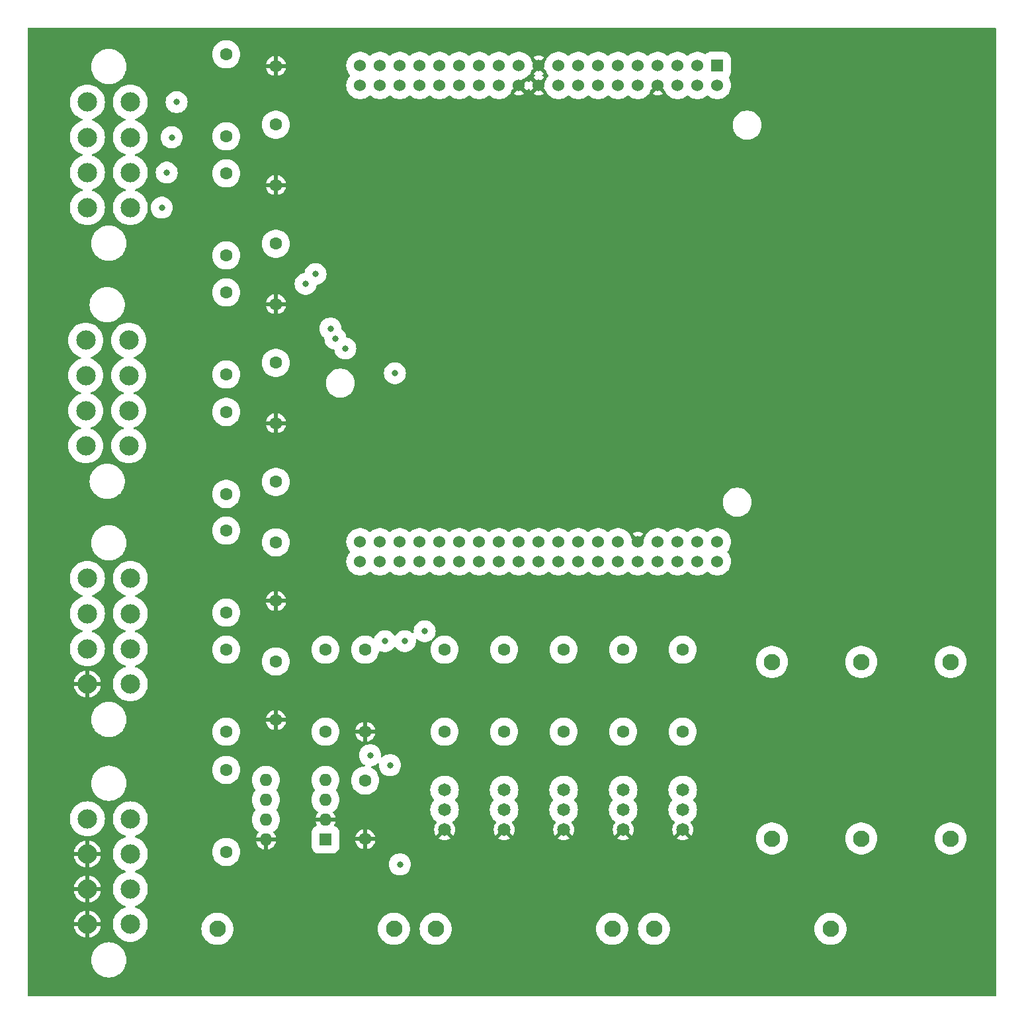
<source format=gbr>
%TF.GenerationSoftware,KiCad,Pcbnew,8.0.6*%
%TF.CreationDate,2025-01-08T12:00:42-04:00*%
%TF.ProjectId,DC,44432e6b-6963-4616-945f-706362585858,rev?*%
%TF.SameCoordinates,Original*%
%TF.FileFunction,Copper,L3,Inr*%
%TF.FilePolarity,Positive*%
%FSLAX46Y46*%
G04 Gerber Fmt 4.6, Leading zero omitted, Abs format (unit mm)*
G04 Created by KiCad (PCBNEW 8.0.6) date 2025-01-08 12:00:42*
%MOMM*%
%LPD*%
G01*
G04 APERTURE LIST*
%TA.AperFunction,ComponentPad*%
%ADD10C,2.100000*%
%TD*%
%TA.AperFunction,ComponentPad*%
%ADD11C,1.651000*%
%TD*%
%TA.AperFunction,ComponentPad*%
%ADD12C,1.600000*%
%TD*%
%TA.AperFunction,ComponentPad*%
%ADD13C,2.475500*%
%TD*%
%TA.AperFunction,ComponentPad*%
%ADD14C,1.524000*%
%TD*%
%TA.AperFunction,ComponentPad*%
%ADD15R,1.524000X1.524000*%
%TD*%
%TA.AperFunction,ComponentPad*%
%ADD16R,1.600000X1.600000*%
%TD*%
%TA.AperFunction,ComponentPad*%
%ADD17O,1.600000X1.600000*%
%TD*%
%TA.AperFunction,ViaPad*%
%ADD18C,0.800000*%
%TD*%
G04 APERTURE END LIST*
D10*
%TO.N,Net-(U7A-VIN)*%
%TO.C,F6*%
X176530000Y-120780000D03*
%TO.N,VCC*%
X176530000Y-143380000D03*
%TD*%
D11*
%TO.N,GND*%
%TO.C,U4*%
X119380000Y-142240000D03*
%TO.N,Net-(U4-D)*%
X119380000Y-139700000D03*
%TO.N,Net-(U4-G)*%
X119380000Y-137160000D03*
%TD*%
D12*
%TO.N,GND*%
%TO.C,C5*%
X90170000Y-44510000D03*
%TO.N,/HazardButton*%
X90170000Y-52010000D03*
%TD*%
%TO.N,/GearSelector*%
%TO.C,C6*%
X90170000Y-67250000D03*
%TO.N,GND*%
X90170000Y-59750000D03*
%TD*%
D13*
%TO.N,/RSignalLightButton*%
%TO.C,a2*%
X71539000Y-62631500D03*
%TO.N,/LSignalLightButton*%
X71539000Y-58130500D03*
%TO.N,/AccelIn*%
X71539000Y-53629500D03*
%TO.N,/BrakePedal*%
X71539000Y-49128500D03*
%TO.N,/HazardButton*%
X66040000Y-49128500D03*
%TO.N,/GearSelector*%
X66040000Y-53629500D03*
%TO.N,unconnected-(a2-Pad7)*%
X66040000Y-58130500D03*
%TO.N,unconnected-(a2-Pad8)*%
X66040000Y-62631500D03*
%TD*%
D12*
%TO.N,GND*%
%TO.C,C1*%
X90170000Y-128210000D03*
%TO.N,/RSignalLightButton*%
X90170000Y-120710000D03*
%TD*%
%TO.N,GND*%
%TO.C,C2*%
X90170000Y-112970000D03*
%TO.N,/LSignalLightButton*%
X90170000Y-105470000D03*
%TD*%
%TO.N,GND*%
%TO.C,C4*%
X90170000Y-74990000D03*
%TO.N,/BrakePedal*%
X90170000Y-82490000D03*
%TD*%
%TO.N,/BrakeLightOut*%
%TO.C,R1*%
X142240000Y-119210000D03*
%TO.N,Net-(U1-G)*%
X142240000Y-129710000D03*
%TD*%
D11*
%TO.N,Net-(U2-G)*%
%TO.C,U2*%
X134620000Y-137160000D03*
%TO.N,Net-(U2-D)*%
X134620000Y-139700000D03*
%TO.N,GND*%
X134620000Y-142240000D03*
%TD*%
D12*
%TO.N,/LSignalLightButton*%
%TO.C,R7*%
X83820000Y-114470000D03*
%TO.N,/+3V3*%
X83820000Y-103970000D03*
%TD*%
D10*
%TO.N,/DRLRightNeg*%
%TO.C,F4*%
X110620000Y-154940000D03*
%TO.N,Net-(U4-D)*%
X133220000Y-154940000D03*
%TD*%
D12*
%TO.N,/AccelIn*%
%TO.C,R8*%
X83820000Y-99279500D03*
%TO.N,/+3V3*%
X83820000Y-88779500D03*
%TD*%
D10*
%TO.N,/BrakeLightNeg*%
%TO.C,F1*%
X165100000Y-143380000D03*
%TO.N,Net-(U1-D)*%
X165100000Y-120780000D03*
%TD*%
D12*
%TO.N,/CAN_H*%
%TO.C,R14*%
X83820000Y-145090000D03*
%TO.N,/CAN_L*%
X83820000Y-134590000D03*
%TD*%
%TO.N,/BrakePedal*%
%TO.C,R9*%
X83820000Y-83990000D03*
%TO.N,/+3V3*%
X83820000Y-73490000D03*
%TD*%
D13*
%TO.N,/DIExtra1*%
%TO.C,a4*%
X71329500Y-93111500D03*
%TO.N,/DIExtra2*%
X71329500Y-88610500D03*
%TO.N,/DOExtra1*%
X71329500Y-84109500D03*
%TO.N,/ThermalShutoff*%
X71329500Y-79608500D03*
%TO.N,/UART_RX*%
X65830500Y-79608500D03*
%TO.N,/UART_TX*%
X65830500Y-84109500D03*
%TO.N,unconnected-(a4-Pad7)*%
X65830500Y-88610500D03*
%TO.N,unconnected-(a4-Pad8)*%
X65830500Y-93111500D03*
%TD*%
D11*
%TO.N,Net-(U3-G)*%
%TO.C,U3*%
X111760000Y-137160000D03*
%TO.N,Net-(U3-D)*%
X111760000Y-139700000D03*
%TO.N,GND*%
X111760000Y-142240000D03*
%TD*%
D12*
%TO.N,GND*%
%TO.C,C3*%
X90170000Y-90230000D03*
%TO.N,/AccelIn*%
X90170000Y-97730000D03*
%TD*%
%TO.N,/GearSelector*%
%TO.C,R11*%
X83820000Y-68750000D03*
%TO.N,/+3V3*%
X83820000Y-58250000D03*
%TD*%
D11*
%TO.N,Net-(U1-G)*%
%TO.C,U1*%
X142240000Y-137160000D03*
%TO.N,Net-(U1-D)*%
X142240000Y-139700000D03*
%TO.N,GND*%
X142240000Y-142240000D03*
%TD*%
D12*
%TO.N,/RSignalLightButton*%
%TO.C,R6*%
X83820000Y-129710000D03*
%TO.N,/+3V3*%
X83820000Y-119210000D03*
%TD*%
%TO.N,/SupBattMonitor*%
%TO.C,R12*%
X96520000Y-129710000D03*
%TO.N,/SupBattery*%
X96520000Y-119210000D03*
%TD*%
%TO.N,GND*%
%TO.C,C7*%
X101600000Y-143450000D03*
%TO.N,/CANTransceiver5V*%
X101600000Y-135950000D03*
%TD*%
D14*
%TO.N,unconnected-(U7B-NC_CN10_38-PadCN10_38)*%
%TO.C,U7*%
X100950000Y-107950000D03*
%TO.N,/UART_RX*%
X100950000Y-105410000D03*
%TO.N,unconnected-(U7B-NC_CN10_36-PadCN10_36)*%
X103490000Y-107950000D03*
%TO.N,/UART_TX*%
X103490000Y-105410000D03*
%TO.N,unconnected-(U7B-PC4-PadCN10_34)*%
X106030000Y-107950000D03*
%TO.N,/ThermalShutoff*%
X106030000Y-105410000D03*
%TO.N,unconnected-(U7B-AGND-PadCN10_32)*%
X108570000Y-107950000D03*
%TO.N,unconnected-(U7B-PB3-PadCN10_31)*%
X108570000Y-105410000D03*
%TO.N,/Reverse*%
X111110000Y-107950000D03*
%TO.N,unconnected-(U7B-PB5-PadCN10_29)*%
X111110000Y-105410000D03*
%TO.N,/Neutral*%
X113650000Y-107950000D03*
%TO.N,unconnected-(U7B-PB4-PadCN10_27)*%
X113650000Y-105410000D03*
%TO.N,/Drive*%
X116190000Y-107950000D03*
%TO.N,/LSignalLightButton*%
X116190000Y-105410000D03*
%TO.N,/RSignalLightButton*%
X118730000Y-107950000D03*
%TO.N,/AccelIn*%
X118730000Y-105410000D03*
%TO.N,/SupBattMonitor*%
X121270000Y-107950000D03*
%TO.N,/BrakePedal*%
X121270000Y-105410000D03*
%TO.N,unconnected-(U7B-GND_CN10_20-PadCN10_20)*%
X123810000Y-107950000D03*
%TO.N,unconnected-(U7B-PC7-PadCN10_19)*%
X123810000Y-105410000D03*
%TO.N,/LSignalLightOut*%
X126350000Y-107950000D03*
%TO.N,unconnected-(U7B-PB6-PadCN10_17)*%
X126350000Y-105410000D03*
%TO.N,/DRLRightOut*%
X128890000Y-107950000D03*
%TO.N,unconnected-(U7B-PB15-PadCN10_15)*%
X128890000Y-105410000D03*
%TO.N,/CAN_RX*%
X131430000Y-107950000D03*
%TO.N,unconnected-(U7B-PB14-PadCN10_13)*%
X131430000Y-105410000D03*
%TO.N,/CAN_TX*%
X133970000Y-107950000D03*
%TO.N,unconnected-(U7B-PB13-PadCN10_11)*%
X133970000Y-105410000D03*
%TO.N,unconnected-(U7B-NC_CN10_10-PadCN10_10)*%
X136510000Y-107950000D03*
%TO.N,GND*%
X136510000Y-105410000D03*
%TO.N,unconnected-(U7B-U5V-PadCN10_8)*%
X139050000Y-107950000D03*
%TO.N,unconnected-(U7B-AVDD-PadCN10_7)*%
X139050000Y-105410000D03*
%TO.N,/DRLLeftOut*%
X141590000Y-107950000D03*
%TO.N,unconnected-(U7B-PB9-PadCN10_5)*%
X141590000Y-105410000D03*
%TO.N,/RSignalLightOut*%
X144130000Y-107950000D03*
%TO.N,unconnected-(U7B-PB8-PadCN10_3)*%
X144130000Y-105410000D03*
%TO.N,/BrakeLightOut*%
X146670000Y-107950000D03*
%TO.N,unconnected-(U7B-PC9-PadCN10_1)*%
X146670000Y-105410000D03*
%TO.N,/HazardButton*%
X100950000Y-46990000D03*
%TO.N,unconnected-(U7A-PC3-PadCN7_37)*%
X100950000Y-44450000D03*
%TO.N,/DOExtra1*%
X103490000Y-46990000D03*
%TO.N,unconnected-(U7A-PC2-PadCN7_35)*%
X103490000Y-44450000D03*
%TO.N,/DIExtra2*%
X106030000Y-46990000D03*
%TO.N,unconnected-(U7A-VBAT-PadCN7_33)*%
X106030000Y-44450000D03*
%TO.N,/DIExtra1*%
X108570000Y-46990000D03*
%TO.N,unconnected-(U7A-PF1-PadCN7_31)*%
X108570000Y-44450000D03*
%TO.N,unconnected-(U7A-PA1-PadCN7_30)*%
X111110000Y-46990000D03*
%TO.N,unconnected-(U7A-PF0-PadCN7_29)*%
X111110000Y-44450000D03*
%TO.N,unconnected-(U7A-PA0-PadCN7_28)*%
X113650000Y-46990000D03*
%TO.N,unconnected-(U7A-PC15-PadCN7_27)*%
X113650000Y-44450000D03*
%TO.N,unconnected-(U7A-NC_CN7_26-PadCN7_26)*%
X116190000Y-46990000D03*
%TO.N,unconnected-(U7A-PC14-PadCN7_25)*%
X116190000Y-44450000D03*
%TO.N,Net-(U7A-VIN)*%
X118730000Y-46990000D03*
%TO.N,unconnected-(U7A-PC13-PadCN7_23)*%
X118730000Y-44450000D03*
%TO.N,GND*%
X121270000Y-46990000D03*
%TO.N,unconnected-(U7A-PB7-PadCN7_21)*%
X121270000Y-44450000D03*
%TO.N,GND*%
X123810000Y-46990000D03*
X123810000Y-44450000D03*
%TO.N,/CANTransceiver5V*%
X126350000Y-46990000D03*
%TO.N,unconnected-(U7A-PA15-PadCN7_17)*%
X126350000Y-44450000D03*
%TO.N,/+3V3*%
X128890000Y-46990000D03*
%TO.N,unconnected-(U7A-PA14-PadCN7_15)*%
X128890000Y-44450000D03*
%TO.N,unconnected-(U7A-~{RESET}-PadCN7_14)*%
X131430000Y-46990000D03*
%TO.N,unconnected-(U7A-PA13-PadCN7_13)*%
X131430000Y-44450000D03*
%TO.N,unconnected-(U7A-IOREF-PadCN7_12)*%
X133970000Y-46990000D03*
%TO.N,unconnected-(U7A-NC_CN7_11-PadCN7_11)*%
X133970000Y-44450000D03*
%TO.N,unconnected-(U7A-NC_CN7_10-PadCN7_10)*%
X136510000Y-46990000D03*
%TO.N,unconnected-(U7A-NC_CN7_9-PadCN7_9)*%
X136510000Y-44450000D03*
%TO.N,GND*%
X139050000Y-46990000D03*
%TO.N,unconnected-(U7A-BOOT0-PadCN7_7)*%
X139050000Y-44450000D03*
%TO.N,unconnected-(U7A-E5V-PadCN7_6)*%
X141590000Y-46990000D03*
%TO.N,unconnected-(U7A-VDD-PadCN7_5)*%
X141590000Y-44450000D03*
%TO.N,unconnected-(U7A-PD2-PadCN7_4)*%
X144130000Y-46990000D03*
%TO.N,unconnected-(U7A-PC12-PadCN7_3)*%
X144130000Y-44450000D03*
%TO.N,unconnected-(U7A-PC11-PadCN7_2)*%
X146670000Y-46990000D03*
D15*
%TO.N,unconnected-(U7A-PC10-PadCN7_1)*%
X146670000Y-44450000D03*
%TD*%
D12*
%TO.N,/RSignalLightOut*%
%TO.C,R2*%
X134620000Y-119210000D03*
%TO.N,Net-(U2-G)*%
X134620000Y-129710000D03*
%TD*%
%TO.N,GND*%
%TO.C,R13*%
X101600000Y-129710000D03*
%TO.N,/SupBattMonitor*%
X101600000Y-119210000D03*
%TD*%
D13*
%TO.N,/BrakeLightNeg*%
%TO.C,a1*%
X71539000Y-154361000D03*
%TO.N,/RSignalLightNeg*%
X71539000Y-149860000D03*
%TO.N,/LSignalLightNeg*%
X71539000Y-145359000D03*
%TO.N,/DRLRightNeg*%
X71539000Y-140858000D03*
%TO.N,/DRLLeftNeg*%
X66040000Y-140858000D03*
%TO.N,GND*%
X66040000Y-145359000D03*
X66040000Y-149860000D03*
X66040000Y-154361000D03*
%TD*%
D16*
%TO.N,/CAN_TX*%
%TO.C,U6*%
X96520000Y-143500000D03*
D17*
%TO.N,GND*%
X96520000Y-140960000D03*
%TO.N,/CANTransceiver5V*%
X96520000Y-138420000D03*
%TO.N,/CAN_RX*%
X96520000Y-135880000D03*
%TO.N,unconnected-(U6-Vref-Pad5)*%
X88900000Y-135880000D03*
%TO.N,/CAN_L*%
X88900000Y-138420000D03*
%TO.N,/CAN_H*%
X88900000Y-140960000D03*
%TO.N,GND*%
X88900000Y-143500000D03*
%TD*%
D12*
%TO.N,Net-(U5-G)*%
%TO.C,R5*%
X127000000Y-129710000D03*
%TO.N,/DRLLeftOut*%
X127000000Y-119210000D03*
%TD*%
D10*
%TO.N,/RSignalLightNeg*%
%TO.C,F2*%
X153670000Y-143380000D03*
%TO.N,Net-(U2-D)*%
X153670000Y-120780000D03*
%TD*%
D12*
%TO.N,/LSignalLightOut*%
%TO.C,R3*%
X111760000Y-119210000D03*
%TO.N,Net-(U3-G)*%
X111760000Y-129710000D03*
%TD*%
%TO.N,Net-(U4-G)*%
%TO.C,R4*%
X119380000Y-129710000D03*
%TO.N,/DRLRightOut*%
X119380000Y-119210000D03*
%TD*%
%TO.N,/HazardButton*%
%TO.C,R10*%
X83820000Y-53510000D03*
%TO.N,/+3V3*%
X83820000Y-43010000D03*
%TD*%
D11*
%TO.N,GND*%
%TO.C,U5*%
X127000000Y-142240000D03*
%TO.N,Net-(U5-D)*%
X127000000Y-139700000D03*
%TO.N,Net-(U5-G)*%
X127000000Y-137160000D03*
%TD*%
D10*
%TO.N,Net-(U3-D)*%
%TO.C,F3*%
X105280000Y-154940000D03*
%TO.N,/LSignalLightNeg*%
X82680000Y-154940000D03*
%TD*%
%TO.N,Net-(U5-D)*%
%TO.C,F5*%
X161160000Y-154940000D03*
%TO.N,/DRLLeftNeg*%
X138560000Y-154940000D03*
%TD*%
D13*
%TO.N,/SupBattery*%
%TO.C,a3*%
X71539000Y-123591500D03*
%TO.N,/Drive*%
X71539000Y-119090500D03*
%TO.N,/Neutral*%
X71539000Y-114589500D03*
%TO.N,/Reverse*%
X71539000Y-110088500D03*
%TO.N,/CAN_L*%
X66040000Y-110088500D03*
%TO.N,/CAN_H*%
X66040000Y-114589500D03*
%TO.N,VCC*%
X66040000Y-119090500D03*
%TO.N,GND*%
X66040000Y-123591500D03*
%TD*%
D18*
%TO.N,/LSignalLightButton*%
X76200000Y-58130500D03*
%TO.N,/RSignalLightButton*%
X75565000Y-62631500D03*
%TO.N,/AccelIn*%
X76835000Y-53629500D03*
%TO.N,/BrakePedal*%
X77470000Y-49128500D03*
%TO.N,/CAN_TX*%
X106045000Y-146685000D03*
%TO.N,/CANTransceiver5V*%
X104775000Y-133985000D03*
%TO.N,/CAN_RX*%
X102235000Y-132715000D03*
X104140000Y-118110000D03*
%TO.N,/CAN_TX*%
X106680000Y-118110000D03*
%TO.N,/CANTransceiver5V*%
X109220000Y-116840000D03*
%TO.N,/UART_RX*%
X93980000Y-72390000D03*
%TO.N,/UART_TX*%
X95250000Y-71120000D03*
%TO.N,/DOExtra1*%
X97155000Y-78105000D03*
%TO.N,/DIExtra2*%
X97790000Y-79375000D03*
%TO.N,/DIExtra1*%
X99060000Y-80645000D03*
%TO.N,/ThermalShutoff*%
X105410000Y-83820000D03*
%TD*%
%TA.AperFunction,Conductor*%
%TO.N,GND*%
G36*
X123336619Y-44646081D02*
G01*
X123403498Y-44761920D01*
X123498080Y-44856502D01*
X123613919Y-44923381D01*
X123674057Y-44939494D01*
X123111810Y-45501740D01*
X123176589Y-45547098D01*
X123306373Y-45607618D01*
X123358812Y-45653790D01*
X123377964Y-45720984D01*
X123357748Y-45787865D01*
X123306373Y-45832382D01*
X123176590Y-45892901D01*
X123111811Y-45938258D01*
X123674057Y-46500504D01*
X123613919Y-46516619D01*
X123498080Y-46583498D01*
X123403498Y-46678080D01*
X123336619Y-46793919D01*
X123320505Y-46854057D01*
X122758258Y-46291811D01*
X122712901Y-46356590D01*
X122652382Y-46486373D01*
X122606209Y-46538812D01*
X122539016Y-46557964D01*
X122472135Y-46537748D01*
X122427618Y-46486373D01*
X122367096Y-46356586D01*
X122321741Y-46291811D01*
X122321740Y-46291810D01*
X121759494Y-46854056D01*
X121743381Y-46793919D01*
X121676502Y-46678080D01*
X121581920Y-46583498D01*
X121466081Y-46516619D01*
X121405941Y-46500504D01*
X121742806Y-46163639D01*
X121793934Y-46132830D01*
X121915719Y-46095265D01*
X122153721Y-45980650D01*
X122371982Y-45831842D01*
X122565627Y-45652166D01*
X122730329Y-45445636D01*
X122862410Y-45216864D01*
X122958920Y-44970963D01*
X122958922Y-44970952D01*
X122960284Y-44966539D01*
X122962835Y-44967325D01*
X122990741Y-44915705D01*
X122991111Y-44915333D01*
X123320504Y-44585940D01*
X123336619Y-44646081D01*
G37*
%TD.AperFunction*%
%TA.AperFunction,Conductor*%
G36*
X124628887Y-44915334D02*
G01*
X124657714Y-44967137D01*
X124659710Y-44966522D01*
X124661080Y-44970963D01*
X124757590Y-45216864D01*
X124889671Y-45445636D01*
X125044778Y-45640134D01*
X125046814Y-45642687D01*
X125073223Y-45707374D01*
X125060466Y-45776069D01*
X125046815Y-45797311D01*
X124946495Y-45923109D01*
X124889671Y-45994364D01*
X124757591Y-46223133D01*
X124757589Y-46223137D01*
X124661078Y-46469041D01*
X124659713Y-46473468D01*
X124657927Y-46472917D01*
X124628888Y-46524663D01*
X124299494Y-46854056D01*
X124283381Y-46793919D01*
X124216502Y-46678080D01*
X124121920Y-46583498D01*
X124006081Y-46516619D01*
X123945942Y-46500505D01*
X124508188Y-45938259D01*
X124508187Y-45938258D01*
X124443411Y-45892901D01*
X124443405Y-45892898D01*
X124313627Y-45832382D01*
X124261187Y-45786210D01*
X124242035Y-45719017D01*
X124262251Y-45652135D01*
X124313627Y-45607618D01*
X124443407Y-45547100D01*
X124443417Y-45547094D01*
X124508188Y-45501741D01*
X123945942Y-44939494D01*
X124006081Y-44923381D01*
X124121920Y-44856502D01*
X124216502Y-44761920D01*
X124283381Y-44646081D01*
X124299495Y-44585942D01*
X124628887Y-44915334D01*
G37*
%TD.AperFunction*%
%TA.AperFunction,Conductor*%
G36*
X182322539Y-39620185D02*
G01*
X182368294Y-39672989D01*
X182379500Y-39724500D01*
X182379500Y-163475500D01*
X182359815Y-163542539D01*
X182307011Y-163588294D01*
X182255500Y-163599500D01*
X58504500Y-163599500D01*
X58437461Y-163579815D01*
X58391706Y-163527011D01*
X58380500Y-163475500D01*
X58380500Y-158778702D01*
X66538893Y-158778702D01*
X66538893Y-159040297D01*
X66544538Y-159115618D01*
X66583523Y-159374262D01*
X66600331Y-159447902D01*
X66600337Y-159447923D01*
X66677430Y-159697848D01*
X66677432Y-159697855D01*
X66705025Y-159768162D01*
X66705032Y-159768176D01*
X66818517Y-160003829D01*
X66856292Y-160069258D01*
X67003631Y-160285365D01*
X67003636Y-160285372D01*
X67050741Y-160344439D01*
X67050742Y-160344440D01*
X67211041Y-160517200D01*
X67228640Y-160536168D01*
X67284024Y-160587557D01*
X67488516Y-160750634D01*
X67550939Y-160793193D01*
X67649917Y-160850338D01*
X67777439Y-160923964D01*
X67777444Y-160923966D01*
X67777452Y-160923971D01*
X67845525Y-160956753D01*
X67845544Y-160956760D01*
X67845550Y-160956763D01*
X68088986Y-161052304D01*
X68088991Y-161052305D01*
X68089000Y-161052309D01*
X68161193Y-161074578D01*
X68416191Y-161132780D01*
X68490900Y-161144041D01*
X68490906Y-161144041D01*
X68490910Y-161144042D01*
X68751704Y-161163586D01*
X68751720Y-161163586D01*
X68751724Y-161163587D01*
X68751726Y-161163587D01*
X68827274Y-161163587D01*
X68827276Y-161163587D01*
X68827279Y-161163586D01*
X68827295Y-161163586D01*
X69088089Y-161144042D01*
X69088091Y-161144041D01*
X69088100Y-161144041D01*
X69162809Y-161132780D01*
X69417807Y-161074578D01*
X69490000Y-161052309D01*
X69733475Y-160956753D01*
X69801548Y-160923971D01*
X70028061Y-160793193D01*
X70090484Y-160750634D01*
X70294976Y-160587557D01*
X70350360Y-160536168D01*
X70528263Y-160344434D01*
X70575369Y-160285365D01*
X70722708Y-160069258D01*
X70760483Y-160003829D01*
X70873968Y-159768176D01*
X70873971Y-159768167D01*
X70873974Y-159768162D01*
X70901567Y-159697855D01*
X70901571Y-159697846D01*
X70978666Y-159447911D01*
X70995478Y-159374253D01*
X71034461Y-159115619D01*
X71040107Y-159040278D01*
X71040107Y-158778722D01*
X71034461Y-158703381D01*
X70995478Y-158444747D01*
X70978666Y-158371089D01*
X70901571Y-158121154D01*
X70899433Y-158115708D01*
X70873974Y-158050837D01*
X70760484Y-157815174D01*
X70760483Y-157815171D01*
X70722708Y-157749742D01*
X70575369Y-157533635D01*
X70528263Y-157474566D01*
X70528261Y-157474564D01*
X70528258Y-157474560D01*
X70528257Y-157474559D01*
X70350371Y-157282844D01*
X70350360Y-157282832D01*
X70294976Y-157231443D01*
X70090484Y-157068366D01*
X70028061Y-157025807D01*
X69966908Y-156990500D01*
X69801560Y-156895035D01*
X69801548Y-156895029D01*
X69733475Y-156862247D01*
X69733470Y-156862245D01*
X69733449Y-156862236D01*
X69490013Y-156766695D01*
X69484071Y-156764862D01*
X69417807Y-156744422D01*
X69417801Y-156744420D01*
X69417799Y-156744420D01*
X69162814Y-156686221D01*
X69162812Y-156686220D01*
X69162809Y-156686220D01*
X69132291Y-156681620D01*
X69088109Y-156674960D01*
X69088089Y-156674957D01*
X68827295Y-156655413D01*
X68827276Y-156655413D01*
X68751724Y-156655413D01*
X68751704Y-156655413D01*
X68490910Y-156674957D01*
X68490890Y-156674960D01*
X68428031Y-156684435D01*
X68416191Y-156686220D01*
X68416189Y-156686220D01*
X68416185Y-156686221D01*
X68161200Y-156744420D01*
X68161194Y-156744421D01*
X68161193Y-156744422D01*
X68137128Y-156751845D01*
X68088986Y-156766695D01*
X67845550Y-156862236D01*
X67845529Y-156862245D01*
X67777439Y-156895035D01*
X67550957Y-157025796D01*
X67550933Y-157025811D01*
X67488514Y-157068367D01*
X67284023Y-157231443D01*
X67284012Y-157231453D01*
X67228652Y-157282820D01*
X67228628Y-157282844D01*
X67050742Y-157474559D01*
X67050741Y-157474560D01*
X67003636Y-157533627D01*
X67003631Y-157533635D01*
X66856292Y-157749742D01*
X66856288Y-157749749D01*
X66856286Y-157749751D01*
X66818515Y-157815174D01*
X66705025Y-158050837D01*
X66677432Y-158121144D01*
X66677430Y-158121151D01*
X66600337Y-158371076D01*
X66600331Y-158371097D01*
X66583523Y-158444737D01*
X66544538Y-158703381D01*
X66538893Y-158778702D01*
X58380500Y-158778702D01*
X58380500Y-154111000D01*
X64316112Y-154111000D01*
X65250309Y-154111000D01*
X65246464Y-154120283D01*
X65214750Y-154279720D01*
X65214750Y-154442280D01*
X65246464Y-154601717D01*
X65250309Y-154611000D01*
X64316112Y-154611000D01*
X64316840Y-154620718D01*
X64316842Y-154620731D01*
X64374793Y-154874633D01*
X64374799Y-154874652D01*
X64469951Y-155117096D01*
X64600177Y-155342653D01*
X64762567Y-155546284D01*
X64762575Y-155546293D01*
X64953489Y-155723436D01*
X64953491Y-155723437D01*
X65168688Y-155870155D01*
X65168697Y-155870160D01*
X65403345Y-155983160D01*
X65403343Y-155983160D01*
X65652228Y-156059931D01*
X65652234Y-156059933D01*
X65790000Y-156080697D01*
X65790000Y-155150690D01*
X65799283Y-155154536D01*
X65958720Y-155186250D01*
X66121280Y-155186250D01*
X66280717Y-155154536D01*
X66290000Y-155150690D01*
X66290000Y-156080696D01*
X66427765Y-156059933D01*
X66427771Y-156059931D01*
X66676655Y-155983160D01*
X66911304Y-155870160D01*
X66911305Y-155870159D01*
X67126512Y-155723434D01*
X67317424Y-155546293D01*
X67317432Y-155546284D01*
X67479822Y-155342653D01*
X67610048Y-155117096D01*
X67705200Y-154874652D01*
X67705206Y-154874633D01*
X67763157Y-154620731D01*
X67763159Y-154620718D01*
X67763888Y-154611000D01*
X66829691Y-154611000D01*
X66833536Y-154601717D01*
X66865250Y-154442280D01*
X66865250Y-154279720D01*
X66833536Y-154120283D01*
X66829691Y-154111000D01*
X67763887Y-154111000D01*
X67763159Y-154101281D01*
X67763157Y-154101268D01*
X67705206Y-153847366D01*
X67705200Y-153847347D01*
X67610048Y-153604903D01*
X67479822Y-153379346D01*
X67317432Y-153175715D01*
X67317424Y-153175706D01*
X67126512Y-152998565D01*
X66911305Y-152851840D01*
X66911304Y-152851839D01*
X66676654Y-152738839D01*
X66676656Y-152738839D01*
X66427774Y-152662069D01*
X66290000Y-152641302D01*
X66290000Y-153571309D01*
X66280717Y-153567464D01*
X66121280Y-153535750D01*
X65958720Y-153535750D01*
X65799283Y-153567464D01*
X65790000Y-153571309D01*
X65790000Y-152641302D01*
X65652225Y-152662069D01*
X65403344Y-152738839D01*
X65168697Y-152851839D01*
X65168688Y-152851844D01*
X64953491Y-152998562D01*
X64953489Y-152998563D01*
X64762575Y-153175706D01*
X64762567Y-153175715D01*
X64600177Y-153379346D01*
X64469951Y-153604903D01*
X64374799Y-153847347D01*
X64374793Y-153847366D01*
X64316842Y-154101268D01*
X64316840Y-154101281D01*
X64316112Y-154111000D01*
X58380500Y-154111000D01*
X58380500Y-149610000D01*
X64316112Y-149610000D01*
X65250309Y-149610000D01*
X65246464Y-149619283D01*
X65214750Y-149778720D01*
X65214750Y-149941280D01*
X65246464Y-150100717D01*
X65250309Y-150110000D01*
X64316112Y-150110000D01*
X64316840Y-150119718D01*
X64316842Y-150119731D01*
X64374793Y-150373633D01*
X64374799Y-150373652D01*
X64469951Y-150616096D01*
X64600177Y-150841653D01*
X64762567Y-151045284D01*
X64762575Y-151045293D01*
X64953489Y-151222436D01*
X64953491Y-151222437D01*
X65168688Y-151369155D01*
X65168697Y-151369160D01*
X65403345Y-151482160D01*
X65403343Y-151482160D01*
X65652228Y-151558931D01*
X65652234Y-151558933D01*
X65790000Y-151579697D01*
X65790000Y-150649690D01*
X65799283Y-150653536D01*
X65958720Y-150685250D01*
X66121280Y-150685250D01*
X66280717Y-150653536D01*
X66290000Y-150649690D01*
X66290000Y-151579696D01*
X66427765Y-151558933D01*
X66427771Y-151558931D01*
X66676655Y-151482160D01*
X66911304Y-151369160D01*
X66911305Y-151369159D01*
X67126512Y-151222434D01*
X67317424Y-151045293D01*
X67317432Y-151045284D01*
X67479822Y-150841653D01*
X67610048Y-150616096D01*
X67705200Y-150373652D01*
X67705206Y-150373633D01*
X67763157Y-150119731D01*
X67763159Y-150119718D01*
X67763888Y-150110000D01*
X66829691Y-150110000D01*
X66833536Y-150100717D01*
X66865250Y-149941280D01*
X66865250Y-149778720D01*
X66833536Y-149619283D01*
X66829691Y-149610000D01*
X67763887Y-149610000D01*
X67763159Y-149600281D01*
X67763157Y-149600268D01*
X67705206Y-149346366D01*
X67705200Y-149346347D01*
X67610048Y-149103903D01*
X67479822Y-148878346D01*
X67317432Y-148674715D01*
X67317424Y-148674706D01*
X67126512Y-148497565D01*
X66911305Y-148350840D01*
X66911304Y-148350839D01*
X66676654Y-148237839D01*
X66676656Y-148237839D01*
X66427774Y-148161069D01*
X66290000Y-148140302D01*
X66290000Y-149070309D01*
X66280717Y-149066464D01*
X66121280Y-149034750D01*
X65958720Y-149034750D01*
X65799283Y-149066464D01*
X65790000Y-149070309D01*
X65790000Y-148140302D01*
X65652225Y-148161069D01*
X65403344Y-148237839D01*
X65168697Y-148350839D01*
X65168688Y-148350844D01*
X64953491Y-148497562D01*
X64953489Y-148497563D01*
X64762575Y-148674706D01*
X64762567Y-148674715D01*
X64600177Y-148878346D01*
X64469951Y-149103903D01*
X64374799Y-149346347D01*
X64374793Y-149346366D01*
X64316842Y-149600268D01*
X64316840Y-149600281D01*
X64316112Y-149610000D01*
X58380500Y-149610000D01*
X58380500Y-145109000D01*
X64316112Y-145109000D01*
X65250309Y-145109000D01*
X65246464Y-145118283D01*
X65214750Y-145277720D01*
X65214750Y-145440280D01*
X65246464Y-145599717D01*
X65250309Y-145609000D01*
X64316112Y-145609000D01*
X64316840Y-145618718D01*
X64316842Y-145618731D01*
X64374793Y-145872633D01*
X64374799Y-145872652D01*
X64469951Y-146115096D01*
X64600177Y-146340653D01*
X64762567Y-146544284D01*
X64762575Y-146544293D01*
X64953489Y-146721436D01*
X64953491Y-146721437D01*
X65168688Y-146868155D01*
X65168697Y-146868160D01*
X65403345Y-146981160D01*
X65403343Y-146981160D01*
X65652228Y-147057931D01*
X65652234Y-147057933D01*
X65790000Y-147078697D01*
X65790000Y-146148690D01*
X65799283Y-146152536D01*
X65958720Y-146184250D01*
X66121280Y-146184250D01*
X66280717Y-146152536D01*
X66290000Y-146148690D01*
X66290000Y-147078696D01*
X66427765Y-147057933D01*
X66427771Y-147057931D01*
X66676655Y-146981160D01*
X66911304Y-146868160D01*
X66911305Y-146868159D01*
X67126512Y-146721434D01*
X67317424Y-146544293D01*
X67317432Y-146544284D01*
X67479822Y-146340653D01*
X67610048Y-146115096D01*
X67705200Y-145872652D01*
X67705206Y-145872633D01*
X67763157Y-145618731D01*
X67763159Y-145618718D01*
X67763888Y-145609000D01*
X66829691Y-145609000D01*
X66833536Y-145599717D01*
X66865250Y-145440280D01*
X66865250Y-145277720D01*
X66833536Y-145118283D01*
X66829691Y-145109000D01*
X67763887Y-145109000D01*
X67763159Y-145099281D01*
X67763157Y-145099268D01*
X67705206Y-144845366D01*
X67705200Y-144845347D01*
X67610048Y-144602903D01*
X67479822Y-144377346D01*
X67317432Y-144173715D01*
X67317424Y-144173706D01*
X67126512Y-143996565D01*
X66911305Y-143849840D01*
X66911304Y-143849839D01*
X66676654Y-143736839D01*
X66676656Y-143736839D01*
X66427774Y-143660069D01*
X66290000Y-143639302D01*
X66290000Y-144569309D01*
X66280717Y-144565464D01*
X66121280Y-144533750D01*
X65958720Y-144533750D01*
X65799283Y-144565464D01*
X65790000Y-144569309D01*
X65790000Y-143639302D01*
X65652225Y-143660069D01*
X65403344Y-143736839D01*
X65168697Y-143849839D01*
X65168688Y-143849844D01*
X64953491Y-143996562D01*
X64953489Y-143996563D01*
X64762575Y-144173706D01*
X64762567Y-144173715D01*
X64600177Y-144377346D01*
X64469951Y-144602903D01*
X64374799Y-144845347D01*
X64374793Y-144845366D01*
X64316842Y-145099268D01*
X64316840Y-145099281D01*
X64316112Y-145109000D01*
X58380500Y-145109000D01*
X58380500Y-140857992D01*
X63796947Y-140857992D01*
X63796947Y-140858007D01*
X63816135Y-141150760D01*
X63816136Y-141150770D01*
X63816137Y-141150777D01*
X63873377Y-141438545D01*
X63873379Y-141438552D01*
X63873381Y-141438558D01*
X63967685Y-141716371D01*
X63967689Y-141716381D01*
X64097455Y-141979519D01*
X64097462Y-141979532D01*
X64260467Y-142223485D01*
X64453921Y-142444078D01*
X64587441Y-142561171D01*
X64674516Y-142637534D01*
X64918473Y-142800541D01*
X64969063Y-142825489D01*
X65181618Y-142930310D01*
X65181628Y-142930314D01*
X65380496Y-142997820D01*
X65459455Y-143024623D01*
X65747223Y-143081863D01*
X65775339Y-143083705D01*
X66039993Y-143101053D01*
X66040000Y-143101053D01*
X66040007Y-143101053D01*
X66274390Y-143085689D01*
X66332777Y-143081863D01*
X66620545Y-143024623D01*
X66840377Y-142950000D01*
X66898371Y-142930314D01*
X66898381Y-142930310D01*
X67161527Y-142800541D01*
X67405484Y-142637534D01*
X67626078Y-142444078D01*
X67819534Y-142223484D01*
X67982541Y-141979527D01*
X68112311Y-141716379D01*
X68118041Y-141699501D01*
X68167045Y-141555138D01*
X68206623Y-141438545D01*
X68263863Y-141150777D01*
X68276367Y-140960004D01*
X68283053Y-140858007D01*
X68283053Y-140857992D01*
X69295947Y-140857992D01*
X69295947Y-140858007D01*
X69315135Y-141150760D01*
X69315136Y-141150770D01*
X69315137Y-141150777D01*
X69372377Y-141438545D01*
X69372379Y-141438552D01*
X69372381Y-141438558D01*
X69466685Y-141716371D01*
X69466689Y-141716381D01*
X69596455Y-141979519D01*
X69596462Y-141979532D01*
X69759467Y-142223485D01*
X69952921Y-142444078D01*
X70086441Y-142561171D01*
X70173516Y-142637534D01*
X70417473Y-142800541D01*
X70468063Y-142825489D01*
X70680618Y-142930310D01*
X70680628Y-142930314D01*
X70859642Y-142991081D01*
X70916797Y-143031270D01*
X70943150Y-143095979D01*
X70930336Y-143164663D01*
X70882422Y-143215516D01*
X70859643Y-143225919D01*
X70680625Y-143286687D01*
X70680604Y-143286696D01*
X70417483Y-143416453D01*
X70417468Y-143416462D01*
X70173514Y-143579467D01*
X69952921Y-143772921D01*
X69759467Y-143993514D01*
X69596462Y-144237468D01*
X69596453Y-144237483D01*
X69466696Y-144500604D01*
X69466687Y-144500625D01*
X69372379Y-144778446D01*
X69372376Y-144778460D01*
X69315139Y-145066212D01*
X69315135Y-145066239D01*
X69295947Y-145358992D01*
X69295947Y-145359007D01*
X69315135Y-145651760D01*
X69315136Y-145651770D01*
X69315137Y-145651777D01*
X69372377Y-145939545D01*
X69372379Y-145939552D01*
X69372381Y-145939558D01*
X69466685Y-146217371D01*
X69466689Y-146217381D01*
X69583225Y-146453691D01*
X69596459Y-146480527D01*
X69757429Y-146721436D01*
X69759467Y-146724485D01*
X69952921Y-146945078D01*
X70081606Y-147057931D01*
X70173516Y-147138534D01*
X70417473Y-147301541D01*
X70523541Y-147353848D01*
X70680618Y-147431310D01*
X70680628Y-147431314D01*
X70859642Y-147492081D01*
X70916797Y-147532270D01*
X70943150Y-147596979D01*
X70930336Y-147665663D01*
X70882422Y-147716516D01*
X70859643Y-147726919D01*
X70680625Y-147787687D01*
X70680604Y-147787696D01*
X70417483Y-147917453D01*
X70417468Y-147917462D01*
X70173514Y-148080467D01*
X69952921Y-148273921D01*
X69759467Y-148494514D01*
X69596462Y-148738468D01*
X69596453Y-148738483D01*
X69466696Y-149001604D01*
X69466687Y-149001625D01*
X69372379Y-149279446D01*
X69372376Y-149279460D01*
X69315139Y-149567212D01*
X69315135Y-149567239D01*
X69295947Y-149859992D01*
X69295947Y-149860007D01*
X69315135Y-150152760D01*
X69315136Y-150152770D01*
X69315137Y-150152777D01*
X69372377Y-150440545D01*
X69372379Y-150440552D01*
X69372381Y-150440558D01*
X69466685Y-150718371D01*
X69466689Y-150718381D01*
X69596455Y-150981519D01*
X69596459Y-150981527D01*
X69757429Y-151222436D01*
X69759467Y-151225485D01*
X69952921Y-151446078D01*
X70081606Y-151558931D01*
X70173516Y-151639534D01*
X70417473Y-151802541D01*
X70545175Y-151865516D01*
X70680618Y-151932310D01*
X70680628Y-151932314D01*
X70859642Y-151993081D01*
X70916797Y-152033270D01*
X70943150Y-152097979D01*
X70930336Y-152166663D01*
X70882422Y-152217516D01*
X70859643Y-152227919D01*
X70680625Y-152288687D01*
X70680604Y-152288696D01*
X70417483Y-152418453D01*
X70417468Y-152418462D01*
X70173514Y-152581467D01*
X69952921Y-152774921D01*
X69759467Y-152995514D01*
X69596462Y-153239468D01*
X69596453Y-153239483D01*
X69466696Y-153502604D01*
X69466687Y-153502625D01*
X69372379Y-153780446D01*
X69372376Y-153780460D01*
X69315139Y-154068212D01*
X69315135Y-154068239D01*
X69295947Y-154360992D01*
X69295947Y-154361007D01*
X69315135Y-154653760D01*
X69315136Y-154653770D01*
X69315137Y-154653777D01*
X69372377Y-154941545D01*
X69372379Y-154941552D01*
X69372381Y-154941558D01*
X69466685Y-155219371D01*
X69466689Y-155219381D01*
X69596455Y-155482519D01*
X69596462Y-155482532D01*
X69639060Y-155546284D01*
X69757429Y-155723436D01*
X69759467Y-155726485D01*
X69952921Y-155947078D01*
X70081606Y-156059931D01*
X70173516Y-156140534D01*
X70417473Y-156303541D01*
X70545175Y-156366516D01*
X70680618Y-156433310D01*
X70680628Y-156433314D01*
X70879496Y-156500820D01*
X70958455Y-156527623D01*
X71246223Y-156584863D01*
X71274339Y-156586705D01*
X71538993Y-156604053D01*
X71539000Y-156604053D01*
X71539007Y-156604053D01*
X71773390Y-156588689D01*
X71831777Y-156584863D01*
X72119545Y-156527623D01*
X72306718Y-156464086D01*
X72397371Y-156433314D01*
X72397381Y-156433310D01*
X72660527Y-156303541D01*
X72904484Y-156140534D01*
X73125078Y-155947078D01*
X73318534Y-155726484D01*
X73481541Y-155482527D01*
X73611311Y-155219379D01*
X73705623Y-154941545D01*
X73705930Y-154940000D01*
X80624709Y-154940000D01*
X80643851Y-155219862D01*
X80643852Y-155219864D01*
X80700921Y-155494499D01*
X80700926Y-155494516D01*
X80794863Y-155758828D01*
X80794864Y-155758830D01*
X80923919Y-156007896D01*
X81085688Y-156237069D01*
X81085692Y-156237073D01*
X81085692Y-156237074D01*
X81147768Y-156303541D01*
X81277155Y-156442081D01*
X81494754Y-156619111D01*
X81494756Y-156619112D01*
X81494757Y-156619113D01*
X81734433Y-156764863D01*
X81943257Y-156855567D01*
X81991725Y-156876620D01*
X82261839Y-156952303D01*
X82506159Y-156985884D01*
X82539741Y-156990500D01*
X82539742Y-156990500D01*
X82820259Y-156990500D01*
X82850219Y-156986381D01*
X83098161Y-156952303D01*
X83368275Y-156876620D01*
X83625568Y-156764862D01*
X83865246Y-156619111D01*
X84082845Y-156442081D01*
X84274312Y-156237069D01*
X84436081Y-156007896D01*
X84565136Y-155758830D01*
X84659075Y-155494511D01*
X84659076Y-155494504D01*
X84659078Y-155494499D01*
X84690632Y-155342653D01*
X84716148Y-155219862D01*
X84735291Y-154940000D01*
X103224709Y-154940000D01*
X103243851Y-155219862D01*
X103243852Y-155219864D01*
X103300921Y-155494499D01*
X103300926Y-155494516D01*
X103394863Y-155758828D01*
X103394864Y-155758830D01*
X103523919Y-156007896D01*
X103685688Y-156237069D01*
X103685692Y-156237073D01*
X103685692Y-156237074D01*
X103747768Y-156303541D01*
X103877155Y-156442081D01*
X104094754Y-156619111D01*
X104094756Y-156619112D01*
X104094757Y-156619113D01*
X104334433Y-156764863D01*
X104543257Y-156855567D01*
X104591725Y-156876620D01*
X104861839Y-156952303D01*
X105106159Y-156985884D01*
X105139741Y-156990500D01*
X105139742Y-156990500D01*
X105420259Y-156990500D01*
X105450219Y-156986381D01*
X105698161Y-156952303D01*
X105968275Y-156876620D01*
X106225568Y-156764862D01*
X106465246Y-156619111D01*
X106682845Y-156442081D01*
X106874312Y-156237069D01*
X107036081Y-156007896D01*
X107165136Y-155758830D01*
X107259075Y-155494511D01*
X107259076Y-155494504D01*
X107259078Y-155494499D01*
X107290632Y-155342653D01*
X107316148Y-155219862D01*
X107335291Y-154940000D01*
X108564709Y-154940000D01*
X108583851Y-155219862D01*
X108583852Y-155219864D01*
X108640921Y-155494499D01*
X108640926Y-155494516D01*
X108734863Y-155758828D01*
X108734864Y-155758830D01*
X108863919Y-156007896D01*
X109025688Y-156237069D01*
X109025692Y-156237073D01*
X109025692Y-156237074D01*
X109087768Y-156303541D01*
X109217155Y-156442081D01*
X109434754Y-156619111D01*
X109434756Y-156619112D01*
X109434757Y-156619113D01*
X109674433Y-156764863D01*
X109883257Y-156855567D01*
X109931725Y-156876620D01*
X110201839Y-156952303D01*
X110446159Y-156985884D01*
X110479741Y-156990500D01*
X110479742Y-156990500D01*
X110760259Y-156990500D01*
X110790219Y-156986381D01*
X111038161Y-156952303D01*
X111308275Y-156876620D01*
X111565568Y-156764862D01*
X111805246Y-156619111D01*
X112022845Y-156442081D01*
X112214312Y-156237069D01*
X112376081Y-156007896D01*
X112505136Y-155758830D01*
X112599075Y-155494511D01*
X112599076Y-155494504D01*
X112599078Y-155494499D01*
X112630632Y-155342653D01*
X112656148Y-155219862D01*
X112675291Y-154940000D01*
X131164709Y-154940000D01*
X131183851Y-155219862D01*
X131183852Y-155219864D01*
X131240921Y-155494499D01*
X131240926Y-155494516D01*
X131334863Y-155758828D01*
X131334864Y-155758830D01*
X131463919Y-156007896D01*
X131625688Y-156237069D01*
X131625692Y-156237073D01*
X131625692Y-156237074D01*
X131687768Y-156303541D01*
X131817155Y-156442081D01*
X132034754Y-156619111D01*
X132034756Y-156619112D01*
X132034757Y-156619113D01*
X132274433Y-156764863D01*
X132483257Y-156855567D01*
X132531725Y-156876620D01*
X132801839Y-156952303D01*
X133046159Y-156985884D01*
X133079741Y-156990500D01*
X133079742Y-156990500D01*
X133360259Y-156990500D01*
X133390219Y-156986381D01*
X133638161Y-156952303D01*
X133908275Y-156876620D01*
X134165568Y-156764862D01*
X134405246Y-156619111D01*
X134622845Y-156442081D01*
X134814312Y-156237069D01*
X134976081Y-156007896D01*
X135105136Y-155758830D01*
X135199075Y-155494511D01*
X135199076Y-155494504D01*
X135199078Y-155494499D01*
X135230632Y-155342653D01*
X135256148Y-155219862D01*
X135275291Y-154940000D01*
X136504709Y-154940000D01*
X136523851Y-155219862D01*
X136523852Y-155219864D01*
X136580921Y-155494499D01*
X136580926Y-155494516D01*
X136674863Y-155758828D01*
X136674864Y-155758830D01*
X136803919Y-156007896D01*
X136965688Y-156237069D01*
X136965692Y-156237073D01*
X136965692Y-156237074D01*
X137027768Y-156303541D01*
X137157155Y-156442081D01*
X137374754Y-156619111D01*
X137374756Y-156619112D01*
X137374757Y-156619113D01*
X137614433Y-156764863D01*
X137823257Y-156855567D01*
X137871725Y-156876620D01*
X138141839Y-156952303D01*
X138386159Y-156985884D01*
X138419741Y-156990500D01*
X138419742Y-156990500D01*
X138700259Y-156990500D01*
X138730219Y-156986381D01*
X138978161Y-156952303D01*
X139248275Y-156876620D01*
X139505568Y-156764862D01*
X139745246Y-156619111D01*
X139962845Y-156442081D01*
X140154312Y-156237069D01*
X140316081Y-156007896D01*
X140445136Y-155758830D01*
X140539075Y-155494511D01*
X140539076Y-155494504D01*
X140539078Y-155494499D01*
X140570632Y-155342653D01*
X140596148Y-155219862D01*
X140615291Y-154940000D01*
X159104709Y-154940000D01*
X159123851Y-155219862D01*
X159123852Y-155219864D01*
X159180921Y-155494499D01*
X159180926Y-155494516D01*
X159274863Y-155758828D01*
X159274864Y-155758830D01*
X159403919Y-156007896D01*
X159565688Y-156237069D01*
X159565692Y-156237073D01*
X159565692Y-156237074D01*
X159627768Y-156303541D01*
X159757155Y-156442081D01*
X159974754Y-156619111D01*
X159974756Y-156619112D01*
X159974757Y-156619113D01*
X160214433Y-156764863D01*
X160423257Y-156855567D01*
X160471725Y-156876620D01*
X160741839Y-156952303D01*
X160986159Y-156985884D01*
X161019741Y-156990500D01*
X161019742Y-156990500D01*
X161300259Y-156990500D01*
X161330219Y-156986381D01*
X161578161Y-156952303D01*
X161848275Y-156876620D01*
X162105568Y-156764862D01*
X162345246Y-156619111D01*
X162562845Y-156442081D01*
X162754312Y-156237069D01*
X162916081Y-156007896D01*
X163045136Y-155758830D01*
X163139075Y-155494511D01*
X163139076Y-155494504D01*
X163139078Y-155494499D01*
X163170632Y-155342653D01*
X163196148Y-155219862D01*
X163215291Y-154940000D01*
X163196148Y-154660138D01*
X163176443Y-154565315D01*
X163139078Y-154385500D01*
X163139073Y-154385483D01*
X163045136Y-154121171D01*
X163045136Y-154121170D01*
X162916081Y-153872104D01*
X162754312Y-153642931D01*
X162754307Y-153642925D01*
X162562845Y-153437919D01*
X162345242Y-153260886D01*
X162105566Y-153115136D01*
X161848276Y-153003380D01*
X161578166Y-152927698D01*
X161578162Y-152927697D01*
X161578161Y-152927697D01*
X161439209Y-152908598D01*
X161300259Y-152889500D01*
X161300258Y-152889500D01*
X161019742Y-152889500D01*
X161019741Y-152889500D01*
X160741839Y-152927697D01*
X160741833Y-152927698D01*
X160471723Y-153003380D01*
X160214433Y-153115136D01*
X159974757Y-153260886D01*
X159757154Y-153437919D01*
X159565692Y-153642925D01*
X159565692Y-153642926D01*
X159403919Y-153872103D01*
X159274863Y-154121171D01*
X159180926Y-154385483D01*
X159180921Y-154385500D01*
X159123852Y-154660135D01*
X159123851Y-154660137D01*
X159104709Y-154940000D01*
X140615291Y-154940000D01*
X140596148Y-154660138D01*
X140576443Y-154565315D01*
X140539078Y-154385500D01*
X140539073Y-154385483D01*
X140445136Y-154121171D01*
X140445136Y-154121170D01*
X140316081Y-153872104D01*
X140154312Y-153642931D01*
X140154307Y-153642925D01*
X139962845Y-153437919D01*
X139745242Y-153260886D01*
X139505566Y-153115136D01*
X139248276Y-153003380D01*
X138978166Y-152927698D01*
X138978162Y-152927697D01*
X138978161Y-152927697D01*
X138839209Y-152908598D01*
X138700259Y-152889500D01*
X138700258Y-152889500D01*
X138419742Y-152889500D01*
X138419741Y-152889500D01*
X138141839Y-152927697D01*
X138141833Y-152927698D01*
X137871723Y-153003380D01*
X137614433Y-153115136D01*
X137374757Y-153260886D01*
X137157154Y-153437919D01*
X136965692Y-153642925D01*
X136965692Y-153642926D01*
X136803919Y-153872103D01*
X136674863Y-154121171D01*
X136580926Y-154385483D01*
X136580921Y-154385500D01*
X136523852Y-154660135D01*
X136523851Y-154660137D01*
X136504709Y-154940000D01*
X135275291Y-154940000D01*
X135256148Y-154660138D01*
X135236443Y-154565315D01*
X135199078Y-154385500D01*
X135199073Y-154385483D01*
X135105136Y-154121171D01*
X135105136Y-154121170D01*
X134976081Y-153872104D01*
X134814312Y-153642931D01*
X134814307Y-153642925D01*
X134622845Y-153437919D01*
X134405242Y-153260886D01*
X134165566Y-153115136D01*
X133908276Y-153003380D01*
X133638166Y-152927698D01*
X133638162Y-152927697D01*
X133638161Y-152927697D01*
X133499209Y-152908598D01*
X133360259Y-152889500D01*
X133360258Y-152889500D01*
X133079742Y-152889500D01*
X133079741Y-152889500D01*
X132801839Y-152927697D01*
X132801833Y-152927698D01*
X132531723Y-153003380D01*
X132274433Y-153115136D01*
X132034757Y-153260886D01*
X131817154Y-153437919D01*
X131625692Y-153642925D01*
X131625692Y-153642926D01*
X131463919Y-153872103D01*
X131334863Y-154121171D01*
X131240926Y-154385483D01*
X131240921Y-154385500D01*
X131183852Y-154660135D01*
X131183851Y-154660137D01*
X131164709Y-154940000D01*
X112675291Y-154940000D01*
X112656148Y-154660138D01*
X112636443Y-154565315D01*
X112599078Y-154385500D01*
X112599073Y-154385483D01*
X112505136Y-154121171D01*
X112505136Y-154121170D01*
X112376081Y-153872104D01*
X112214312Y-153642931D01*
X112214307Y-153642925D01*
X112022845Y-153437919D01*
X111805242Y-153260886D01*
X111565566Y-153115136D01*
X111308276Y-153003380D01*
X111038166Y-152927698D01*
X111038162Y-152927697D01*
X111038161Y-152927697D01*
X110899209Y-152908598D01*
X110760259Y-152889500D01*
X110760258Y-152889500D01*
X110479742Y-152889500D01*
X110479741Y-152889500D01*
X110201839Y-152927697D01*
X110201833Y-152927698D01*
X109931723Y-153003380D01*
X109674433Y-153115136D01*
X109434757Y-153260886D01*
X109217154Y-153437919D01*
X109025692Y-153642925D01*
X109025692Y-153642926D01*
X108863919Y-153872103D01*
X108734863Y-154121171D01*
X108640926Y-154385483D01*
X108640921Y-154385500D01*
X108583852Y-154660135D01*
X108583851Y-154660137D01*
X108564709Y-154940000D01*
X107335291Y-154940000D01*
X107316148Y-154660138D01*
X107296443Y-154565315D01*
X107259078Y-154385500D01*
X107259073Y-154385483D01*
X107165136Y-154121171D01*
X107165136Y-154121170D01*
X107036081Y-153872104D01*
X106874312Y-153642931D01*
X106874307Y-153642925D01*
X106682845Y-153437919D01*
X106465242Y-153260886D01*
X106225566Y-153115136D01*
X105968276Y-153003380D01*
X105698166Y-152927698D01*
X105698162Y-152927697D01*
X105698161Y-152927697D01*
X105559209Y-152908598D01*
X105420259Y-152889500D01*
X105420258Y-152889500D01*
X105139742Y-152889500D01*
X105139741Y-152889500D01*
X104861839Y-152927697D01*
X104861833Y-152927698D01*
X104591723Y-153003380D01*
X104334433Y-153115136D01*
X104094757Y-153260886D01*
X103877154Y-153437919D01*
X103685692Y-153642925D01*
X103685692Y-153642926D01*
X103523919Y-153872103D01*
X103394863Y-154121171D01*
X103300926Y-154385483D01*
X103300921Y-154385500D01*
X103243852Y-154660135D01*
X103243851Y-154660137D01*
X103224709Y-154940000D01*
X84735291Y-154940000D01*
X84716148Y-154660138D01*
X84696443Y-154565315D01*
X84659078Y-154385500D01*
X84659073Y-154385483D01*
X84565136Y-154121171D01*
X84565136Y-154121170D01*
X84436081Y-153872104D01*
X84274312Y-153642931D01*
X84274307Y-153642925D01*
X84082845Y-153437919D01*
X83865242Y-153260886D01*
X83625566Y-153115136D01*
X83368276Y-153003380D01*
X83098166Y-152927698D01*
X83098162Y-152927697D01*
X83098161Y-152927697D01*
X82959209Y-152908598D01*
X82820259Y-152889500D01*
X82820258Y-152889500D01*
X82539742Y-152889500D01*
X82539741Y-152889500D01*
X82261839Y-152927697D01*
X82261833Y-152927698D01*
X81991723Y-153003380D01*
X81734433Y-153115136D01*
X81494757Y-153260886D01*
X81277154Y-153437919D01*
X81085692Y-153642925D01*
X81085692Y-153642926D01*
X80923919Y-153872103D01*
X80794863Y-154121171D01*
X80700926Y-154385483D01*
X80700921Y-154385500D01*
X80643852Y-154660135D01*
X80643851Y-154660137D01*
X80624709Y-154940000D01*
X73705930Y-154940000D01*
X73762863Y-154653777D01*
X73776726Y-154442280D01*
X73782053Y-154361007D01*
X73782053Y-154360992D01*
X73762864Y-154068239D01*
X73762863Y-154068223D01*
X73705623Y-153780455D01*
X73611311Y-153502621D01*
X73611303Y-153502604D01*
X73481546Y-153239483D01*
X73481537Y-153239468D01*
X73438933Y-153175706D01*
X73318534Y-152995516D01*
X73259058Y-152927697D01*
X73125078Y-152774921D01*
X72904485Y-152581467D01*
X72660532Y-152418462D01*
X72660529Y-152418460D01*
X72660527Y-152418459D01*
X72660515Y-152418453D01*
X72397381Y-152288689D01*
X72397371Y-152288685D01*
X72218358Y-152227919D01*
X72161203Y-152187730D01*
X72134850Y-152123021D01*
X72147664Y-152054337D01*
X72195578Y-152003484D01*
X72218358Y-151993081D01*
X72397371Y-151932314D01*
X72397381Y-151932310D01*
X72660527Y-151802541D01*
X72904484Y-151639534D01*
X73125078Y-151446078D01*
X73318534Y-151225484D01*
X73481541Y-150981527D01*
X73611311Y-150718379D01*
X73705623Y-150440545D01*
X73762863Y-150152777D01*
X73782053Y-149860000D01*
X73782053Y-149859992D01*
X73762864Y-149567239D01*
X73762863Y-149567223D01*
X73705623Y-149279455D01*
X73611311Y-149001621D01*
X73611303Y-149001604D01*
X73481546Y-148738483D01*
X73481537Y-148738468D01*
X73320571Y-148497565D01*
X73318534Y-148494516D01*
X73192537Y-148350844D01*
X73125078Y-148273921D01*
X72904485Y-148080467D01*
X72854844Y-148047298D01*
X72742056Y-147971935D01*
X72660532Y-147917462D01*
X72660529Y-147917460D01*
X72660527Y-147917459D01*
X72660515Y-147917453D01*
X72397381Y-147787689D01*
X72397371Y-147787685D01*
X72218358Y-147726919D01*
X72161203Y-147686730D01*
X72134850Y-147622021D01*
X72147664Y-147553337D01*
X72195578Y-147502484D01*
X72218358Y-147492081D01*
X72397371Y-147431314D01*
X72397381Y-147431310D01*
X72660527Y-147301541D01*
X72904484Y-147138534D01*
X73125078Y-146945078D01*
X73318534Y-146724484D01*
X73481541Y-146480527D01*
X73611311Y-146217379D01*
X73705623Y-145939545D01*
X73762863Y-145651777D01*
X73779493Y-145398061D01*
X73782053Y-145359007D01*
X73782053Y-145358992D01*
X73764421Y-145089995D01*
X82014451Y-145089995D01*
X82014451Y-145090004D01*
X82034616Y-145359101D01*
X82094664Y-145622188D01*
X82094666Y-145622195D01*
X82173024Y-145821847D01*
X82193257Y-145873398D01*
X82328185Y-146107102D01*
X82416130Y-146217381D01*
X82496442Y-146318089D01*
X82642592Y-146453695D01*
X82694259Y-146501635D01*
X82917226Y-146653651D01*
X83160359Y-146770738D01*
X83418228Y-146850280D01*
X83418229Y-146850280D01*
X83418232Y-146850281D01*
X83685063Y-146890499D01*
X83685068Y-146890499D01*
X83685071Y-146890500D01*
X83685072Y-146890500D01*
X83954928Y-146890500D01*
X83954929Y-146890500D01*
X83954936Y-146890499D01*
X84221767Y-146850281D01*
X84221768Y-146850280D01*
X84221772Y-146850280D01*
X84479641Y-146770738D01*
X84657693Y-146684993D01*
X104639700Y-146684993D01*
X104639700Y-146685006D01*
X104658864Y-146916297D01*
X104658866Y-146916308D01*
X104715842Y-147141300D01*
X104809075Y-147353848D01*
X104936016Y-147548147D01*
X104936019Y-147548151D01*
X104936021Y-147548153D01*
X105093216Y-147718913D01*
X105093219Y-147718915D01*
X105093222Y-147718918D01*
X105276365Y-147861464D01*
X105276371Y-147861468D01*
X105276374Y-147861470D01*
X105480497Y-147971936D01*
X105594487Y-148011068D01*
X105700015Y-148047297D01*
X105700017Y-148047297D01*
X105700019Y-148047298D01*
X105928951Y-148085500D01*
X105928952Y-148085500D01*
X106161048Y-148085500D01*
X106161049Y-148085500D01*
X106389981Y-148047298D01*
X106609503Y-147971936D01*
X106813626Y-147861470D01*
X106996784Y-147718913D01*
X107153979Y-147548153D01*
X107280924Y-147353849D01*
X107374157Y-147141300D01*
X107431134Y-146916305D01*
X107431135Y-146916297D01*
X107450300Y-146685006D01*
X107450300Y-146684993D01*
X107431135Y-146453702D01*
X107431133Y-146453691D01*
X107374157Y-146228699D01*
X107280924Y-146016151D01*
X107153983Y-145821852D01*
X107153980Y-145821849D01*
X107153979Y-145821847D01*
X106996784Y-145651087D01*
X106996779Y-145651083D01*
X106996777Y-145651081D01*
X106813634Y-145508535D01*
X106813628Y-145508531D01*
X106609504Y-145398064D01*
X106609495Y-145398061D01*
X106389984Y-145322702D01*
X106218282Y-145294050D01*
X106161049Y-145284500D01*
X105928951Y-145284500D01*
X105883164Y-145292140D01*
X105700015Y-145322702D01*
X105480504Y-145398061D01*
X105480495Y-145398064D01*
X105276371Y-145508531D01*
X105276365Y-145508535D01*
X105093222Y-145651081D01*
X105093219Y-145651084D01*
X105093216Y-145651086D01*
X105093216Y-145651087D01*
X105092581Y-145651777D01*
X104936016Y-145821852D01*
X104809075Y-146016151D01*
X104715842Y-146228699D01*
X104658866Y-146453691D01*
X104658864Y-146453702D01*
X104639700Y-146684993D01*
X84657693Y-146684993D01*
X84722775Y-146653651D01*
X84945741Y-146501635D01*
X85099259Y-146359190D01*
X85143557Y-146318089D01*
X85143557Y-146318087D01*
X85143561Y-146318085D01*
X85311815Y-146107102D01*
X85446743Y-145873398D01*
X85545334Y-145622195D01*
X85605383Y-145359103D01*
X85614765Y-145233909D01*
X85625549Y-145090004D01*
X85625549Y-145089995D01*
X85605383Y-144820898D01*
X85584379Y-144728872D01*
X85545334Y-144557805D01*
X85446743Y-144306602D01*
X85311815Y-144072898D01*
X85143561Y-143861915D01*
X85143560Y-143861914D01*
X85143557Y-143861910D01*
X84945741Y-143678365D01*
X84888446Y-143639302D01*
X84722775Y-143526349D01*
X84722769Y-143526346D01*
X84722768Y-143526345D01*
X84722767Y-143526344D01*
X84479643Y-143409263D01*
X84479645Y-143409263D01*
X84221773Y-143329720D01*
X84221767Y-143329718D01*
X83954936Y-143289500D01*
X83954929Y-143289500D01*
X83685071Y-143289500D01*
X83685063Y-143289500D01*
X83418232Y-143329718D01*
X83418226Y-143329720D01*
X83160358Y-143409262D01*
X82917230Y-143526346D01*
X82694258Y-143678365D01*
X82496442Y-143861910D01*
X82328185Y-144072898D01*
X82193258Y-144306599D01*
X82193256Y-144306603D01*
X82094666Y-144557804D01*
X82094664Y-144557811D01*
X82034616Y-144820898D01*
X82014451Y-145089995D01*
X73764421Y-145089995D01*
X73762864Y-145066239D01*
X73762863Y-145066223D01*
X73705623Y-144778455D01*
X73611311Y-144500621D01*
X73599866Y-144477413D01*
X73481546Y-144237483D01*
X73481537Y-144237468D01*
X73424751Y-144152482D01*
X73318534Y-143993516D01*
X73266777Y-143934499D01*
X73125078Y-143772921D01*
X72904485Y-143579467D01*
X72891159Y-143570563D01*
X72706742Y-143447339D01*
X72660532Y-143416462D01*
X72660529Y-143416460D01*
X72660527Y-143416459D01*
X72645933Y-143409262D01*
X72397381Y-143286689D01*
X72397371Y-143286685D01*
X72218358Y-143225919D01*
X72161203Y-143185730D01*
X72134850Y-143121021D01*
X72147664Y-143052337D01*
X72195578Y-143001484D01*
X72218358Y-142991081D01*
X72397371Y-142930314D01*
X72397381Y-142930310D01*
X72660527Y-142800541D01*
X72904484Y-142637534D01*
X73125078Y-142444078D01*
X73318534Y-142223484D01*
X73481541Y-141979527D01*
X73611311Y-141716379D01*
X73617041Y-141699501D01*
X73666045Y-141555138D01*
X73705623Y-141438545D01*
X73762863Y-141150777D01*
X73775367Y-140960004D01*
X73782053Y-140858007D01*
X73782053Y-140857992D01*
X73762864Y-140565239D01*
X73762863Y-140565223D01*
X73705623Y-140277455D01*
X73611311Y-139999621D01*
X73611303Y-139999604D01*
X73481546Y-139736483D01*
X73481537Y-139736468D01*
X73457170Y-139700000D01*
X73318534Y-139492516D01*
X73261153Y-139427086D01*
X73125078Y-139271921D01*
X72904485Y-139078467D01*
X72660532Y-138915462D01*
X72660529Y-138915460D01*
X72660527Y-138915459D01*
X72660515Y-138915453D01*
X72397381Y-138785689D01*
X72397371Y-138785685D01*
X72119558Y-138691381D01*
X72119552Y-138691379D01*
X72119545Y-138691377D01*
X71831777Y-138634137D01*
X71831770Y-138634136D01*
X71831760Y-138634135D01*
X71539007Y-138614947D01*
X71538993Y-138614947D01*
X71246239Y-138634135D01*
X71246227Y-138634136D01*
X71246223Y-138634137D01*
X71246215Y-138634138D01*
X71246212Y-138634139D01*
X70958460Y-138691376D01*
X70958446Y-138691379D01*
X70680625Y-138785687D01*
X70680604Y-138785696D01*
X70417483Y-138915453D01*
X70417468Y-138915462D01*
X70173514Y-139078467D01*
X69952921Y-139271921D01*
X69759467Y-139492514D01*
X69596462Y-139736468D01*
X69596453Y-139736483D01*
X69466696Y-139999604D01*
X69466687Y-139999625D01*
X69372379Y-140277446D01*
X69372376Y-140277460D01*
X69315139Y-140565212D01*
X69315135Y-140565239D01*
X69295947Y-140857992D01*
X68283053Y-140857992D01*
X68263864Y-140565239D01*
X68263863Y-140565223D01*
X68206623Y-140277455D01*
X68112311Y-139999621D01*
X68112303Y-139999604D01*
X67982546Y-139736483D01*
X67982537Y-139736468D01*
X67958170Y-139700000D01*
X67819534Y-139492516D01*
X67762153Y-139427086D01*
X67626078Y-139271921D01*
X67405485Y-139078467D01*
X67161532Y-138915462D01*
X67161529Y-138915460D01*
X67161527Y-138915459D01*
X67161515Y-138915453D01*
X66898381Y-138785689D01*
X66898371Y-138785685D01*
X66620558Y-138691381D01*
X66620552Y-138691379D01*
X66620545Y-138691377D01*
X66332777Y-138634137D01*
X66332770Y-138634136D01*
X66332760Y-138634135D01*
X66040007Y-138614947D01*
X66039993Y-138614947D01*
X65747239Y-138634135D01*
X65747227Y-138634136D01*
X65747223Y-138634137D01*
X65747215Y-138634138D01*
X65747212Y-138634139D01*
X65459460Y-138691376D01*
X65459446Y-138691379D01*
X65181625Y-138785687D01*
X65181604Y-138785696D01*
X64918483Y-138915453D01*
X64918468Y-138915462D01*
X64674514Y-139078467D01*
X64453921Y-139271921D01*
X64260467Y-139492514D01*
X64097462Y-139736468D01*
X64097453Y-139736483D01*
X63967696Y-139999604D01*
X63967687Y-139999625D01*
X63873379Y-140277446D01*
X63873376Y-140277460D01*
X63816139Y-140565212D01*
X63816135Y-140565239D01*
X63796947Y-140857992D01*
X58380500Y-140857992D01*
X58380500Y-136178702D01*
X66538893Y-136178702D01*
X66538893Y-136440297D01*
X66544538Y-136515618D01*
X66583523Y-136774262D01*
X66600331Y-136847902D01*
X66600337Y-136847923D01*
X66650200Y-137009574D01*
X66676221Y-137093931D01*
X66677430Y-137097848D01*
X66677432Y-137097855D01*
X66705025Y-137168162D01*
X66705032Y-137168176D01*
X66818517Y-137403829D01*
X66856292Y-137469258D01*
X66970386Y-137636603D01*
X67003636Y-137685372D01*
X67050741Y-137744439D01*
X67050742Y-137744440D01*
X67056364Y-137750499D01*
X67228640Y-137936168D01*
X67284024Y-137987557D01*
X67488516Y-138150634D01*
X67550939Y-138193193D01*
X67649917Y-138250338D01*
X67777439Y-138323964D01*
X67777444Y-138323966D01*
X67777452Y-138323971D01*
X67845525Y-138356753D01*
X67845544Y-138356760D01*
X67845550Y-138356763D01*
X68088986Y-138452304D01*
X68088991Y-138452305D01*
X68089000Y-138452309D01*
X68161193Y-138474578D01*
X68416191Y-138532780D01*
X68490900Y-138544041D01*
X68490906Y-138544041D01*
X68490910Y-138544042D01*
X68751704Y-138563586D01*
X68751720Y-138563586D01*
X68751724Y-138563587D01*
X68751726Y-138563587D01*
X68827274Y-138563587D01*
X68827276Y-138563587D01*
X68827279Y-138563586D01*
X68827295Y-138563586D01*
X69088089Y-138544042D01*
X69088091Y-138544041D01*
X69088100Y-138544041D01*
X69162809Y-138532780D01*
X69417807Y-138474578D01*
X69490000Y-138452309D01*
X69733475Y-138356753D01*
X69801548Y-138323971D01*
X70028061Y-138193193D01*
X70090484Y-138150634D01*
X70294976Y-137987557D01*
X70350360Y-137936168D01*
X70528263Y-137744434D01*
X70575369Y-137685365D01*
X70722708Y-137469258D01*
X70760483Y-137403829D01*
X70873968Y-137168176D01*
X70873971Y-137168167D01*
X70873974Y-137168162D01*
X70901567Y-137097855D01*
X70901571Y-137097846D01*
X70978666Y-136847911D01*
X70995478Y-136774253D01*
X71034461Y-136515619D01*
X71040107Y-136440278D01*
X71040107Y-136178722D01*
X71038228Y-136153655D01*
X71034461Y-136103381D01*
X71011342Y-135950000D01*
X70995478Y-135844747D01*
X70989393Y-135818089D01*
X70978668Y-135771097D01*
X70978662Y-135771076D01*
X70965489Y-135728371D01*
X70901571Y-135521154D01*
X70875788Y-135455460D01*
X70873974Y-135450837D01*
X70873968Y-135450824D01*
X70760483Y-135215171D01*
X70722708Y-135149742D01*
X70575369Y-134933635D01*
X70574781Y-134932898D01*
X70528258Y-134874560D01*
X70528257Y-134874559D01*
X70350371Y-134682844D01*
X70350360Y-134682832D01*
X70294976Y-134631443D01*
X70243002Y-134589995D01*
X82014451Y-134589995D01*
X82014451Y-134590004D01*
X82034616Y-134859101D01*
X82094664Y-135122188D01*
X82094666Y-135122195D01*
X82105477Y-135149742D01*
X82193257Y-135373398D01*
X82328185Y-135607102D01*
X82387035Y-135680897D01*
X82496442Y-135818089D01*
X82638614Y-135950004D01*
X82694259Y-136001635D01*
X82917226Y-136153651D01*
X83160359Y-136270738D01*
X83418228Y-136350280D01*
X83418229Y-136350280D01*
X83418232Y-136350281D01*
X83685063Y-136390499D01*
X83685068Y-136390499D01*
X83685071Y-136390500D01*
X83685072Y-136390500D01*
X83954928Y-136390500D01*
X83954929Y-136390500D01*
X83954936Y-136390499D01*
X84221767Y-136350281D01*
X84221768Y-136350280D01*
X84221772Y-136350280D01*
X84479641Y-136270738D01*
X84722775Y-136153651D01*
X84945741Y-136001635D01*
X85076838Y-135879995D01*
X87094451Y-135879995D01*
X87094451Y-135880004D01*
X87114616Y-136149101D01*
X87174664Y-136412188D01*
X87174666Y-136412195D01*
X87256334Y-136620281D01*
X87273257Y-136663398D01*
X87408185Y-136897102D01*
X87548210Y-137072687D01*
X87574618Y-137137374D01*
X87561862Y-137206069D01*
X87548210Y-137227313D01*
X87408185Y-137402898D01*
X87273258Y-137636599D01*
X87273256Y-137636603D01*
X87174666Y-137887804D01*
X87174664Y-137887811D01*
X87114616Y-138150898D01*
X87094451Y-138419995D01*
X87094451Y-138420004D01*
X87114616Y-138689101D01*
X87174664Y-138952188D01*
X87174666Y-138952195D01*
X87256334Y-139160281D01*
X87273257Y-139203398D01*
X87408185Y-139437102D01*
X87548210Y-139612687D01*
X87574618Y-139677374D01*
X87561862Y-139746069D01*
X87548210Y-139767313D01*
X87408185Y-139942898D01*
X87273258Y-140176599D01*
X87273256Y-140176603D01*
X87174666Y-140427804D01*
X87174664Y-140427811D01*
X87114616Y-140690898D01*
X87094451Y-140959995D01*
X87094451Y-140960004D01*
X87114616Y-141229101D01*
X87174664Y-141492188D01*
X87174666Y-141492195D01*
X87262649Y-141716371D01*
X87273257Y-141743398D01*
X87408185Y-141977102D01*
X87492577Y-142082926D01*
X87576442Y-142188089D01*
X87632391Y-142240001D01*
X87774259Y-142371635D01*
X87897737Y-142455821D01*
X87942038Y-142509847D01*
X87950098Y-142579251D01*
X87919355Y-142641994D01*
X87915569Y-142645952D01*
X87900339Y-142661182D01*
X87769866Y-142847517D01*
X87673734Y-143053673D01*
X87673730Y-143053682D01*
X87621127Y-143249999D01*
X87621128Y-143250000D01*
X88584314Y-143250000D01*
X88579920Y-143254394D01*
X88527259Y-143345606D01*
X88500000Y-143447339D01*
X88500000Y-143552661D01*
X88527259Y-143654394D01*
X88579920Y-143745606D01*
X88584314Y-143750000D01*
X87621128Y-143750000D01*
X87673730Y-143946317D01*
X87673734Y-143946326D01*
X87769865Y-144152482D01*
X87900342Y-144338820D01*
X88061179Y-144499657D01*
X88247517Y-144630134D01*
X88453673Y-144726265D01*
X88453682Y-144726269D01*
X88649999Y-144778872D01*
X88650000Y-144778871D01*
X88650000Y-143815686D01*
X88654394Y-143820080D01*
X88745606Y-143872741D01*
X88847339Y-143900000D01*
X88952661Y-143900000D01*
X89054394Y-143872741D01*
X89145606Y-143820080D01*
X89150000Y-143815686D01*
X89150000Y-144778872D01*
X89346317Y-144726269D01*
X89346326Y-144726265D01*
X89552482Y-144630134D01*
X89738820Y-144499657D01*
X89899657Y-144338820D01*
X90030134Y-144152482D01*
X90126265Y-143946326D01*
X90126269Y-143946317D01*
X90178872Y-143750000D01*
X89215686Y-143750000D01*
X89220080Y-143745606D01*
X89272741Y-143654394D01*
X89300000Y-143552661D01*
X89300000Y-143447339D01*
X89272741Y-143345606D01*
X89220080Y-143254394D01*
X89215686Y-143250000D01*
X90178872Y-143250000D01*
X90178872Y-143249999D01*
X90126269Y-143053682D01*
X90126265Y-143053673D01*
X90030134Y-142847517D01*
X89899657Y-142661179D01*
X89884433Y-142645955D01*
X89850948Y-142584632D01*
X89855932Y-142514940D01*
X89897804Y-142459007D01*
X89902230Y-142455843D01*
X90025741Y-142371635D01*
X90223561Y-142188085D01*
X90391815Y-141977102D01*
X90526743Y-141743398D01*
X90625334Y-141492195D01*
X90685383Y-141229103D01*
X90692105Y-141139402D01*
X90705549Y-140960004D01*
X90705549Y-140959995D01*
X90687144Y-140714394D01*
X90685383Y-140690897D01*
X90625334Y-140427805D01*
X90526743Y-140176602D01*
X90391815Y-139942898D01*
X90251787Y-139767310D01*
X90225381Y-139702627D01*
X90238136Y-139633931D01*
X90251784Y-139612693D01*
X90391815Y-139437102D01*
X90526743Y-139203398D01*
X90625334Y-138952195D01*
X90685383Y-138689103D01*
X90703128Y-138452304D01*
X90705549Y-138420004D01*
X90705549Y-138419995D01*
X90685383Y-138150898D01*
X90685323Y-138150634D01*
X90625334Y-137887805D01*
X90526743Y-137636602D01*
X90391815Y-137402898D01*
X90251787Y-137227310D01*
X90225381Y-137162627D01*
X90238136Y-137093931D01*
X90251784Y-137072693D01*
X90391815Y-136897102D01*
X90526743Y-136663398D01*
X90625334Y-136412195D01*
X90685383Y-136149103D01*
X90700303Y-135950004D01*
X90705549Y-135880004D01*
X90705549Y-135879995D01*
X94714451Y-135879995D01*
X94714451Y-135880004D01*
X94734616Y-136149101D01*
X94794664Y-136412188D01*
X94794666Y-136412195D01*
X94876334Y-136620281D01*
X94893257Y-136663398D01*
X95028185Y-136897102D01*
X95168210Y-137072687D01*
X95194618Y-137137374D01*
X95181862Y-137206069D01*
X95168210Y-137227313D01*
X95028185Y-137402898D01*
X94893258Y-137636599D01*
X94893256Y-137636603D01*
X94794666Y-137887804D01*
X94794664Y-137887811D01*
X94734616Y-138150898D01*
X94714451Y-138419995D01*
X94714451Y-138420004D01*
X94734616Y-138689101D01*
X94794664Y-138952188D01*
X94794666Y-138952195D01*
X94876334Y-139160281D01*
X94893257Y-139203398D01*
X95028185Y-139437102D01*
X95164080Y-139607509D01*
X95196442Y-139648089D01*
X95252394Y-139700004D01*
X95394259Y-139831635D01*
X95517737Y-139915821D01*
X95562038Y-139969847D01*
X95570098Y-140039251D01*
X95539355Y-140101994D01*
X95535569Y-140105952D01*
X95520339Y-140121182D01*
X95389866Y-140307517D01*
X95293734Y-140513673D01*
X95293730Y-140513682D01*
X95241127Y-140709999D01*
X95241128Y-140710000D01*
X96204314Y-140710000D01*
X96199920Y-140714394D01*
X96147259Y-140805606D01*
X96120000Y-140907339D01*
X96120000Y-141012661D01*
X96147259Y-141114394D01*
X96199920Y-141205606D01*
X96204314Y-141210000D01*
X95241128Y-141210000D01*
X95293730Y-141406317D01*
X95293734Y-141406326D01*
X95388963Y-141610546D01*
X95399455Y-141679624D01*
X95370935Y-141743408D01*
X95333994Y-141772859D01*
X95166593Y-141860302D01*
X95166591Y-141860303D01*
X95166590Y-141860304D01*
X95008890Y-141988890D01*
X94880304Y-142146590D01*
X94880302Y-142146593D01*
X94840138Y-142223484D01*
X94786089Y-142326954D01*
X94730114Y-142522583D01*
X94730113Y-142522586D01*
X94719500Y-142641966D01*
X94719500Y-144358028D01*
X94719501Y-144358034D01*
X94730113Y-144477415D01*
X94786089Y-144673045D01*
X94786090Y-144673048D01*
X94786091Y-144673049D01*
X94880302Y-144853407D01*
X94880304Y-144853409D01*
X95008890Y-145011109D01*
X95102803Y-145087684D01*
X95166593Y-145139698D01*
X95346951Y-145233909D01*
X95542582Y-145289886D01*
X95661963Y-145300500D01*
X97378036Y-145300499D01*
X97497418Y-145289886D01*
X97693049Y-145233909D01*
X97873407Y-145139698D01*
X98031109Y-145011109D01*
X98159698Y-144853407D01*
X98253909Y-144673049D01*
X98309886Y-144477418D01*
X98320500Y-144358037D01*
X98320499Y-143199999D01*
X100321127Y-143199999D01*
X100321128Y-143200000D01*
X101166988Y-143200000D01*
X101134075Y-143257007D01*
X101100000Y-143384174D01*
X101100000Y-143515826D01*
X101134075Y-143642993D01*
X101166988Y-143700000D01*
X100321128Y-143700000D01*
X100373730Y-143896317D01*
X100373734Y-143896326D01*
X100469865Y-144102482D01*
X100600342Y-144288820D01*
X100761179Y-144449657D01*
X100947517Y-144580134D01*
X101153673Y-144676265D01*
X101153682Y-144676269D01*
X101349999Y-144728872D01*
X101350000Y-144728871D01*
X101350000Y-143883012D01*
X101407007Y-143915925D01*
X101534174Y-143950000D01*
X101665826Y-143950000D01*
X101792993Y-143915925D01*
X101850000Y-143883012D01*
X101850000Y-144728872D01*
X102046317Y-144676269D01*
X102046326Y-144676265D01*
X102252482Y-144580134D01*
X102438820Y-144449657D01*
X102599657Y-144288820D01*
X102730134Y-144102482D01*
X102826265Y-143896326D01*
X102826269Y-143896317D01*
X102878872Y-143700000D01*
X102033012Y-143700000D01*
X102065925Y-143642993D01*
X102100000Y-143515826D01*
X102100000Y-143384174D01*
X102065925Y-143257007D01*
X102033012Y-143200000D01*
X102878872Y-143200000D01*
X102878872Y-143199999D01*
X102826269Y-143003682D01*
X102826265Y-143003673D01*
X102730134Y-142797517D01*
X102599657Y-142611179D01*
X102438820Y-142450342D01*
X102252482Y-142319865D01*
X102046328Y-142223734D01*
X101850000Y-142171127D01*
X101850000Y-143016988D01*
X101792993Y-142984075D01*
X101665826Y-142950000D01*
X101534174Y-142950000D01*
X101407007Y-142984075D01*
X101350000Y-143016988D01*
X101350000Y-142171127D01*
X101153671Y-142223734D01*
X100947517Y-142319865D01*
X100761179Y-142450342D01*
X100600342Y-142611179D01*
X100469865Y-142797517D01*
X100373734Y-143003673D01*
X100373730Y-143003682D01*
X100321127Y-143199999D01*
X98320499Y-143199999D01*
X98320499Y-142641964D01*
X98309886Y-142522582D01*
X98253909Y-142326951D01*
X98159698Y-142146593D01*
X98107684Y-142082803D01*
X98031109Y-141988890D01*
X97908714Y-141889091D01*
X97873407Y-141860302D01*
X97706006Y-141772859D01*
X97655700Y-141724373D01*
X97639593Y-141656385D01*
X97651037Y-141610546D01*
X97746265Y-141406326D01*
X97746269Y-141406317D01*
X97798872Y-141210000D01*
X96835686Y-141210000D01*
X96840080Y-141205606D01*
X96892741Y-141114394D01*
X96920000Y-141012661D01*
X96920000Y-140907339D01*
X96892741Y-140805606D01*
X96840080Y-140714394D01*
X96835686Y-140710000D01*
X97798872Y-140710000D01*
X97798872Y-140709999D01*
X97746269Y-140513682D01*
X97746265Y-140513673D01*
X97650134Y-140307517D01*
X97519657Y-140121179D01*
X97504433Y-140105955D01*
X97470948Y-140044632D01*
X97475932Y-139974940D01*
X97517804Y-139919007D01*
X97522230Y-139915843D01*
X97645741Y-139831635D01*
X97843561Y-139648085D01*
X98011815Y-139437102D01*
X98146743Y-139203398D01*
X98245334Y-138952195D01*
X98305383Y-138689103D01*
X98323128Y-138452304D01*
X98325549Y-138420004D01*
X98325549Y-138419995D01*
X98305383Y-138150898D01*
X98305323Y-138150634D01*
X98245334Y-137887805D01*
X98146743Y-137636602D01*
X98011815Y-137402898D01*
X97871787Y-137227310D01*
X97845381Y-137162627D01*
X97858136Y-137093931D01*
X97871784Y-137072693D01*
X98011815Y-136897102D01*
X98146743Y-136663398D01*
X98245334Y-136412195D01*
X98305383Y-136149103D01*
X98320303Y-135950004D01*
X98320304Y-135949995D01*
X99794451Y-135949995D01*
X99794451Y-135950004D01*
X99814616Y-136219101D01*
X99874664Y-136482188D01*
X99874666Y-136482195D01*
X99945784Y-136663400D01*
X99973257Y-136733398D01*
X100108185Y-136967102D01*
X100220616Y-137108085D01*
X100276442Y-137178089D01*
X100463183Y-137351358D01*
X100474259Y-137361635D01*
X100697226Y-137513651D01*
X100940359Y-137630738D01*
X101198228Y-137710280D01*
X101198229Y-137710280D01*
X101198232Y-137710281D01*
X101465063Y-137750499D01*
X101465068Y-137750499D01*
X101465071Y-137750500D01*
X101465072Y-137750500D01*
X101734928Y-137750500D01*
X101734929Y-137750500D01*
X101775135Y-137744440D01*
X102001767Y-137710281D01*
X102001768Y-137710280D01*
X102001772Y-137710280D01*
X102259641Y-137630738D01*
X102502775Y-137513651D01*
X102725741Y-137361635D01*
X102923561Y-137178085D01*
X102937987Y-137159995D01*
X109928880Y-137159995D01*
X109928880Y-137160004D01*
X109949330Y-137432904D01*
X109949331Y-137432909D01*
X110010228Y-137699718D01*
X110010230Y-137699727D01*
X110010232Y-137699732D01*
X110110218Y-137954493D01*
X110247058Y-138191507D01*
X110375595Y-138352687D01*
X110402004Y-138417374D01*
X110389247Y-138486069D01*
X110375596Y-138507310D01*
X110274458Y-138634135D01*
X110247058Y-138668493D01*
X110110218Y-138905506D01*
X110010234Y-139160262D01*
X110010228Y-139160281D01*
X109949331Y-139427090D01*
X109949330Y-139427095D01*
X109928880Y-139699995D01*
X109928880Y-139700004D01*
X109949330Y-139972904D01*
X109949331Y-139972909D01*
X109949331Y-139972913D01*
X109949332Y-139972914D01*
X109951783Y-139983651D01*
X110010228Y-140239718D01*
X110010230Y-140239727D01*
X110010232Y-140239732D01*
X110110218Y-140494493D01*
X110247058Y-140731507D01*
X110347933Y-140858000D01*
X110417697Y-140945482D01*
X110490100Y-141012661D01*
X110618315Y-141131627D01*
X110618318Y-141131629D01*
X110718059Y-141199632D01*
X110762361Y-141253661D01*
X110770419Y-141323064D01*
X110743200Y-141381786D01*
X110740732Y-141384727D01*
X110607701Y-141574714D01*
X110607699Y-141574718D01*
X110509681Y-141784917D01*
X110449651Y-142008948D01*
X110449650Y-142008955D01*
X110429437Y-142239998D01*
X110429437Y-142240001D01*
X110449650Y-142471044D01*
X110449651Y-142471051D01*
X110509678Y-142695074D01*
X110509681Y-142695080D01*
X110607699Y-142905281D01*
X110662665Y-142983781D01*
X111218657Y-142427788D01*
X111227447Y-142460591D01*
X111302687Y-142590909D01*
X111409091Y-142697313D01*
X111539409Y-142772553D01*
X111572210Y-142781342D01*
X111016218Y-143337333D01*
X111094718Y-143392301D01*
X111304919Y-143490318D01*
X111304925Y-143490321D01*
X111528948Y-143550348D01*
X111528955Y-143550349D01*
X111759998Y-143570563D01*
X111760002Y-143570563D01*
X111991044Y-143550349D01*
X111991051Y-143550348D01*
X112215074Y-143490321D01*
X112215085Y-143490317D01*
X112425279Y-143392302D01*
X112425283Y-143392300D01*
X112503780Y-143337333D01*
X111947789Y-142781342D01*
X111980591Y-142772553D01*
X112110909Y-142697313D01*
X112217313Y-142590909D01*
X112292553Y-142460591D01*
X112301342Y-142427789D01*
X112857333Y-142983780D01*
X112912300Y-142905283D01*
X112912302Y-142905279D01*
X113010317Y-142695085D01*
X113010321Y-142695074D01*
X113070348Y-142471051D01*
X113070349Y-142471044D01*
X113090563Y-142240001D01*
X113090563Y-142239998D01*
X113070349Y-142008955D01*
X113070348Y-142008948D01*
X113010318Y-141784917D01*
X112912300Y-141574718D01*
X112912298Y-141574714D01*
X112779273Y-141384735D01*
X112776806Y-141381795D01*
X112748789Y-141317788D01*
X112759825Y-141248795D01*
X112801936Y-141199634D01*
X112901685Y-141131627D01*
X113086655Y-140960000D01*
X113102302Y-140945482D01*
X113102302Y-140945480D01*
X113102306Y-140945478D01*
X113272942Y-140731507D01*
X113409782Y-140494493D01*
X113509768Y-140239732D01*
X113570668Y-139972914D01*
X113570898Y-139969847D01*
X113591120Y-139700004D01*
X113591120Y-139699995D01*
X113570669Y-139427095D01*
X113570668Y-139427090D01*
X113570668Y-139427086D01*
X113509768Y-139160268D01*
X113409782Y-138905507D01*
X113272942Y-138668493D01*
X113144402Y-138507309D01*
X113117996Y-138442627D01*
X113130751Y-138373931D01*
X113144398Y-138352695D01*
X113272942Y-138191507D01*
X113409782Y-137954493D01*
X113509768Y-137699732D01*
X113570668Y-137432914D01*
X113572848Y-137403825D01*
X113591120Y-137160004D01*
X113591120Y-137159995D01*
X117548880Y-137159995D01*
X117548880Y-137160004D01*
X117569330Y-137432904D01*
X117569331Y-137432909D01*
X117630228Y-137699718D01*
X117630230Y-137699727D01*
X117630232Y-137699732D01*
X117730218Y-137954493D01*
X117867058Y-138191507D01*
X117995595Y-138352687D01*
X118022004Y-138417374D01*
X118009247Y-138486069D01*
X117995596Y-138507310D01*
X117894458Y-138634135D01*
X117867058Y-138668493D01*
X117730218Y-138905506D01*
X117630234Y-139160262D01*
X117630228Y-139160281D01*
X117569331Y-139427090D01*
X117569330Y-139427095D01*
X117548880Y-139699995D01*
X117548880Y-139700004D01*
X117569330Y-139972904D01*
X117569331Y-139972909D01*
X117569331Y-139972913D01*
X117569332Y-139972914D01*
X117571783Y-139983651D01*
X117630228Y-140239718D01*
X117630230Y-140239727D01*
X117630232Y-140239732D01*
X117730218Y-140494493D01*
X117867058Y-140731507D01*
X117967933Y-140858000D01*
X118037697Y-140945482D01*
X118110100Y-141012661D01*
X118238315Y-141131627D01*
X118238318Y-141131629D01*
X118338059Y-141199632D01*
X118382361Y-141253661D01*
X118390419Y-141323064D01*
X118363200Y-141381786D01*
X118360732Y-141384727D01*
X118227701Y-141574714D01*
X118227699Y-141574718D01*
X118129681Y-141784917D01*
X118069651Y-142008948D01*
X118069650Y-142008955D01*
X118049437Y-142239998D01*
X118049437Y-142240001D01*
X118069650Y-142471044D01*
X118069651Y-142471051D01*
X118129678Y-142695074D01*
X118129681Y-142695080D01*
X118227699Y-142905281D01*
X118282665Y-142983781D01*
X118838657Y-142427788D01*
X118847447Y-142460591D01*
X118922687Y-142590909D01*
X119029091Y-142697313D01*
X119159409Y-142772553D01*
X119192210Y-142781342D01*
X118636218Y-143337333D01*
X118714718Y-143392301D01*
X118924919Y-143490318D01*
X118924925Y-143490321D01*
X119148948Y-143550348D01*
X119148955Y-143550349D01*
X119379998Y-143570563D01*
X119380002Y-143570563D01*
X119611044Y-143550349D01*
X119611051Y-143550348D01*
X119835074Y-143490321D01*
X119835085Y-143490317D01*
X120045279Y-143392302D01*
X120045283Y-143392300D01*
X120123780Y-143337333D01*
X119567789Y-142781342D01*
X119600591Y-142772553D01*
X119730909Y-142697313D01*
X119837313Y-142590909D01*
X119912553Y-142460591D01*
X119921342Y-142427789D01*
X120477333Y-142983780D01*
X120532300Y-142905283D01*
X120532302Y-142905279D01*
X120630317Y-142695085D01*
X120630321Y-142695074D01*
X120690348Y-142471051D01*
X120690349Y-142471044D01*
X120710563Y-142240001D01*
X120710563Y-142239998D01*
X120690349Y-142008955D01*
X120690348Y-142008948D01*
X120630318Y-141784917D01*
X120532300Y-141574718D01*
X120532298Y-141574714D01*
X120399273Y-141384735D01*
X120396806Y-141381795D01*
X120368789Y-141317788D01*
X120379825Y-141248795D01*
X120421936Y-141199634D01*
X120521685Y-141131627D01*
X120706655Y-140960000D01*
X120722302Y-140945482D01*
X120722302Y-140945480D01*
X120722306Y-140945478D01*
X120892942Y-140731507D01*
X121029782Y-140494493D01*
X121129768Y-140239732D01*
X121190668Y-139972914D01*
X121190898Y-139969847D01*
X121211120Y-139700004D01*
X121211120Y-139699995D01*
X121190669Y-139427095D01*
X121190668Y-139427090D01*
X121190668Y-139427086D01*
X121129768Y-139160268D01*
X121029782Y-138905507D01*
X120892942Y-138668493D01*
X120764402Y-138507309D01*
X120737996Y-138442627D01*
X120750751Y-138373931D01*
X120764398Y-138352695D01*
X120892942Y-138191507D01*
X121029782Y-137954493D01*
X121129768Y-137699732D01*
X121190668Y-137432914D01*
X121192848Y-137403825D01*
X121211120Y-137160004D01*
X121211120Y-137159995D01*
X125168880Y-137159995D01*
X125168880Y-137160004D01*
X125189330Y-137432904D01*
X125189331Y-137432909D01*
X125250228Y-137699718D01*
X125250230Y-137699727D01*
X125250232Y-137699732D01*
X125350218Y-137954493D01*
X125487058Y-138191507D01*
X125615595Y-138352687D01*
X125642004Y-138417374D01*
X125629247Y-138486069D01*
X125615596Y-138507310D01*
X125514458Y-138634135D01*
X125487058Y-138668493D01*
X125350218Y-138905506D01*
X125250234Y-139160262D01*
X125250228Y-139160281D01*
X125189331Y-139427090D01*
X125189330Y-139427095D01*
X125168880Y-139699995D01*
X125168880Y-139700004D01*
X125189330Y-139972904D01*
X125189331Y-139972909D01*
X125189331Y-139972913D01*
X125189332Y-139972914D01*
X125191783Y-139983651D01*
X125250228Y-140239718D01*
X125250230Y-140239727D01*
X125250232Y-140239732D01*
X125350218Y-140494493D01*
X125487058Y-140731507D01*
X125587933Y-140858000D01*
X125657697Y-140945482D01*
X125730100Y-141012661D01*
X125858315Y-141131627D01*
X125858318Y-141131629D01*
X125958059Y-141199632D01*
X126002361Y-141253661D01*
X126010419Y-141323064D01*
X125983200Y-141381786D01*
X125980732Y-141384727D01*
X125847701Y-141574714D01*
X125847699Y-141574718D01*
X125749681Y-141784917D01*
X125689651Y-142008948D01*
X125689650Y-142008955D01*
X125669437Y-142239998D01*
X125669437Y-142240001D01*
X125689650Y-142471044D01*
X125689651Y-142471051D01*
X125749678Y-142695074D01*
X125749681Y-142695080D01*
X125847699Y-142905281D01*
X125902665Y-142983781D01*
X126458657Y-142427788D01*
X126467447Y-142460591D01*
X126542687Y-142590909D01*
X126649091Y-142697313D01*
X126779409Y-142772553D01*
X126812210Y-142781342D01*
X126256218Y-143337333D01*
X126334718Y-143392301D01*
X126544919Y-143490318D01*
X126544925Y-143490321D01*
X126768948Y-143550348D01*
X126768955Y-143550349D01*
X126999998Y-143570563D01*
X127000002Y-143570563D01*
X127231044Y-143550349D01*
X127231051Y-143550348D01*
X127455074Y-143490321D01*
X127455085Y-143490317D01*
X127665279Y-143392302D01*
X127665283Y-143392300D01*
X127743780Y-143337333D01*
X127187789Y-142781342D01*
X127220591Y-142772553D01*
X127350909Y-142697313D01*
X127457313Y-142590909D01*
X127532553Y-142460591D01*
X127541342Y-142427789D01*
X128097333Y-142983780D01*
X128152300Y-142905283D01*
X128152302Y-142905279D01*
X128250317Y-142695085D01*
X128250321Y-142695074D01*
X128310348Y-142471051D01*
X128310349Y-142471044D01*
X128330563Y-142240001D01*
X128330563Y-142239998D01*
X128310349Y-142008955D01*
X128310348Y-142008948D01*
X128250318Y-141784917D01*
X128152300Y-141574718D01*
X128152298Y-141574714D01*
X128019273Y-141384735D01*
X128016806Y-141381795D01*
X127988789Y-141317788D01*
X127999825Y-141248795D01*
X128041936Y-141199634D01*
X128141685Y-141131627D01*
X128326655Y-140960000D01*
X128342302Y-140945482D01*
X128342302Y-140945480D01*
X128342306Y-140945478D01*
X128512942Y-140731507D01*
X128649782Y-140494493D01*
X128749768Y-140239732D01*
X128810668Y-139972914D01*
X128810898Y-139969847D01*
X128831120Y-139700004D01*
X128831120Y-139699995D01*
X128810669Y-139427095D01*
X128810668Y-139427090D01*
X128810668Y-139427086D01*
X128749768Y-139160268D01*
X128649782Y-138905507D01*
X128512942Y-138668493D01*
X128384402Y-138507309D01*
X128357996Y-138442627D01*
X128370751Y-138373931D01*
X128384398Y-138352695D01*
X128512942Y-138191507D01*
X128649782Y-137954493D01*
X128749768Y-137699732D01*
X128810668Y-137432914D01*
X128812848Y-137403825D01*
X128831120Y-137160004D01*
X128831120Y-137159995D01*
X132788880Y-137159995D01*
X132788880Y-137160004D01*
X132809330Y-137432904D01*
X132809331Y-137432909D01*
X132870228Y-137699718D01*
X132870230Y-137699727D01*
X132870232Y-137699732D01*
X132970218Y-137954493D01*
X133107058Y-138191507D01*
X133235595Y-138352687D01*
X133262004Y-138417374D01*
X133249247Y-138486069D01*
X133235596Y-138507310D01*
X133134458Y-138634135D01*
X133107058Y-138668493D01*
X132970218Y-138905506D01*
X132870234Y-139160262D01*
X132870228Y-139160281D01*
X132809331Y-139427090D01*
X132809330Y-139427095D01*
X132788880Y-139699995D01*
X132788880Y-139700004D01*
X132809330Y-139972904D01*
X132809331Y-139972909D01*
X132809331Y-139972913D01*
X132809332Y-139972914D01*
X132811783Y-139983651D01*
X132870228Y-140239718D01*
X132870230Y-140239727D01*
X132870232Y-140239732D01*
X132970218Y-140494493D01*
X133107058Y-140731507D01*
X133207933Y-140858000D01*
X133277697Y-140945482D01*
X133350100Y-141012661D01*
X133478315Y-141131627D01*
X133478318Y-141131629D01*
X133578059Y-141199632D01*
X133622361Y-141253661D01*
X133630419Y-141323064D01*
X133603200Y-141381786D01*
X133600732Y-141384727D01*
X133467701Y-141574714D01*
X133467699Y-141574718D01*
X133369681Y-141784917D01*
X133309651Y-142008948D01*
X133309650Y-142008955D01*
X133289437Y-142239998D01*
X133289437Y-142240001D01*
X133309650Y-142471044D01*
X133309651Y-142471051D01*
X133369678Y-142695074D01*
X133369681Y-142695080D01*
X133467699Y-142905281D01*
X133522665Y-142983781D01*
X134078657Y-142427788D01*
X134087447Y-142460591D01*
X134162687Y-142590909D01*
X134269091Y-142697313D01*
X134399409Y-142772553D01*
X134432210Y-142781342D01*
X133876218Y-143337333D01*
X133954718Y-143392301D01*
X134164919Y-143490318D01*
X134164925Y-143490321D01*
X134388948Y-143550348D01*
X134388955Y-143550349D01*
X134619998Y-143570563D01*
X134620002Y-143570563D01*
X134851044Y-143550349D01*
X134851051Y-143550348D01*
X135075074Y-143490321D01*
X135075085Y-143490317D01*
X135285279Y-143392302D01*
X135285283Y-143392300D01*
X135363780Y-143337333D01*
X134807789Y-142781342D01*
X134840591Y-142772553D01*
X134970909Y-142697313D01*
X135077313Y-142590909D01*
X135152553Y-142460591D01*
X135161342Y-142427789D01*
X135717333Y-142983780D01*
X135772300Y-142905283D01*
X135772302Y-142905279D01*
X135870317Y-142695085D01*
X135870321Y-142695074D01*
X135930348Y-142471051D01*
X135930349Y-142471044D01*
X135950563Y-142240001D01*
X135950563Y-142239998D01*
X135930349Y-142008955D01*
X135930348Y-142008948D01*
X135870318Y-141784917D01*
X135772300Y-141574718D01*
X135772298Y-141574714D01*
X135639273Y-141384735D01*
X135636806Y-141381795D01*
X135608789Y-141317788D01*
X135619825Y-141248795D01*
X135661936Y-141199634D01*
X135761685Y-141131627D01*
X135946655Y-140960000D01*
X135962302Y-140945482D01*
X135962302Y-140945480D01*
X135962306Y-140945478D01*
X136132942Y-140731507D01*
X136269782Y-140494493D01*
X136369768Y-140239732D01*
X136430668Y-139972914D01*
X136430898Y-139969847D01*
X136451120Y-139700004D01*
X136451120Y-139699995D01*
X136430669Y-139427095D01*
X136430668Y-139427090D01*
X136430668Y-139427086D01*
X136369768Y-139160268D01*
X136269782Y-138905507D01*
X136132942Y-138668493D01*
X136004402Y-138507309D01*
X135977996Y-138442627D01*
X135990751Y-138373931D01*
X136004398Y-138352695D01*
X136132942Y-138191507D01*
X136269782Y-137954493D01*
X136369768Y-137699732D01*
X136430668Y-137432914D01*
X136432848Y-137403825D01*
X136451120Y-137160004D01*
X136451120Y-137159995D01*
X140408880Y-137159995D01*
X140408880Y-137160004D01*
X140429330Y-137432904D01*
X140429331Y-137432909D01*
X140490228Y-137699718D01*
X140490230Y-137699727D01*
X140490232Y-137699732D01*
X140590218Y-137954493D01*
X140727058Y-138191507D01*
X140855595Y-138352687D01*
X140882004Y-138417374D01*
X140869247Y-138486069D01*
X140855596Y-138507310D01*
X140754458Y-138634135D01*
X140727058Y-138668493D01*
X140590218Y-138905506D01*
X140490234Y-139160262D01*
X140490228Y-139160281D01*
X140429331Y-139427090D01*
X140429330Y-139427095D01*
X140408880Y-139699995D01*
X140408880Y-139700004D01*
X140429330Y-139972904D01*
X140429331Y-139972909D01*
X140429331Y-139972913D01*
X140429332Y-139972914D01*
X140431783Y-139983651D01*
X140490228Y-140239718D01*
X140490230Y-140239727D01*
X140490232Y-140239732D01*
X140590218Y-140494493D01*
X140727058Y-140731507D01*
X140827933Y-140858000D01*
X140897697Y-140945482D01*
X140970100Y-141012661D01*
X141098315Y-141131627D01*
X141098318Y-141131629D01*
X141198059Y-141199632D01*
X141242361Y-141253661D01*
X141250419Y-141323064D01*
X141223200Y-141381786D01*
X141220732Y-141384727D01*
X141087701Y-141574714D01*
X141087699Y-141574718D01*
X140989681Y-141784917D01*
X140929651Y-142008948D01*
X140929650Y-142008955D01*
X140909437Y-142239998D01*
X140909437Y-142240001D01*
X140929650Y-142471044D01*
X140929651Y-142471051D01*
X140989678Y-142695074D01*
X140989681Y-142695080D01*
X141087699Y-142905281D01*
X141142665Y-142983781D01*
X141698657Y-142427788D01*
X141707447Y-142460591D01*
X141782687Y-142590909D01*
X141889091Y-142697313D01*
X142019409Y-142772553D01*
X142052210Y-142781342D01*
X141496218Y-143337333D01*
X141574718Y-143392301D01*
X141784919Y-143490318D01*
X141784925Y-143490321D01*
X142008948Y-143550348D01*
X142008955Y-143550349D01*
X142239998Y-143570563D01*
X142240002Y-143570563D01*
X142471044Y-143550349D01*
X142471051Y-143550348D01*
X142695074Y-143490321D01*
X142695085Y-143490317D01*
X142905279Y-143392302D01*
X142905283Y-143392300D01*
X142922848Y-143380000D01*
X151614709Y-143380000D01*
X151633851Y-143659862D01*
X151633852Y-143659864D01*
X151690921Y-143934499D01*
X151690926Y-143934516D01*
X151768392Y-144152482D01*
X151784864Y-144198830D01*
X151913919Y-144447896D01*
X152075688Y-144677069D01*
X152075692Y-144677073D01*
X152075692Y-144677074D01*
X152121637Y-144726269D01*
X152267155Y-144882081D01*
X152484754Y-145059111D01*
X152484756Y-145059112D01*
X152484757Y-145059113D01*
X152724433Y-145204863D01*
X152892168Y-145277720D01*
X152981725Y-145316620D01*
X153251839Y-145392303D01*
X153496159Y-145425884D01*
X153529741Y-145430500D01*
X153529742Y-145430500D01*
X153810259Y-145430500D01*
X153840219Y-145426381D01*
X154088161Y-145392303D01*
X154358275Y-145316620D01*
X154615568Y-145204862D01*
X154855246Y-145059111D01*
X155072845Y-144882081D01*
X155264312Y-144677069D01*
X155426081Y-144447896D01*
X155555136Y-144198830D01*
X155649075Y-143934511D01*
X155649076Y-143934504D01*
X155649078Y-143934499D01*
X155702303Y-143678365D01*
X155706148Y-143659862D01*
X155725291Y-143380000D01*
X163044709Y-143380000D01*
X163063851Y-143659862D01*
X163063852Y-143659864D01*
X163120921Y-143934499D01*
X163120926Y-143934516D01*
X163198392Y-144152482D01*
X163214864Y-144198830D01*
X163343919Y-144447896D01*
X163505688Y-144677069D01*
X163505692Y-144677073D01*
X163505692Y-144677074D01*
X163551637Y-144726269D01*
X163697155Y-144882081D01*
X163914754Y-145059111D01*
X163914756Y-145059112D01*
X163914757Y-145059113D01*
X164154433Y-145204863D01*
X164322168Y-145277720D01*
X164411725Y-145316620D01*
X164681839Y-145392303D01*
X164926159Y-145425884D01*
X164959741Y-145430500D01*
X164959742Y-145430500D01*
X165240259Y-145430500D01*
X165270219Y-145426381D01*
X165518161Y-145392303D01*
X165788275Y-145316620D01*
X166045568Y-145204862D01*
X166285246Y-145059111D01*
X166502845Y-144882081D01*
X166694312Y-144677069D01*
X166856081Y-144447896D01*
X166985136Y-144198830D01*
X167079075Y-143934511D01*
X167079076Y-143934504D01*
X167079078Y-143934499D01*
X167132303Y-143678365D01*
X167136148Y-143659862D01*
X167155291Y-143380000D01*
X174474709Y-143380000D01*
X174493851Y-143659862D01*
X174493852Y-143659864D01*
X174550921Y-143934499D01*
X174550926Y-143934516D01*
X174628392Y-144152482D01*
X174644864Y-144198830D01*
X174773919Y-144447896D01*
X174935688Y-144677069D01*
X174935692Y-144677073D01*
X174935692Y-144677074D01*
X174981637Y-144726269D01*
X175127155Y-144882081D01*
X175344754Y-145059111D01*
X175344756Y-145059112D01*
X175344757Y-145059113D01*
X175584433Y-145204863D01*
X175752168Y-145277720D01*
X175841725Y-145316620D01*
X176111839Y-145392303D01*
X176356159Y-145425884D01*
X176389741Y-145430500D01*
X176389742Y-145430500D01*
X176670259Y-145430500D01*
X176700219Y-145426381D01*
X176948161Y-145392303D01*
X177218275Y-145316620D01*
X177475568Y-145204862D01*
X177715246Y-145059111D01*
X177932845Y-144882081D01*
X178124312Y-144677069D01*
X178286081Y-144447896D01*
X178415136Y-144198830D01*
X178509075Y-143934511D01*
X178509076Y-143934504D01*
X178509078Y-143934499D01*
X178562303Y-143678365D01*
X178566148Y-143659862D01*
X178585291Y-143380000D01*
X178566148Y-143100138D01*
X178530858Y-142930314D01*
X178509078Y-142825500D01*
X178509073Y-142825483D01*
X178450679Y-142661179D01*
X178415136Y-142561170D01*
X178286081Y-142312104D01*
X178124312Y-142082931D01*
X178124307Y-142082925D01*
X177932845Y-141877919D01*
X177767499Y-141743400D01*
X177715246Y-141700889D01*
X177715244Y-141700888D01*
X177715242Y-141700886D01*
X177475566Y-141555136D01*
X177218276Y-141443380D01*
X176948166Y-141367698D01*
X176948162Y-141367697D01*
X176948161Y-141367697D01*
X176809209Y-141348598D01*
X176670259Y-141329500D01*
X176670258Y-141329500D01*
X176389742Y-141329500D01*
X176389741Y-141329500D01*
X176111839Y-141367697D01*
X176111833Y-141367698D01*
X175841723Y-141443380D01*
X175584433Y-141555136D01*
X175344757Y-141700886D01*
X175127154Y-141877919D01*
X174935692Y-142082925D01*
X174935692Y-142082926D01*
X174773919Y-142312103D01*
X174644863Y-142561171D01*
X174550926Y-142825483D01*
X174550921Y-142825500D01*
X174493852Y-143100135D01*
X174493851Y-143100137D01*
X174474709Y-143380000D01*
X167155291Y-143380000D01*
X167136148Y-143100138D01*
X167100858Y-142930314D01*
X167079078Y-142825500D01*
X167079073Y-142825483D01*
X167020679Y-142661179D01*
X166985136Y-142561170D01*
X166856081Y-142312104D01*
X166694312Y-142082931D01*
X166694307Y-142082925D01*
X166502845Y-141877919D01*
X166337499Y-141743400D01*
X166285246Y-141700889D01*
X166285244Y-141700888D01*
X166285242Y-141700886D01*
X166045566Y-141555136D01*
X165788276Y-141443380D01*
X165518166Y-141367698D01*
X165518162Y-141367697D01*
X165518161Y-141367697D01*
X165379209Y-141348598D01*
X165240259Y-141329500D01*
X165240258Y-141329500D01*
X164959742Y-141329500D01*
X164959741Y-141329500D01*
X164681839Y-141367697D01*
X164681833Y-141367698D01*
X164411723Y-141443380D01*
X164154433Y-141555136D01*
X163914757Y-141700886D01*
X163697154Y-141877919D01*
X163505692Y-142082925D01*
X163505692Y-142082926D01*
X163343919Y-142312103D01*
X163214863Y-142561171D01*
X163120926Y-142825483D01*
X163120921Y-142825500D01*
X163063852Y-143100135D01*
X163063851Y-143100137D01*
X163044709Y-143380000D01*
X155725291Y-143380000D01*
X155706148Y-143100138D01*
X155670858Y-142930314D01*
X155649078Y-142825500D01*
X155649073Y-142825483D01*
X155590679Y-142661179D01*
X155555136Y-142561170D01*
X155426081Y-142312104D01*
X155264312Y-142082931D01*
X155264307Y-142082925D01*
X155072845Y-141877919D01*
X154907499Y-141743400D01*
X154855246Y-141700889D01*
X154855244Y-141700888D01*
X154855242Y-141700886D01*
X154615566Y-141555136D01*
X154358276Y-141443380D01*
X154088166Y-141367698D01*
X154088162Y-141367697D01*
X154088161Y-141367697D01*
X153949209Y-141348598D01*
X153810259Y-141329500D01*
X153810258Y-141329500D01*
X153529742Y-141329500D01*
X153529741Y-141329500D01*
X153251839Y-141367697D01*
X153251833Y-141367698D01*
X152981723Y-141443380D01*
X152724433Y-141555136D01*
X152484757Y-141700886D01*
X152267154Y-141877919D01*
X152075692Y-142082925D01*
X152075692Y-142082926D01*
X151913919Y-142312103D01*
X151784863Y-142561171D01*
X151690926Y-142825483D01*
X151690921Y-142825500D01*
X151633852Y-143100135D01*
X151633851Y-143100137D01*
X151614709Y-143380000D01*
X142922848Y-143380000D01*
X142983780Y-143337333D01*
X142427789Y-142781342D01*
X142460591Y-142772553D01*
X142590909Y-142697313D01*
X142697313Y-142590909D01*
X142772553Y-142460591D01*
X142781342Y-142427789D01*
X143337333Y-142983780D01*
X143392300Y-142905283D01*
X143392302Y-142905279D01*
X143490317Y-142695085D01*
X143490321Y-142695074D01*
X143550348Y-142471051D01*
X143550349Y-142471044D01*
X143570563Y-142240001D01*
X143570563Y-142239998D01*
X143550349Y-142008955D01*
X143550348Y-142008948D01*
X143490318Y-141784917D01*
X143392300Y-141574718D01*
X143392298Y-141574714D01*
X143259273Y-141384735D01*
X143256806Y-141381795D01*
X143228789Y-141317788D01*
X143239825Y-141248795D01*
X143281936Y-141199634D01*
X143381685Y-141131627D01*
X143566655Y-140960000D01*
X143582302Y-140945482D01*
X143582302Y-140945480D01*
X143582306Y-140945478D01*
X143752942Y-140731507D01*
X143889782Y-140494493D01*
X143989768Y-140239732D01*
X144050668Y-139972914D01*
X144050898Y-139969847D01*
X144071120Y-139700004D01*
X144071120Y-139699995D01*
X144050669Y-139427095D01*
X144050668Y-139427090D01*
X144050668Y-139427086D01*
X143989768Y-139160268D01*
X143889782Y-138905507D01*
X143752942Y-138668493D01*
X143624402Y-138507309D01*
X143597996Y-138442627D01*
X143610751Y-138373931D01*
X143624398Y-138352695D01*
X143752942Y-138191507D01*
X143889782Y-137954493D01*
X143989768Y-137699732D01*
X144050668Y-137432914D01*
X144052848Y-137403825D01*
X144071120Y-137160004D01*
X144071120Y-137159995D01*
X144050669Y-136887095D01*
X144050668Y-136887090D01*
X144050668Y-136887086D01*
X143989768Y-136620268D01*
X143889782Y-136365507D01*
X143752942Y-136128493D01*
X143582306Y-135914522D01*
X143582305Y-135914521D01*
X143582302Y-135914517D01*
X143457547Y-135798763D01*
X143381685Y-135728373D01*
X143155560Y-135574204D01*
X143155556Y-135574202D01*
X142908988Y-135455460D01*
X142908986Y-135455459D01*
X142908983Y-135455458D01*
X142752974Y-135407335D01*
X142647471Y-135374792D01*
X142647467Y-135374791D01*
X142647463Y-135374790D01*
X142517287Y-135355169D01*
X142376845Y-135334000D01*
X142376840Y-135334000D01*
X142103160Y-135334000D01*
X142103154Y-135334000D01*
X141934622Y-135359402D01*
X141832537Y-135374790D01*
X141832534Y-135374791D01*
X141832528Y-135374792D01*
X141657437Y-135428800D01*
X141571017Y-135455458D01*
X141571015Y-135455459D01*
X141571011Y-135455460D01*
X141324443Y-135574202D01*
X141324439Y-135574204D01*
X141098317Y-135728371D01*
X140897697Y-135914517D01*
X140727058Y-136128493D01*
X140590218Y-136365506D01*
X140490234Y-136620262D01*
X140490228Y-136620281D01*
X140429331Y-136887090D01*
X140429330Y-136887095D01*
X140408880Y-137159995D01*
X136451120Y-137159995D01*
X136430669Y-136887095D01*
X136430668Y-136887090D01*
X136430668Y-136887086D01*
X136369768Y-136620268D01*
X136269782Y-136365507D01*
X136132942Y-136128493D01*
X135962306Y-135914522D01*
X135962305Y-135914521D01*
X135962302Y-135914517D01*
X135837547Y-135798763D01*
X135761685Y-135728373D01*
X135535560Y-135574204D01*
X135535556Y-135574202D01*
X135288988Y-135455460D01*
X135288986Y-135455459D01*
X135288983Y-135455458D01*
X135132974Y-135407335D01*
X135027471Y-135374792D01*
X135027467Y-135374791D01*
X135027463Y-135374790D01*
X134897287Y-135355169D01*
X134756845Y-135334000D01*
X134756840Y-135334000D01*
X134483160Y-135334000D01*
X134483154Y-135334000D01*
X134314622Y-135359402D01*
X134212537Y-135374790D01*
X134212534Y-135374791D01*
X134212528Y-135374792D01*
X134037437Y-135428800D01*
X133951017Y-135455458D01*
X133951015Y-135455459D01*
X133951011Y-135455460D01*
X133704443Y-135574202D01*
X133704439Y-135574204D01*
X133478317Y-135728371D01*
X133277697Y-135914517D01*
X133107058Y-136128493D01*
X132970218Y-136365506D01*
X132870234Y-136620262D01*
X132870228Y-136620281D01*
X132809331Y-136887090D01*
X132809330Y-136887095D01*
X132788880Y-137159995D01*
X128831120Y-137159995D01*
X128810669Y-136887095D01*
X128810668Y-136887090D01*
X128810668Y-136887086D01*
X128749768Y-136620268D01*
X128649782Y-136365507D01*
X128512942Y-136128493D01*
X128342306Y-135914522D01*
X128342305Y-135914521D01*
X128342302Y-135914517D01*
X128217547Y-135798763D01*
X128141685Y-135728373D01*
X127915560Y-135574204D01*
X127915556Y-135574202D01*
X127668988Y-135455460D01*
X127668986Y-135455459D01*
X127668983Y-135455458D01*
X127512974Y-135407335D01*
X127407471Y-135374792D01*
X127407467Y-135374791D01*
X127407463Y-135374790D01*
X127277287Y-135355169D01*
X127136845Y-135334000D01*
X127136840Y-135334000D01*
X126863160Y-135334000D01*
X126863154Y-135334000D01*
X126694622Y-135359402D01*
X126592537Y-135374790D01*
X126592534Y-135374791D01*
X126592528Y-135374792D01*
X126417437Y-135428800D01*
X126331017Y-135455458D01*
X126331015Y-135455459D01*
X126331011Y-135455460D01*
X126084443Y-135574202D01*
X126084439Y-135574204D01*
X125858317Y-135728371D01*
X125657697Y-135914517D01*
X125487058Y-136128493D01*
X125350218Y-136365506D01*
X125250234Y-136620262D01*
X125250228Y-136620281D01*
X125189331Y-136887090D01*
X125189330Y-136887095D01*
X125168880Y-137159995D01*
X121211120Y-137159995D01*
X121190669Y-136887095D01*
X121190668Y-136887090D01*
X121190668Y-136887086D01*
X121129768Y-136620268D01*
X121029782Y-136365507D01*
X120892942Y-136128493D01*
X120722306Y-135914522D01*
X120722305Y-135914521D01*
X120722302Y-135914517D01*
X120597547Y-135798763D01*
X120521685Y-135728373D01*
X120295560Y-135574204D01*
X120295556Y-135574202D01*
X120048988Y-135455460D01*
X120048986Y-135455459D01*
X120048983Y-135455458D01*
X119892974Y-135407335D01*
X119787471Y-135374792D01*
X119787467Y-135374791D01*
X119787463Y-135374790D01*
X119657287Y-135355169D01*
X119516845Y-135334000D01*
X119516840Y-135334000D01*
X119243160Y-135334000D01*
X119243154Y-135334000D01*
X119074622Y-135359402D01*
X118972537Y-135374790D01*
X118972534Y-135374791D01*
X118972528Y-135374792D01*
X118797437Y-135428800D01*
X118711017Y-135455458D01*
X118711015Y-135455459D01*
X118711011Y-135455460D01*
X118464443Y-135574202D01*
X118464439Y-135574204D01*
X118238317Y-135728371D01*
X118037697Y-135914517D01*
X117867058Y-136128493D01*
X117730218Y-136365506D01*
X117630234Y-136620262D01*
X117630228Y-136620281D01*
X117569331Y-136887090D01*
X117569330Y-136887095D01*
X117548880Y-137159995D01*
X113591120Y-137159995D01*
X113570669Y-136887095D01*
X113570668Y-136887090D01*
X113570668Y-136887086D01*
X113509768Y-136620268D01*
X113409782Y-136365507D01*
X113272942Y-136128493D01*
X113102306Y-135914522D01*
X113102305Y-135914521D01*
X113102302Y-135914517D01*
X112977547Y-135798763D01*
X112901685Y-135728373D01*
X112675560Y-135574204D01*
X112675556Y-135574202D01*
X112428988Y-135455460D01*
X112428986Y-135455459D01*
X112428983Y-135455458D01*
X112272974Y-135407335D01*
X112167471Y-135374792D01*
X112167467Y-135374791D01*
X112167463Y-135374790D01*
X112037287Y-135355169D01*
X111896845Y-135334000D01*
X111896840Y-135334000D01*
X111623160Y-135334000D01*
X111623154Y-135334000D01*
X111454622Y-135359402D01*
X111352537Y-135374790D01*
X111352534Y-135374791D01*
X111352528Y-135374792D01*
X111177437Y-135428800D01*
X111091017Y-135455458D01*
X111091015Y-135455459D01*
X111091011Y-135455460D01*
X110844443Y-135574202D01*
X110844439Y-135574204D01*
X110618317Y-135728371D01*
X110417697Y-135914517D01*
X110247058Y-136128493D01*
X110110218Y-136365506D01*
X110010234Y-136620262D01*
X110010228Y-136620281D01*
X109949331Y-136887090D01*
X109949330Y-136887095D01*
X109928880Y-137159995D01*
X102937987Y-137159995D01*
X103091815Y-136967102D01*
X103226743Y-136733398D01*
X103325334Y-136482195D01*
X103385383Y-136219103D01*
X103405549Y-135950000D01*
X103402890Y-135914522D01*
X103385383Y-135680898D01*
X103368540Y-135607102D01*
X103325334Y-135417805D01*
X103226743Y-135166602D01*
X103091815Y-134932898D01*
X102923561Y-134721915D01*
X102923560Y-134721914D01*
X102923557Y-134721910D01*
X102725741Y-134538365D01*
X102623073Y-134468367D01*
X102502775Y-134386349D01*
X102502772Y-134386348D01*
X102502770Y-134386346D01*
X102398354Y-134336062D01*
X102346495Y-134289239D01*
X102328182Y-134221812D01*
X102349230Y-134155188D01*
X102402957Y-134110520D01*
X102431740Y-134102035D01*
X102579981Y-134077298D01*
X102799503Y-134001936D01*
X103003626Y-133891470D01*
X103041261Y-133862178D01*
X103180138Y-133754086D01*
X103245132Y-133728443D01*
X103313672Y-133742009D01*
X103363996Y-133790478D01*
X103380128Y-133858460D01*
X103379877Y-133862178D01*
X103371265Y-133966119D01*
X103369700Y-133985004D01*
X103369700Y-133985006D01*
X103388864Y-134216297D01*
X103388866Y-134216308D01*
X103445842Y-134441300D01*
X103539075Y-134653848D01*
X103666016Y-134848147D01*
X103666019Y-134848151D01*
X103666021Y-134848153D01*
X103823216Y-135018913D01*
X103823219Y-135018915D01*
X103823222Y-135018918D01*
X104006365Y-135161464D01*
X104006371Y-135161468D01*
X104006374Y-135161470D01*
X104210497Y-135271936D01*
X104324487Y-135311068D01*
X104430015Y-135347297D01*
X104430017Y-135347297D01*
X104430019Y-135347298D01*
X104658951Y-135385500D01*
X104658952Y-135385500D01*
X104891048Y-135385500D01*
X104891049Y-135385500D01*
X105119981Y-135347298D01*
X105339503Y-135271936D01*
X105543626Y-135161470D01*
X105726784Y-135018913D01*
X105883979Y-134848153D01*
X106010924Y-134653849D01*
X106104157Y-134441300D01*
X106161134Y-134216305D01*
X106162546Y-134199263D01*
X106180300Y-133985006D01*
X106180300Y-133984993D01*
X106161135Y-133753702D01*
X106161133Y-133753691D01*
X106104157Y-133528699D01*
X106010924Y-133316151D01*
X105883983Y-133121852D01*
X105883980Y-133121849D01*
X105883979Y-133121847D01*
X105726784Y-132951087D01*
X105726779Y-132951083D01*
X105726777Y-132951081D01*
X105543634Y-132808535D01*
X105543628Y-132808531D01*
X105339504Y-132698064D01*
X105339495Y-132698061D01*
X105119984Y-132622702D01*
X104948282Y-132594050D01*
X104891049Y-132584500D01*
X104658951Y-132584500D01*
X104613164Y-132592140D01*
X104430015Y-132622702D01*
X104210504Y-132698061D01*
X104210495Y-132698064D01*
X104006372Y-132808531D01*
X103829861Y-132945914D01*
X103764867Y-132971556D01*
X103696327Y-132957989D01*
X103646002Y-132909521D01*
X103629871Y-132841539D01*
X103630123Y-132837820D01*
X103640300Y-132715005D01*
X103640300Y-132714993D01*
X103621135Y-132483702D01*
X103621133Y-132483691D01*
X103564157Y-132258699D01*
X103470924Y-132046151D01*
X103343983Y-131851852D01*
X103343980Y-131851849D01*
X103343979Y-131851847D01*
X103186784Y-131681087D01*
X103186779Y-131681083D01*
X103186777Y-131681081D01*
X103003634Y-131538535D01*
X103003628Y-131538531D01*
X102799504Y-131428064D01*
X102799495Y-131428061D01*
X102579984Y-131352702D01*
X102408282Y-131324050D01*
X102351049Y-131314500D01*
X102118951Y-131314500D01*
X102073164Y-131322140D01*
X101890015Y-131352702D01*
X101670504Y-131428061D01*
X101670495Y-131428064D01*
X101466371Y-131538531D01*
X101466365Y-131538535D01*
X101283222Y-131681081D01*
X101283219Y-131681084D01*
X101126016Y-131851852D01*
X100999075Y-132046151D01*
X100905842Y-132258699D01*
X100848866Y-132483691D01*
X100848864Y-132483702D01*
X100829700Y-132714993D01*
X100829700Y-132715006D01*
X100848864Y-132946297D01*
X100848866Y-132946308D01*
X100905842Y-133171300D01*
X100999075Y-133383848D01*
X101126016Y-133578147D01*
X101126019Y-133578151D01*
X101126021Y-133578153D01*
X101283216Y-133748913D01*
X101283219Y-133748915D01*
X101283222Y-133748918D01*
X101466365Y-133891464D01*
X101466375Y-133891471D01*
X101495032Y-133906978D01*
X101513365Y-133916900D01*
X101562956Y-133966119D01*
X101578064Y-134034335D01*
X101553894Y-134099891D01*
X101498119Y-134141973D01*
X101469580Y-134148290D01*
X101469659Y-134148808D01*
X101198232Y-134189718D01*
X101198226Y-134189720D01*
X100940358Y-134269262D01*
X100697230Y-134386346D01*
X100474258Y-134538365D01*
X100276442Y-134721910D01*
X100108185Y-134932898D01*
X99973258Y-135166599D01*
X99973256Y-135166603D01*
X99874666Y-135417804D01*
X99874664Y-135417811D01*
X99814616Y-135680898D01*
X99794451Y-135949995D01*
X98320304Y-135949995D01*
X98325549Y-135880004D01*
X98325549Y-135879995D01*
X98305383Y-135610898D01*
X98304517Y-135607102D01*
X98245334Y-135347805D01*
X98146743Y-135096602D01*
X98011815Y-134862898D01*
X97843561Y-134651915D01*
X97843560Y-134651914D01*
X97843557Y-134651910D01*
X97645741Y-134468365D01*
X97583304Y-134425796D01*
X97422775Y-134316349D01*
X97422769Y-134316346D01*
X97422768Y-134316345D01*
X97422767Y-134316344D01*
X97179643Y-134199263D01*
X97179645Y-134199263D01*
X96921773Y-134119720D01*
X96921767Y-134119718D01*
X96654936Y-134079500D01*
X96654929Y-134079500D01*
X96385071Y-134079500D01*
X96385063Y-134079500D01*
X96118232Y-134119718D01*
X96118226Y-134119720D01*
X95860358Y-134199262D01*
X95617230Y-134316346D01*
X95394258Y-134468365D01*
X95196442Y-134651910D01*
X95028185Y-134862898D01*
X94893258Y-135096599D01*
X94893256Y-135096603D01*
X94794666Y-135347804D01*
X94794664Y-135347811D01*
X94734616Y-135610898D01*
X94714451Y-135879995D01*
X90705549Y-135879995D01*
X90685383Y-135610898D01*
X90684517Y-135607102D01*
X90625334Y-135347805D01*
X90526743Y-135096602D01*
X90391815Y-134862898D01*
X90223561Y-134651915D01*
X90223560Y-134651914D01*
X90223557Y-134651910D01*
X90025741Y-134468365D01*
X89963304Y-134425796D01*
X89802775Y-134316349D01*
X89802769Y-134316346D01*
X89802768Y-134316345D01*
X89802767Y-134316344D01*
X89559643Y-134199263D01*
X89559645Y-134199263D01*
X89301773Y-134119720D01*
X89301767Y-134119718D01*
X89034936Y-134079500D01*
X89034929Y-134079500D01*
X88765071Y-134079500D01*
X88765063Y-134079500D01*
X88498232Y-134119718D01*
X88498226Y-134119720D01*
X88240358Y-134199262D01*
X87997230Y-134316346D01*
X87774258Y-134468365D01*
X87576442Y-134651910D01*
X87408185Y-134862898D01*
X87273258Y-135096599D01*
X87273256Y-135096603D01*
X87174666Y-135347804D01*
X87174664Y-135347811D01*
X87114616Y-135610898D01*
X87094451Y-135879995D01*
X85076838Y-135879995D01*
X85143561Y-135818085D01*
X85311815Y-135607102D01*
X85446743Y-135373398D01*
X85545334Y-135122195D01*
X85605383Y-134859103D01*
X85615664Y-134721910D01*
X85625549Y-134590004D01*
X85625549Y-134589995D01*
X85605383Y-134320898D01*
X85598157Y-134289239D01*
X85545334Y-134057805D01*
X85446743Y-133806602D01*
X85311815Y-133572898D01*
X85143561Y-133361915D01*
X85143560Y-133361914D01*
X85143557Y-133361910D01*
X84945741Y-133178365D01*
X84935379Y-133171300D01*
X84722775Y-133026349D01*
X84722769Y-133026346D01*
X84722768Y-133026345D01*
X84722767Y-133026344D01*
X84479643Y-132909263D01*
X84479645Y-132909263D01*
X84221773Y-132829720D01*
X84221767Y-132829718D01*
X83954936Y-132789500D01*
X83954929Y-132789500D01*
X83685071Y-132789500D01*
X83685063Y-132789500D01*
X83418232Y-132829718D01*
X83418226Y-132829720D01*
X83160358Y-132909262D01*
X82917230Y-133026346D01*
X82694258Y-133178365D01*
X82496442Y-133361910D01*
X82328185Y-133572898D01*
X82193258Y-133806599D01*
X82193256Y-133806603D01*
X82094666Y-134057804D01*
X82094664Y-134057811D01*
X82034616Y-134320898D01*
X82014451Y-134589995D01*
X70243002Y-134589995D01*
X70090484Y-134468366D01*
X70028061Y-134425807D01*
X70028042Y-134425796D01*
X69801560Y-134295035D01*
X69801548Y-134295029D01*
X69733475Y-134262247D01*
X69733470Y-134262245D01*
X69733449Y-134262236D01*
X69490013Y-134166695D01*
X69488495Y-134166226D01*
X69417807Y-134144422D01*
X69417801Y-134144420D01*
X69417799Y-134144420D01*
X69162814Y-134086221D01*
X69162812Y-134086220D01*
X69162809Y-134086220D01*
X69132291Y-134081620D01*
X69088109Y-134074960D01*
X69088089Y-134074957D01*
X68827295Y-134055413D01*
X68827276Y-134055413D01*
X68751724Y-134055413D01*
X68751704Y-134055413D01*
X68490910Y-134074957D01*
X68490890Y-134074960D01*
X68428031Y-134084435D01*
X68416191Y-134086220D01*
X68416189Y-134086220D01*
X68416185Y-134086221D01*
X68161200Y-134144420D01*
X68161194Y-134144421D01*
X68161193Y-134144422D01*
X68146974Y-134148808D01*
X68088986Y-134166695D01*
X67845550Y-134262236D01*
X67845529Y-134262245D01*
X67777439Y-134295035D01*
X67550957Y-134425796D01*
X67550933Y-134425811D01*
X67488514Y-134468367D01*
X67284023Y-134631443D01*
X67284012Y-134631453D01*
X67228652Y-134682820D01*
X67228628Y-134682844D01*
X67050742Y-134874559D01*
X67050741Y-134874560D01*
X67003636Y-134933627D01*
X67003631Y-134933635D01*
X66856292Y-135149742D01*
X66856288Y-135149749D01*
X66856286Y-135149751D01*
X66818515Y-135215174D01*
X66705025Y-135450837D01*
X66677432Y-135521144D01*
X66677430Y-135521151D01*
X66600337Y-135771076D01*
X66600331Y-135771097D01*
X66583523Y-135844737D01*
X66544538Y-136103381D01*
X66538893Y-136178702D01*
X58380500Y-136178702D01*
X58380500Y-128009202D01*
X66538893Y-128009202D01*
X66538893Y-128270797D01*
X66544538Y-128346118D01*
X66583523Y-128604762D01*
X66600331Y-128678402D01*
X66600337Y-128678423D01*
X66610183Y-128710342D01*
X66676891Y-128926603D01*
X66677430Y-128928348D01*
X66677432Y-128928355D01*
X66705025Y-128998662D01*
X66818515Y-129234325D01*
X66818517Y-129234329D01*
X66856292Y-129299758D01*
X66965543Y-129460000D01*
X67003636Y-129515872D01*
X67050741Y-129574939D01*
X67050742Y-129574940D01*
X67211041Y-129747700D01*
X67228640Y-129766668D01*
X67284024Y-129818057D01*
X67488516Y-129981134D01*
X67550939Y-130023693D01*
X67641348Y-130075891D01*
X67777439Y-130154464D01*
X67777444Y-130154466D01*
X67777452Y-130154471D01*
X67845525Y-130187253D01*
X67845544Y-130187260D01*
X67845550Y-130187263D01*
X68088986Y-130282804D01*
X68088991Y-130282805D01*
X68089000Y-130282809D01*
X68161193Y-130305078D01*
X68416191Y-130363280D01*
X68490900Y-130374541D01*
X68490906Y-130374541D01*
X68490910Y-130374542D01*
X68751704Y-130394086D01*
X68751720Y-130394086D01*
X68751724Y-130394087D01*
X68751726Y-130394087D01*
X68827274Y-130394087D01*
X68827276Y-130394087D01*
X68827279Y-130394086D01*
X68827295Y-130394086D01*
X69088089Y-130374542D01*
X69088091Y-130374541D01*
X69088100Y-130374541D01*
X69162809Y-130363280D01*
X69417807Y-130305078D01*
X69490000Y-130282809D01*
X69733475Y-130187253D01*
X69801548Y-130154471D01*
X70028061Y-130023693D01*
X70090484Y-129981134D01*
X70294976Y-129818057D01*
X70350360Y-129766668D01*
X70402945Y-129709995D01*
X82014451Y-129709995D01*
X82014451Y-129710004D01*
X82034616Y-129979101D01*
X82094664Y-130242188D01*
X82094666Y-130242195D01*
X82146608Y-130374541D01*
X82193257Y-130493398D01*
X82328185Y-130727102D01*
X82464080Y-130897509D01*
X82496442Y-130938089D01*
X82683183Y-131111358D01*
X82694259Y-131121635D01*
X82917226Y-131273651D01*
X83160359Y-131390738D01*
X83418228Y-131470280D01*
X83418229Y-131470280D01*
X83418232Y-131470281D01*
X83685063Y-131510499D01*
X83685068Y-131510499D01*
X83685071Y-131510500D01*
X83685072Y-131510500D01*
X83954928Y-131510500D01*
X83954929Y-131510500D01*
X83954936Y-131510499D01*
X84221767Y-131470281D01*
X84221768Y-131470280D01*
X84221772Y-131470280D01*
X84479641Y-131390738D01*
X84722775Y-131273651D01*
X84945741Y-131121635D01*
X85143561Y-130938085D01*
X85311815Y-130727102D01*
X85446743Y-130493398D01*
X85545334Y-130242195D01*
X85605383Y-129979103D01*
X85612323Y-129886492D01*
X85625549Y-129710004D01*
X85625549Y-129709995D01*
X94714451Y-129709995D01*
X94714451Y-129710004D01*
X94734616Y-129979101D01*
X94794664Y-130242188D01*
X94794666Y-130242195D01*
X94846608Y-130374541D01*
X94893257Y-130493398D01*
X95028185Y-130727102D01*
X95164080Y-130897509D01*
X95196442Y-130938089D01*
X95383183Y-131111358D01*
X95394259Y-131121635D01*
X95617226Y-131273651D01*
X95860359Y-131390738D01*
X96118228Y-131470280D01*
X96118229Y-131470280D01*
X96118232Y-131470281D01*
X96385063Y-131510499D01*
X96385068Y-131510499D01*
X96385071Y-131510500D01*
X96385072Y-131510500D01*
X96654928Y-131510500D01*
X96654929Y-131510500D01*
X96654936Y-131510499D01*
X96921767Y-131470281D01*
X96921768Y-131470280D01*
X96921772Y-131470280D01*
X97179641Y-131390738D01*
X97422775Y-131273651D01*
X97645741Y-131121635D01*
X97843561Y-130938085D01*
X98011815Y-130727102D01*
X98146743Y-130493398D01*
X98245334Y-130242195D01*
X98305383Y-129979103D01*
X98312323Y-129886492D01*
X98325549Y-129710004D01*
X98325549Y-129709995D01*
X98308744Y-129485747D01*
X98306814Y-129459999D01*
X100321127Y-129459999D01*
X100321128Y-129460000D01*
X101216351Y-129460000D01*
X101173910Y-129533508D01*
X101142750Y-129649802D01*
X101142750Y-129770198D01*
X101173910Y-129886492D01*
X101216351Y-129960000D01*
X100321128Y-129960000D01*
X100373730Y-130156317D01*
X100373734Y-130156326D01*
X100469865Y-130362482D01*
X100600342Y-130548820D01*
X100761179Y-130709657D01*
X100947517Y-130840134D01*
X101153673Y-130936265D01*
X101153682Y-130936269D01*
X101349999Y-130988872D01*
X101350000Y-130988871D01*
X101350000Y-130093649D01*
X101423508Y-130136090D01*
X101539802Y-130167250D01*
X101660198Y-130167250D01*
X101776492Y-130136090D01*
X101850000Y-130093649D01*
X101850000Y-130988872D01*
X102046317Y-130936269D01*
X102046326Y-130936265D01*
X102252482Y-130840134D01*
X102438820Y-130709657D01*
X102599657Y-130548820D01*
X102730134Y-130362482D01*
X102826265Y-130156326D01*
X102826269Y-130156317D01*
X102878872Y-129960000D01*
X101983649Y-129960000D01*
X102026090Y-129886492D01*
X102057250Y-129770198D01*
X102057250Y-129709995D01*
X109954451Y-129709995D01*
X109954451Y-129710004D01*
X109974616Y-129979101D01*
X110034664Y-130242188D01*
X110034666Y-130242195D01*
X110086608Y-130374541D01*
X110133257Y-130493398D01*
X110268185Y-130727102D01*
X110404080Y-130897509D01*
X110436442Y-130938089D01*
X110623183Y-131111358D01*
X110634259Y-131121635D01*
X110857226Y-131273651D01*
X111100359Y-131390738D01*
X111358228Y-131470280D01*
X111358229Y-131470280D01*
X111358232Y-131470281D01*
X111625063Y-131510499D01*
X111625068Y-131510499D01*
X111625071Y-131510500D01*
X111625072Y-131510500D01*
X111894928Y-131510500D01*
X111894929Y-131510500D01*
X111894936Y-131510499D01*
X112161767Y-131470281D01*
X112161768Y-131470280D01*
X112161772Y-131470280D01*
X112419641Y-131390738D01*
X112662775Y-131273651D01*
X112885741Y-131121635D01*
X113083561Y-130938085D01*
X113251815Y-130727102D01*
X113386743Y-130493398D01*
X113485334Y-130242195D01*
X113545383Y-129979103D01*
X113552323Y-129886492D01*
X113565549Y-129710004D01*
X113565549Y-129709995D01*
X117574451Y-129709995D01*
X117574451Y-129710004D01*
X117594616Y-129979101D01*
X117654664Y-130242188D01*
X117654666Y-130242195D01*
X117706608Y-130374541D01*
X117753257Y-130493398D01*
X117888185Y-130727102D01*
X118024080Y-130897509D01*
X118056442Y-130938089D01*
X118243183Y-131111358D01*
X118254259Y-131121635D01*
X118477226Y-131273651D01*
X118720359Y-131390738D01*
X118978228Y-131470280D01*
X118978229Y-131470280D01*
X118978232Y-131470281D01*
X119245063Y-131510499D01*
X119245068Y-131510499D01*
X119245071Y-131510500D01*
X119245072Y-131510500D01*
X119514928Y-131510500D01*
X119514929Y-131510500D01*
X119514936Y-131510499D01*
X119781767Y-131470281D01*
X119781768Y-131470280D01*
X119781772Y-131470280D01*
X120039641Y-131390738D01*
X120282775Y-131273651D01*
X120505741Y-131121635D01*
X120703561Y-130938085D01*
X120871815Y-130727102D01*
X121006743Y-130493398D01*
X121105334Y-130242195D01*
X121165383Y-129979103D01*
X121172323Y-129886492D01*
X121185549Y-129710004D01*
X121185549Y-129709995D01*
X125194451Y-129709995D01*
X125194451Y-129710004D01*
X125214616Y-129979101D01*
X125274664Y-130242188D01*
X125274666Y-130242195D01*
X125326608Y-130374541D01*
X125373257Y-130493398D01*
X125508185Y-130727102D01*
X125644080Y-130897509D01*
X125676442Y-130938089D01*
X125863183Y-131111358D01*
X125874259Y-131121635D01*
X126097226Y-131273651D01*
X126340359Y-131390738D01*
X126598228Y-131470280D01*
X126598229Y-131470280D01*
X126598232Y-131470281D01*
X126865063Y-131510499D01*
X126865068Y-131510499D01*
X126865071Y-131510500D01*
X126865072Y-131510500D01*
X127134928Y-131510500D01*
X127134929Y-131510500D01*
X127134936Y-131510499D01*
X127401767Y-131470281D01*
X127401768Y-131470280D01*
X127401772Y-131470280D01*
X127659641Y-131390738D01*
X127902775Y-131273651D01*
X128125741Y-131121635D01*
X128323561Y-130938085D01*
X128491815Y-130727102D01*
X128626743Y-130493398D01*
X128725334Y-130242195D01*
X128785383Y-129979103D01*
X128792323Y-129886492D01*
X128805549Y-129710004D01*
X128805549Y-129709995D01*
X132814451Y-129709995D01*
X132814451Y-129710004D01*
X132834616Y-129979101D01*
X132894664Y-130242188D01*
X132894666Y-130242195D01*
X132946608Y-130374541D01*
X132993257Y-130493398D01*
X133128185Y-130727102D01*
X133264080Y-130897509D01*
X133296442Y-130938089D01*
X133483183Y-131111358D01*
X133494259Y-131121635D01*
X133717226Y-131273651D01*
X133960359Y-131390738D01*
X134218228Y-131470280D01*
X134218229Y-131470280D01*
X134218232Y-131470281D01*
X134485063Y-131510499D01*
X134485068Y-131510499D01*
X134485071Y-131510500D01*
X134485072Y-131510500D01*
X134754928Y-131510500D01*
X134754929Y-131510500D01*
X134754936Y-131510499D01*
X135021767Y-131470281D01*
X135021768Y-131470280D01*
X135021772Y-131470280D01*
X135279641Y-131390738D01*
X135522775Y-131273651D01*
X135745741Y-131121635D01*
X135943561Y-130938085D01*
X136111815Y-130727102D01*
X136246743Y-130493398D01*
X136345334Y-130242195D01*
X136405383Y-129979103D01*
X136412323Y-129886492D01*
X136425549Y-129710004D01*
X136425549Y-129709995D01*
X140434451Y-129709995D01*
X140434451Y-129710004D01*
X140454616Y-129979101D01*
X140514664Y-130242188D01*
X140514666Y-130242195D01*
X140566608Y-130374541D01*
X140613257Y-130493398D01*
X140748185Y-130727102D01*
X140884080Y-130897509D01*
X140916442Y-130938089D01*
X141103183Y-131111358D01*
X141114259Y-131121635D01*
X141337226Y-131273651D01*
X141580359Y-131390738D01*
X141838228Y-131470280D01*
X141838229Y-131470280D01*
X141838232Y-131470281D01*
X142105063Y-131510499D01*
X142105068Y-131510499D01*
X142105071Y-131510500D01*
X142105072Y-131510500D01*
X142374928Y-131510500D01*
X142374929Y-131510500D01*
X142374936Y-131510499D01*
X142641767Y-131470281D01*
X142641768Y-131470280D01*
X142641772Y-131470280D01*
X142899641Y-131390738D01*
X143142775Y-131273651D01*
X143365741Y-131121635D01*
X143563561Y-130938085D01*
X143731815Y-130727102D01*
X143866743Y-130493398D01*
X143965334Y-130242195D01*
X144025383Y-129979103D01*
X144032323Y-129886492D01*
X144045549Y-129710004D01*
X144045549Y-129709995D01*
X144028744Y-129485747D01*
X144025383Y-129440897D01*
X143965334Y-129177805D01*
X143866743Y-128926602D01*
X143731815Y-128692898D01*
X143563561Y-128481915D01*
X143563560Y-128481914D01*
X143563557Y-128481910D01*
X143365741Y-128298365D01*
X143325275Y-128270776D01*
X143142775Y-128146349D01*
X143142769Y-128146346D01*
X143142768Y-128146345D01*
X143142767Y-128146344D01*
X142899643Y-128029263D01*
X142899645Y-128029263D01*
X142641773Y-127949720D01*
X142641767Y-127949718D01*
X142374936Y-127909500D01*
X142374929Y-127909500D01*
X142105071Y-127909500D01*
X142105063Y-127909500D01*
X141838232Y-127949718D01*
X141838226Y-127949720D01*
X141580358Y-128029262D01*
X141337230Y-128146346D01*
X141114258Y-128298365D01*
X140916442Y-128481910D01*
X140748185Y-128692898D01*
X140613258Y-128926599D01*
X140613256Y-128926603D01*
X140514666Y-129177804D01*
X140514664Y-129177811D01*
X140454616Y-129440898D01*
X140434451Y-129709995D01*
X136425549Y-129709995D01*
X136408744Y-129485747D01*
X136405383Y-129440897D01*
X136345334Y-129177805D01*
X136246743Y-128926602D01*
X136111815Y-128692898D01*
X135943561Y-128481915D01*
X135943560Y-128481914D01*
X135943557Y-128481910D01*
X135745741Y-128298365D01*
X135705275Y-128270776D01*
X135522775Y-128146349D01*
X135522769Y-128146346D01*
X135522768Y-128146345D01*
X135522767Y-128146344D01*
X135279643Y-128029263D01*
X135279645Y-128029263D01*
X135021773Y-127949720D01*
X135021767Y-127949718D01*
X134754936Y-127909500D01*
X134754929Y-127909500D01*
X134485071Y-127909500D01*
X134485063Y-127909500D01*
X134218232Y-127949718D01*
X134218226Y-127949720D01*
X133960358Y-128029262D01*
X133717230Y-128146346D01*
X133494258Y-128298365D01*
X133296442Y-128481910D01*
X133128185Y-128692898D01*
X132993258Y-128926599D01*
X132993256Y-128926603D01*
X132894666Y-129177804D01*
X132894664Y-129177811D01*
X132834616Y-129440898D01*
X132814451Y-129709995D01*
X128805549Y-129709995D01*
X128788744Y-129485747D01*
X128785383Y-129440897D01*
X128725334Y-129177805D01*
X128626743Y-128926602D01*
X128491815Y-128692898D01*
X128323561Y-128481915D01*
X128323560Y-128481914D01*
X128323557Y-128481910D01*
X128125741Y-128298365D01*
X128085275Y-128270776D01*
X127902775Y-128146349D01*
X127902769Y-128146346D01*
X127902768Y-128146345D01*
X127902767Y-128146344D01*
X127659643Y-128029263D01*
X127659645Y-128029263D01*
X127401773Y-127949720D01*
X127401767Y-127949718D01*
X127134936Y-127909500D01*
X127134929Y-127909500D01*
X126865071Y-127909500D01*
X126865063Y-127909500D01*
X126598232Y-127949718D01*
X126598226Y-127949720D01*
X126340358Y-128029262D01*
X126097230Y-128146346D01*
X125874258Y-128298365D01*
X125676442Y-128481910D01*
X125508185Y-128692898D01*
X125373258Y-128926599D01*
X125373256Y-128926603D01*
X125274666Y-129177804D01*
X125274664Y-129177811D01*
X125214616Y-129440898D01*
X125194451Y-129709995D01*
X121185549Y-129709995D01*
X121168744Y-129485747D01*
X121165383Y-129440897D01*
X121105334Y-129177805D01*
X121006743Y-128926602D01*
X120871815Y-128692898D01*
X120703561Y-128481915D01*
X120703560Y-128481914D01*
X120703557Y-128481910D01*
X120505741Y-128298365D01*
X120465275Y-128270776D01*
X120282775Y-128146349D01*
X120282769Y-128146346D01*
X120282768Y-128146345D01*
X120282767Y-128146344D01*
X120039643Y-128029263D01*
X120039645Y-128029263D01*
X119781773Y-127949720D01*
X119781767Y-127949718D01*
X119514936Y-127909500D01*
X119514929Y-127909500D01*
X119245071Y-127909500D01*
X119245063Y-127909500D01*
X118978232Y-127949718D01*
X118978226Y-127949720D01*
X118720358Y-128029262D01*
X118477230Y-128146346D01*
X118254258Y-128298365D01*
X118056442Y-128481910D01*
X117888185Y-128692898D01*
X117753258Y-128926599D01*
X117753256Y-128926603D01*
X117654666Y-129177804D01*
X117654664Y-129177811D01*
X117594616Y-129440898D01*
X117574451Y-129709995D01*
X113565549Y-129709995D01*
X113548744Y-129485747D01*
X113545383Y-129440897D01*
X113485334Y-129177805D01*
X113386743Y-128926602D01*
X113251815Y-128692898D01*
X113083561Y-128481915D01*
X113083560Y-128481914D01*
X113083557Y-128481910D01*
X112885741Y-128298365D01*
X112845275Y-128270776D01*
X112662775Y-128146349D01*
X112662769Y-128146346D01*
X112662768Y-128146345D01*
X112662767Y-128146344D01*
X112419643Y-128029263D01*
X112419645Y-128029263D01*
X112161773Y-127949720D01*
X112161767Y-127949718D01*
X111894936Y-127909500D01*
X111894929Y-127909500D01*
X111625071Y-127909500D01*
X111625063Y-127909500D01*
X111358232Y-127949718D01*
X111358226Y-127949720D01*
X111100358Y-128029262D01*
X110857230Y-128146346D01*
X110634258Y-128298365D01*
X110436442Y-128481910D01*
X110268185Y-128692898D01*
X110133258Y-128926599D01*
X110133256Y-128926603D01*
X110034666Y-129177804D01*
X110034664Y-129177811D01*
X109974616Y-129440898D01*
X109954451Y-129709995D01*
X102057250Y-129709995D01*
X102057250Y-129649802D01*
X102026090Y-129533508D01*
X101983649Y-129460000D01*
X102878872Y-129460000D01*
X102878872Y-129459999D01*
X102826269Y-129263682D01*
X102826265Y-129263673D01*
X102730134Y-129057517D01*
X102599657Y-128871179D01*
X102438820Y-128710342D01*
X102252482Y-128579865D01*
X102046328Y-128483734D01*
X101850000Y-128431127D01*
X101850000Y-129326350D01*
X101776492Y-129283910D01*
X101660198Y-129252750D01*
X101539802Y-129252750D01*
X101423508Y-129283910D01*
X101350000Y-129326350D01*
X101350000Y-128431127D01*
X101153671Y-128483734D01*
X100947517Y-128579865D01*
X100761179Y-128710342D01*
X100600342Y-128871179D01*
X100469865Y-129057517D01*
X100373734Y-129263673D01*
X100373730Y-129263682D01*
X100321127Y-129459999D01*
X98306814Y-129459999D01*
X98305383Y-129440897D01*
X98245334Y-129177805D01*
X98146743Y-128926602D01*
X98011815Y-128692898D01*
X97843561Y-128481915D01*
X97843560Y-128481914D01*
X97843557Y-128481910D01*
X97645741Y-128298365D01*
X97605275Y-128270776D01*
X97422775Y-128146349D01*
X97422769Y-128146346D01*
X97422768Y-128146345D01*
X97422767Y-128146344D01*
X97179643Y-128029263D01*
X97179645Y-128029263D01*
X96921773Y-127949720D01*
X96921767Y-127949718D01*
X96654936Y-127909500D01*
X96654929Y-127909500D01*
X96385071Y-127909500D01*
X96385063Y-127909500D01*
X96118232Y-127949718D01*
X96118226Y-127949720D01*
X95860358Y-128029262D01*
X95617230Y-128146346D01*
X95394258Y-128298365D01*
X95196442Y-128481910D01*
X95028185Y-128692898D01*
X94893258Y-128926599D01*
X94893256Y-128926603D01*
X94794666Y-129177804D01*
X94794664Y-129177811D01*
X94734616Y-129440898D01*
X94714451Y-129709995D01*
X85625549Y-129709995D01*
X85608744Y-129485747D01*
X85605383Y-129440897D01*
X85545334Y-129177805D01*
X85446743Y-128926602D01*
X85311815Y-128692898D01*
X85143561Y-128481915D01*
X85143560Y-128481914D01*
X85143557Y-128481910D01*
X84945741Y-128298365D01*
X84905275Y-128270776D01*
X84722775Y-128146349D01*
X84722769Y-128146346D01*
X84722768Y-128146345D01*
X84722767Y-128146344D01*
X84479643Y-128029263D01*
X84479645Y-128029263D01*
X84255097Y-127959999D01*
X88891127Y-127959999D01*
X88891128Y-127960000D01*
X89736988Y-127960000D01*
X89704075Y-128017007D01*
X89670000Y-128144174D01*
X89670000Y-128275826D01*
X89704075Y-128402993D01*
X89736988Y-128460000D01*
X88891128Y-128460000D01*
X88943730Y-128656317D01*
X88943734Y-128656326D01*
X89039865Y-128862482D01*
X89170342Y-129048820D01*
X89331179Y-129209657D01*
X89517517Y-129340134D01*
X89723673Y-129436265D01*
X89723682Y-129436269D01*
X89919999Y-129488872D01*
X89920000Y-129488871D01*
X89920000Y-128643012D01*
X89977007Y-128675925D01*
X90104174Y-128710000D01*
X90235826Y-128710000D01*
X90362993Y-128675925D01*
X90420000Y-128643012D01*
X90420000Y-129488872D01*
X90616317Y-129436269D01*
X90616326Y-129436265D01*
X90822482Y-129340134D01*
X91008820Y-129209657D01*
X91169657Y-129048820D01*
X91300134Y-128862482D01*
X91396265Y-128656326D01*
X91396269Y-128656317D01*
X91448872Y-128460000D01*
X90603012Y-128460000D01*
X90635925Y-128402993D01*
X90670000Y-128275826D01*
X90670000Y-128144174D01*
X90635925Y-128017007D01*
X90603012Y-127960000D01*
X91448872Y-127960000D01*
X91448872Y-127959999D01*
X91396269Y-127763682D01*
X91396265Y-127763673D01*
X91300134Y-127557517D01*
X91169657Y-127371179D01*
X91008820Y-127210342D01*
X90822482Y-127079865D01*
X90616328Y-126983734D01*
X90420000Y-126931127D01*
X90420000Y-127776988D01*
X90362993Y-127744075D01*
X90235826Y-127710000D01*
X90104174Y-127710000D01*
X89977007Y-127744075D01*
X89920000Y-127776988D01*
X89920000Y-126931127D01*
X89723671Y-126983734D01*
X89517517Y-127079865D01*
X89331179Y-127210342D01*
X89170342Y-127371179D01*
X89039865Y-127557517D01*
X88943734Y-127763673D01*
X88943730Y-127763682D01*
X88891127Y-127959999D01*
X84255097Y-127959999D01*
X84221773Y-127949720D01*
X84221767Y-127949718D01*
X83954936Y-127909500D01*
X83954929Y-127909500D01*
X83685071Y-127909500D01*
X83685063Y-127909500D01*
X83418232Y-127949718D01*
X83418226Y-127949720D01*
X83160358Y-128029262D01*
X82917230Y-128146346D01*
X82694258Y-128298365D01*
X82496442Y-128481910D01*
X82328185Y-128692898D01*
X82193258Y-128926599D01*
X82193256Y-128926603D01*
X82094666Y-129177804D01*
X82094664Y-129177811D01*
X82034616Y-129440898D01*
X82014451Y-129709995D01*
X70402945Y-129709995D01*
X70528263Y-129574934D01*
X70575369Y-129515865D01*
X70722708Y-129299758D01*
X70760483Y-129234329D01*
X70873968Y-128998676D01*
X70873971Y-128998667D01*
X70873974Y-128998662D01*
X70901567Y-128928355D01*
X70901571Y-128928346D01*
X70978666Y-128678411D01*
X70995478Y-128604753D01*
X71034461Y-128346119D01*
X71040107Y-128270778D01*
X71040107Y-128009222D01*
X71036418Y-127960000D01*
X71034461Y-127933881D01*
X70995476Y-127675237D01*
X70978668Y-127601597D01*
X70978662Y-127601576D01*
X70977952Y-127599275D01*
X70901571Y-127351654D01*
X70899433Y-127346208D01*
X70873974Y-127281337D01*
X70873968Y-127281324D01*
X70760483Y-127045671D01*
X70722708Y-126980242D01*
X70575369Y-126764135D01*
X70528263Y-126705066D01*
X70528261Y-126705064D01*
X70528258Y-126705060D01*
X70528257Y-126705059D01*
X70350371Y-126513344D01*
X70350360Y-126513332D01*
X70294976Y-126461943D01*
X70090484Y-126298866D01*
X70028061Y-126256307D01*
X70028042Y-126256296D01*
X69801560Y-126125535D01*
X69801548Y-126125529D01*
X69733475Y-126092747D01*
X69733470Y-126092745D01*
X69733449Y-126092736D01*
X69490013Y-125997195D01*
X69488495Y-125996726D01*
X69417807Y-125974922D01*
X69417801Y-125974920D01*
X69417799Y-125974920D01*
X69162814Y-125916721D01*
X69162812Y-125916720D01*
X69162809Y-125916720D01*
X69132291Y-125912120D01*
X69088109Y-125905460D01*
X69088089Y-125905457D01*
X68827295Y-125885913D01*
X68827276Y-125885913D01*
X68751724Y-125885913D01*
X68751704Y-125885913D01*
X68490910Y-125905457D01*
X68490890Y-125905460D01*
X68428031Y-125914935D01*
X68416191Y-125916720D01*
X68416189Y-125916720D01*
X68416185Y-125916721D01*
X68161200Y-125974920D01*
X68161194Y-125974921D01*
X68161193Y-125974922D01*
X68137128Y-125982345D01*
X68088986Y-125997195D01*
X67845550Y-126092736D01*
X67845529Y-126092745D01*
X67777439Y-126125535D01*
X67550957Y-126256296D01*
X67550933Y-126256311D01*
X67488514Y-126298867D01*
X67284023Y-126461943D01*
X67284012Y-126461953D01*
X67228652Y-126513320D01*
X67228628Y-126513344D01*
X67050742Y-126705059D01*
X67050741Y-126705060D01*
X67003636Y-126764127D01*
X67003631Y-126764135D01*
X66856292Y-126980242D01*
X66856288Y-126980249D01*
X66856286Y-126980251D01*
X66818515Y-127045674D01*
X66705025Y-127281337D01*
X66677432Y-127351644D01*
X66677430Y-127351651D01*
X66600337Y-127601576D01*
X66600331Y-127601597D01*
X66583523Y-127675237D01*
X66544538Y-127933881D01*
X66538893Y-128009202D01*
X58380500Y-128009202D01*
X58380500Y-123341500D01*
X64316112Y-123341500D01*
X65250309Y-123341500D01*
X65246464Y-123350783D01*
X65214750Y-123510220D01*
X65214750Y-123672780D01*
X65246464Y-123832217D01*
X65250309Y-123841500D01*
X64316112Y-123841500D01*
X64316840Y-123851218D01*
X64316842Y-123851231D01*
X64374793Y-124105133D01*
X64374799Y-124105152D01*
X64469951Y-124347596D01*
X64600177Y-124573153D01*
X64762567Y-124776784D01*
X64762575Y-124776793D01*
X64953489Y-124953936D01*
X64953491Y-124953937D01*
X65168688Y-125100655D01*
X65168697Y-125100660D01*
X65403345Y-125213660D01*
X65403343Y-125213660D01*
X65652228Y-125290431D01*
X65652234Y-125290433D01*
X65790000Y-125311197D01*
X65790000Y-124381190D01*
X65799283Y-124385036D01*
X65958720Y-124416750D01*
X66121280Y-124416750D01*
X66280717Y-124385036D01*
X66290000Y-124381190D01*
X66290000Y-125311196D01*
X66427765Y-125290433D01*
X66427771Y-125290431D01*
X66676655Y-125213660D01*
X66911304Y-125100660D01*
X66911305Y-125100659D01*
X67126512Y-124953934D01*
X67317424Y-124776793D01*
X67317432Y-124776784D01*
X67479822Y-124573153D01*
X67610048Y-124347596D01*
X67705200Y-124105152D01*
X67705206Y-124105133D01*
X67763157Y-123851231D01*
X67763159Y-123851218D01*
X67763888Y-123841500D01*
X66829691Y-123841500D01*
X66833536Y-123832217D01*
X66865250Y-123672780D01*
X66865250Y-123510220D01*
X66833536Y-123350783D01*
X66829691Y-123341500D01*
X67763887Y-123341500D01*
X67763159Y-123331781D01*
X67763157Y-123331768D01*
X67705206Y-123077866D01*
X67705200Y-123077847D01*
X67610048Y-122835403D01*
X67479822Y-122609846D01*
X67317432Y-122406215D01*
X67317424Y-122406206D01*
X67126512Y-122229065D01*
X66911305Y-122082340D01*
X66911304Y-122082339D01*
X66676654Y-121969339D01*
X66676656Y-121969339D01*
X66427774Y-121892569D01*
X66290000Y-121871802D01*
X66290000Y-122801809D01*
X66280717Y-122797964D01*
X66121280Y-122766250D01*
X65958720Y-122766250D01*
X65799283Y-122797964D01*
X65790000Y-122801809D01*
X65790000Y-121871802D01*
X65652225Y-121892569D01*
X65403344Y-121969339D01*
X65168697Y-122082339D01*
X65168688Y-122082344D01*
X64953491Y-122229062D01*
X64953489Y-122229063D01*
X64762575Y-122406206D01*
X64762567Y-122406215D01*
X64600177Y-122609846D01*
X64469951Y-122835403D01*
X64374799Y-123077847D01*
X64374793Y-123077866D01*
X64316842Y-123331768D01*
X64316840Y-123331781D01*
X64316112Y-123341500D01*
X58380500Y-123341500D01*
X58380500Y-110088492D01*
X63796947Y-110088492D01*
X63796947Y-110088507D01*
X63816135Y-110381260D01*
X63816136Y-110381270D01*
X63816137Y-110381277D01*
X63873377Y-110669045D01*
X63873379Y-110669052D01*
X63873381Y-110669058D01*
X63967685Y-110946871D01*
X63967689Y-110946881D01*
X64097455Y-111210019D01*
X64097462Y-111210032D01*
X64260467Y-111453985D01*
X64453921Y-111674578D01*
X64472792Y-111691127D01*
X64674516Y-111868034D01*
X64918473Y-112031041D01*
X65046175Y-112094016D01*
X65181618Y-112160810D01*
X65181628Y-112160814D01*
X65360642Y-112221581D01*
X65417797Y-112261770D01*
X65444150Y-112326479D01*
X65431336Y-112395163D01*
X65383422Y-112446016D01*
X65360643Y-112456419D01*
X65181625Y-112517187D01*
X65181604Y-112517196D01*
X64918483Y-112646953D01*
X64918468Y-112646962D01*
X64674514Y-112809967D01*
X64453921Y-113003421D01*
X64260467Y-113224014D01*
X64097462Y-113467968D01*
X64097453Y-113467983D01*
X63967696Y-113731104D01*
X63967687Y-113731125D01*
X63873379Y-114008946D01*
X63873376Y-114008960D01*
X63816139Y-114296712D01*
X63816135Y-114296739D01*
X63796947Y-114589492D01*
X63796947Y-114589507D01*
X63816135Y-114882260D01*
X63816136Y-114882270D01*
X63816137Y-114882277D01*
X63873377Y-115170045D01*
X63873379Y-115170052D01*
X63873381Y-115170058D01*
X63967685Y-115447871D01*
X63967689Y-115447881D01*
X64097455Y-115711019D01*
X64097462Y-115711032D01*
X64260467Y-115954985D01*
X64453921Y-116175578D01*
X64626183Y-116326647D01*
X64674516Y-116369034D01*
X64918473Y-116532041D01*
X65046175Y-116595016D01*
X65181618Y-116661810D01*
X65181628Y-116661814D01*
X65360642Y-116722581D01*
X65417797Y-116762770D01*
X65444150Y-116827479D01*
X65431336Y-116896163D01*
X65383422Y-116947016D01*
X65360643Y-116957419D01*
X65181625Y-117018187D01*
X65181604Y-117018196D01*
X64918483Y-117147953D01*
X64918468Y-117147962D01*
X64674514Y-117310967D01*
X64453921Y-117504421D01*
X64260467Y-117725014D01*
X64097462Y-117968968D01*
X64097453Y-117968983D01*
X63967696Y-118232104D01*
X63967687Y-118232125D01*
X63873379Y-118509946D01*
X63873376Y-118509960D01*
X63816139Y-118797712D01*
X63816135Y-118797739D01*
X63796947Y-119090492D01*
X63796947Y-119090507D01*
X63816135Y-119383260D01*
X63816136Y-119383270D01*
X63816137Y-119383277D01*
X63873377Y-119671045D01*
X63873379Y-119671052D01*
X63873381Y-119671058D01*
X63967685Y-119948871D01*
X63967689Y-119948881D01*
X64097455Y-120212019D01*
X64097459Y-120212027D01*
X64248506Y-120438085D01*
X64260467Y-120455985D01*
X64453921Y-120676578D01*
X64564617Y-120773655D01*
X64674516Y-120870034D01*
X64918473Y-121033041D01*
X64972861Y-121059862D01*
X65181618Y-121162810D01*
X65181628Y-121162814D01*
X65380496Y-121230320D01*
X65459455Y-121257123D01*
X65747223Y-121314363D01*
X65775339Y-121316205D01*
X66039993Y-121333553D01*
X66040000Y-121333553D01*
X66040007Y-121333553D01*
X66274390Y-121318189D01*
X66332777Y-121314363D01*
X66620545Y-121257123D01*
X66807718Y-121193586D01*
X66898371Y-121162814D01*
X66898381Y-121162810D01*
X67161527Y-121033041D01*
X67405484Y-120870034D01*
X67626078Y-120676578D01*
X67819534Y-120455984D01*
X67982541Y-120212027D01*
X68112311Y-119948879D01*
X68206623Y-119671045D01*
X68263863Y-119383277D01*
X68275220Y-119210004D01*
X68283053Y-119090507D01*
X68283053Y-119090492D01*
X68263864Y-118797739D01*
X68263863Y-118797723D01*
X68206623Y-118509955D01*
X68112311Y-118232121D01*
X68097604Y-118202298D01*
X67982546Y-117968983D01*
X67982537Y-117968968D01*
X67922479Y-117879085D01*
X67819534Y-117725016D01*
X67756992Y-117653701D01*
X67626078Y-117504421D01*
X67405485Y-117310967D01*
X67383534Y-117296300D01*
X67285154Y-117230564D01*
X67161532Y-117147962D01*
X67161529Y-117147960D01*
X67161527Y-117147959D01*
X67057860Y-117096836D01*
X66898381Y-117018189D01*
X66898371Y-117018185D01*
X66719358Y-116957419D01*
X66662203Y-116917230D01*
X66635850Y-116852521D01*
X66648664Y-116783837D01*
X66696578Y-116732984D01*
X66719358Y-116722581D01*
X66898371Y-116661814D01*
X66898381Y-116661810D01*
X67161527Y-116532041D01*
X67405484Y-116369034D01*
X67626078Y-116175578D01*
X67819534Y-115954984D01*
X67982541Y-115711027D01*
X68112311Y-115447879D01*
X68115156Y-115439500D01*
X68143086Y-115357218D01*
X68206623Y-115170045D01*
X68263863Y-114882277D01*
X68273247Y-114739103D01*
X68283053Y-114589507D01*
X68283053Y-114589492D01*
X68263864Y-114296739D01*
X68263863Y-114296723D01*
X68206623Y-114008955D01*
X68112311Y-113731121D01*
X68112303Y-113731104D01*
X67982546Y-113467983D01*
X67982537Y-113467968D01*
X67854941Y-113277007D01*
X67819534Y-113224016D01*
X67654496Y-113035826D01*
X67626078Y-113003421D01*
X67405485Y-112809967D01*
X67374499Y-112789263D01*
X67285154Y-112729564D01*
X67161532Y-112646962D01*
X67161529Y-112646960D01*
X67161527Y-112646959D01*
X67161515Y-112646953D01*
X66898381Y-112517189D01*
X66898371Y-112517185D01*
X66719358Y-112456419D01*
X66662203Y-112416230D01*
X66635850Y-112351521D01*
X66648664Y-112282837D01*
X66696578Y-112231984D01*
X66719358Y-112221581D01*
X66898371Y-112160814D01*
X66898381Y-112160810D01*
X67161527Y-112031041D01*
X67405484Y-111868034D01*
X67626078Y-111674578D01*
X67819534Y-111453984D01*
X67982541Y-111210027D01*
X68112311Y-110946879D01*
X68206623Y-110669045D01*
X68263863Y-110381277D01*
X68283053Y-110088500D01*
X68283053Y-110088492D01*
X69295947Y-110088492D01*
X69295947Y-110088507D01*
X69315135Y-110381260D01*
X69315136Y-110381270D01*
X69315137Y-110381277D01*
X69372377Y-110669045D01*
X69372379Y-110669052D01*
X69372381Y-110669058D01*
X69466685Y-110946871D01*
X69466689Y-110946881D01*
X69596455Y-111210019D01*
X69596462Y-111210032D01*
X69759467Y-111453985D01*
X69952921Y-111674578D01*
X69971792Y-111691127D01*
X70173516Y-111868034D01*
X70417473Y-112031041D01*
X70545175Y-112094016D01*
X70680618Y-112160810D01*
X70680628Y-112160814D01*
X70859642Y-112221581D01*
X70916797Y-112261770D01*
X70943150Y-112326479D01*
X70930336Y-112395163D01*
X70882422Y-112446016D01*
X70859643Y-112456419D01*
X70680625Y-112517187D01*
X70680604Y-112517196D01*
X70417483Y-112646953D01*
X70417468Y-112646962D01*
X70173514Y-112809967D01*
X69952921Y-113003421D01*
X69759467Y-113224014D01*
X69596462Y-113467968D01*
X69596453Y-113467983D01*
X69466696Y-113731104D01*
X69466687Y-113731125D01*
X69372379Y-114008946D01*
X69372376Y-114008960D01*
X69315139Y-114296712D01*
X69315135Y-114296739D01*
X69295947Y-114589492D01*
X69295947Y-114589507D01*
X69315135Y-114882260D01*
X69315136Y-114882270D01*
X69315137Y-114882277D01*
X69372377Y-115170045D01*
X69372379Y-115170052D01*
X69372381Y-115170058D01*
X69466685Y-115447871D01*
X69466689Y-115447881D01*
X69596455Y-115711019D01*
X69596462Y-115711032D01*
X69759467Y-115954985D01*
X69952921Y-116175578D01*
X70125183Y-116326647D01*
X70173516Y-116369034D01*
X70417473Y-116532041D01*
X70545175Y-116595016D01*
X70680618Y-116661810D01*
X70680628Y-116661814D01*
X70859642Y-116722581D01*
X70916797Y-116762770D01*
X70943150Y-116827479D01*
X70930336Y-116896163D01*
X70882422Y-116947016D01*
X70859643Y-116957419D01*
X70680625Y-117018187D01*
X70680604Y-117018196D01*
X70417483Y-117147953D01*
X70417468Y-117147962D01*
X70173514Y-117310967D01*
X69952921Y-117504421D01*
X69759467Y-117725014D01*
X69596462Y-117968968D01*
X69596453Y-117968983D01*
X69466696Y-118232104D01*
X69466687Y-118232125D01*
X69372379Y-118509946D01*
X69372376Y-118509960D01*
X69315139Y-118797712D01*
X69315135Y-118797739D01*
X69295947Y-119090492D01*
X69295947Y-119090507D01*
X69315135Y-119383260D01*
X69315136Y-119383270D01*
X69315137Y-119383277D01*
X69372377Y-119671045D01*
X69372379Y-119671052D01*
X69372381Y-119671058D01*
X69466685Y-119948871D01*
X69466689Y-119948881D01*
X69596455Y-120212019D01*
X69596459Y-120212027D01*
X69747506Y-120438085D01*
X69759467Y-120455985D01*
X69952921Y-120676578D01*
X70063617Y-120773655D01*
X70173516Y-120870034D01*
X70417473Y-121033041D01*
X70471861Y-121059862D01*
X70680618Y-121162810D01*
X70680628Y-121162814D01*
X70859642Y-121223581D01*
X70916797Y-121263770D01*
X70943150Y-121328479D01*
X70930336Y-121397163D01*
X70882422Y-121448016D01*
X70859643Y-121458419D01*
X70680625Y-121519187D01*
X70680604Y-121519196D01*
X70417483Y-121648953D01*
X70417468Y-121648962D01*
X70173514Y-121811967D01*
X69952921Y-122005421D01*
X69759467Y-122226014D01*
X69596462Y-122469968D01*
X69596453Y-122469983D01*
X69466696Y-122733104D01*
X69466687Y-122733125D01*
X69372379Y-123010946D01*
X69372376Y-123010960D01*
X69315139Y-123298712D01*
X69315135Y-123298739D01*
X69295947Y-123591492D01*
X69295947Y-123591507D01*
X69315135Y-123884260D01*
X69315136Y-123884270D01*
X69315137Y-123884277D01*
X69372377Y-124172045D01*
X69372379Y-124172052D01*
X69372381Y-124172058D01*
X69466685Y-124449871D01*
X69466689Y-124449881D01*
X69596455Y-124713019D01*
X69596459Y-124713027D01*
X69757429Y-124953936D01*
X69759467Y-124956985D01*
X69952921Y-125177578D01*
X70081606Y-125290431D01*
X70173516Y-125371034D01*
X70417473Y-125534041D01*
X70545175Y-125597016D01*
X70680618Y-125663810D01*
X70680628Y-125663814D01*
X70879496Y-125731320D01*
X70958455Y-125758123D01*
X71246223Y-125815363D01*
X71274339Y-125817205D01*
X71538993Y-125834553D01*
X71539000Y-125834553D01*
X71539007Y-125834553D01*
X71773390Y-125819189D01*
X71831777Y-125815363D01*
X72119545Y-125758123D01*
X72306718Y-125694586D01*
X72397371Y-125663814D01*
X72397381Y-125663810D01*
X72660527Y-125534041D01*
X72904484Y-125371034D01*
X73125078Y-125177578D01*
X73318534Y-124956984D01*
X73481541Y-124713027D01*
X73611311Y-124449879D01*
X73705623Y-124172045D01*
X73762863Y-123884277D01*
X73782053Y-123591500D01*
X73782053Y-123591492D01*
X73762864Y-123298739D01*
X73762863Y-123298723D01*
X73705623Y-123010955D01*
X73611311Y-122733121D01*
X73603173Y-122716619D01*
X73481546Y-122469983D01*
X73481537Y-122469968D01*
X73428597Y-122390738D01*
X73318534Y-122226016D01*
X73226994Y-122121635D01*
X73125078Y-122005421D01*
X72904485Y-121811967D01*
X72660532Y-121648962D01*
X72660529Y-121648960D01*
X72660527Y-121648959D01*
X72660515Y-121648953D01*
X72397381Y-121519189D01*
X72397371Y-121519185D01*
X72218358Y-121458419D01*
X72161203Y-121418230D01*
X72134850Y-121353521D01*
X72147664Y-121284837D01*
X72195578Y-121233984D01*
X72218358Y-121223581D01*
X72397371Y-121162814D01*
X72397381Y-121162810D01*
X72660527Y-121033041D01*
X72904484Y-120870034D01*
X73125078Y-120676578D01*
X73318534Y-120455984D01*
X73481541Y-120212027D01*
X73611311Y-119948879D01*
X73705623Y-119671045D01*
X73762863Y-119383277D01*
X73774220Y-119210004D01*
X73774221Y-119209995D01*
X82014451Y-119209995D01*
X82014451Y-119210004D01*
X82034616Y-119479101D01*
X82094664Y-119742188D01*
X82094666Y-119742195D01*
X82167041Y-119926603D01*
X82193257Y-119993398D01*
X82328185Y-120227102D01*
X82464080Y-120397509D01*
X82496442Y-120438089D01*
X82683183Y-120611358D01*
X82694259Y-120621635D01*
X82917226Y-120773651D01*
X83160359Y-120890738D01*
X83418228Y-120970280D01*
X83418229Y-120970280D01*
X83418232Y-120970281D01*
X83685063Y-121010499D01*
X83685068Y-121010499D01*
X83685071Y-121010500D01*
X83685072Y-121010500D01*
X83954928Y-121010500D01*
X83954929Y-121010500D01*
X83954936Y-121010499D01*
X84221767Y-120970281D01*
X84221768Y-120970280D01*
X84221772Y-120970280D01*
X84479641Y-120890738D01*
X84722775Y-120773651D01*
X84816141Y-120709995D01*
X88364451Y-120709995D01*
X88364451Y-120710004D01*
X88384616Y-120979101D01*
X88444664Y-121242188D01*
X88444666Y-121242195D01*
X88529528Y-121458419D01*
X88543257Y-121493398D01*
X88678185Y-121727102D01*
X88793580Y-121871802D01*
X88846442Y-121938089D01*
X89001908Y-122082339D01*
X89044259Y-122121635D01*
X89267226Y-122273651D01*
X89510359Y-122390738D01*
X89768228Y-122470280D01*
X89768229Y-122470280D01*
X89768232Y-122470281D01*
X90035063Y-122510499D01*
X90035068Y-122510499D01*
X90035071Y-122510500D01*
X90035072Y-122510500D01*
X90304928Y-122510500D01*
X90304929Y-122510500D01*
X90304936Y-122510499D01*
X90571767Y-122470281D01*
X90571768Y-122470280D01*
X90571772Y-122470280D01*
X90829641Y-122390738D01*
X91072775Y-122273651D01*
X91295741Y-122121635D01*
X91493561Y-121938085D01*
X91661815Y-121727102D01*
X91796743Y-121493398D01*
X91895334Y-121242195D01*
X91955383Y-120979103D01*
X91963557Y-120870032D01*
X91975549Y-120710004D01*
X91975549Y-120709995D01*
X91955383Y-120440898D01*
X91954741Y-120438085D01*
X91895334Y-120177805D01*
X91796743Y-119926602D01*
X91661815Y-119692898D01*
X91493561Y-119481915D01*
X91493560Y-119481914D01*
X91493557Y-119481910D01*
X91295741Y-119298365D01*
X91265752Y-119277919D01*
X91166126Y-119209995D01*
X94714451Y-119209995D01*
X94714451Y-119210004D01*
X94734616Y-119479101D01*
X94794664Y-119742188D01*
X94794666Y-119742195D01*
X94867041Y-119926603D01*
X94893257Y-119993398D01*
X95028185Y-120227102D01*
X95164080Y-120397509D01*
X95196442Y-120438089D01*
X95383183Y-120611358D01*
X95394259Y-120621635D01*
X95617226Y-120773651D01*
X95860359Y-120890738D01*
X96118228Y-120970280D01*
X96118229Y-120970280D01*
X96118232Y-120970281D01*
X96385063Y-121010499D01*
X96385068Y-121010499D01*
X96385071Y-121010500D01*
X96385072Y-121010500D01*
X96654928Y-121010500D01*
X96654929Y-121010500D01*
X96654936Y-121010499D01*
X96921767Y-120970281D01*
X96921768Y-120970280D01*
X96921772Y-120970280D01*
X97179641Y-120890738D01*
X97422775Y-120773651D01*
X97645741Y-120621635D01*
X97799259Y-120479190D01*
X97843557Y-120438089D01*
X97843557Y-120438087D01*
X97843561Y-120438085D01*
X98011815Y-120227102D01*
X98146743Y-119993398D01*
X98245334Y-119742195D01*
X98305383Y-119479103D01*
X98325549Y-119210000D01*
X98325549Y-119209995D01*
X99794451Y-119209995D01*
X99794451Y-119210004D01*
X99814616Y-119479101D01*
X99874664Y-119742188D01*
X99874666Y-119742195D01*
X99947041Y-119926603D01*
X99973257Y-119993398D01*
X100108185Y-120227102D01*
X100244080Y-120397509D01*
X100276442Y-120438089D01*
X100463183Y-120611358D01*
X100474259Y-120621635D01*
X100697226Y-120773651D01*
X100940359Y-120890738D01*
X101198228Y-120970280D01*
X101198229Y-120970280D01*
X101198232Y-120970281D01*
X101465063Y-121010499D01*
X101465068Y-121010499D01*
X101465071Y-121010500D01*
X101465072Y-121010500D01*
X101734928Y-121010500D01*
X101734929Y-121010500D01*
X101734936Y-121010499D01*
X102001767Y-120970281D01*
X102001768Y-120970280D01*
X102001772Y-120970280D01*
X102259641Y-120890738D01*
X102502775Y-120773651D01*
X102725741Y-120621635D01*
X102879259Y-120479190D01*
X102923557Y-120438089D01*
X102923557Y-120438087D01*
X102923561Y-120438085D01*
X103091815Y-120227102D01*
X103226743Y-119993398D01*
X103325334Y-119742195D01*
X103378217Y-119510500D01*
X103386416Y-119474579D01*
X103388400Y-119475032D01*
X103414261Y-119419328D01*
X103473273Y-119381921D01*
X103543141Y-119382356D01*
X103566485Y-119392059D01*
X103575497Y-119396936D01*
X103640723Y-119419328D01*
X103795015Y-119472297D01*
X103795017Y-119472297D01*
X103795019Y-119472298D01*
X104023951Y-119510500D01*
X104023952Y-119510500D01*
X104256048Y-119510500D01*
X104256049Y-119510500D01*
X104484981Y-119472298D01*
X104704503Y-119396936D01*
X104908626Y-119286470D01*
X104919613Y-119277919D01*
X105088659Y-119146345D01*
X105091784Y-119143913D01*
X105248979Y-118973153D01*
X105306191Y-118885582D01*
X105359337Y-118840226D01*
X105428568Y-118830802D01*
X105491904Y-118860304D01*
X105513809Y-118885583D01*
X105571016Y-118973147D01*
X105571019Y-118973151D01*
X105571021Y-118973153D01*
X105728216Y-119143913D01*
X105728219Y-119143915D01*
X105728222Y-119143918D01*
X105911365Y-119286464D01*
X105911371Y-119286468D01*
X105911374Y-119286470D01*
X106115497Y-119396936D01*
X106180723Y-119419328D01*
X106335015Y-119472297D01*
X106335017Y-119472297D01*
X106335019Y-119472298D01*
X106563951Y-119510500D01*
X106563952Y-119510500D01*
X106796048Y-119510500D01*
X106796049Y-119510500D01*
X107024981Y-119472298D01*
X107244503Y-119396936D01*
X107448626Y-119286470D01*
X107459613Y-119277919D01*
X107546882Y-119209995D01*
X109954451Y-119209995D01*
X109954451Y-119210004D01*
X109974616Y-119479101D01*
X110034664Y-119742188D01*
X110034666Y-119742195D01*
X110107041Y-119926603D01*
X110133257Y-119993398D01*
X110268185Y-120227102D01*
X110404080Y-120397509D01*
X110436442Y-120438089D01*
X110623183Y-120611358D01*
X110634259Y-120621635D01*
X110857226Y-120773651D01*
X111100359Y-120890738D01*
X111358228Y-120970280D01*
X111358229Y-120970280D01*
X111358232Y-120970281D01*
X111625063Y-121010499D01*
X111625068Y-121010499D01*
X111625071Y-121010500D01*
X111625072Y-121010500D01*
X111894928Y-121010500D01*
X111894929Y-121010500D01*
X111894936Y-121010499D01*
X112161767Y-120970281D01*
X112161768Y-120970280D01*
X112161772Y-120970280D01*
X112419641Y-120890738D01*
X112662775Y-120773651D01*
X112885741Y-120621635D01*
X113039259Y-120479190D01*
X113083557Y-120438089D01*
X113083557Y-120438087D01*
X113083561Y-120438085D01*
X113251815Y-120227102D01*
X113386743Y-119993398D01*
X113485334Y-119742195D01*
X113545383Y-119479103D01*
X113565549Y-119210000D01*
X113565549Y-119209995D01*
X117574451Y-119209995D01*
X117574451Y-119210004D01*
X117594616Y-119479101D01*
X117654664Y-119742188D01*
X117654666Y-119742195D01*
X117727041Y-119926603D01*
X117753257Y-119993398D01*
X117888185Y-120227102D01*
X118024080Y-120397509D01*
X118056442Y-120438089D01*
X118243183Y-120611358D01*
X118254259Y-120621635D01*
X118477226Y-120773651D01*
X118720359Y-120890738D01*
X118978228Y-120970280D01*
X118978229Y-120970280D01*
X118978232Y-120970281D01*
X119245063Y-121010499D01*
X119245068Y-121010499D01*
X119245071Y-121010500D01*
X119245072Y-121010500D01*
X119514928Y-121010500D01*
X119514929Y-121010500D01*
X119514936Y-121010499D01*
X119781767Y-120970281D01*
X119781768Y-120970280D01*
X119781772Y-120970280D01*
X120039641Y-120890738D01*
X120282775Y-120773651D01*
X120505741Y-120621635D01*
X120659259Y-120479190D01*
X120703557Y-120438089D01*
X120703557Y-120438087D01*
X120703561Y-120438085D01*
X120871815Y-120227102D01*
X121006743Y-119993398D01*
X121105334Y-119742195D01*
X121165383Y-119479103D01*
X121185549Y-119210000D01*
X121185549Y-119209995D01*
X125194451Y-119209995D01*
X125194451Y-119210004D01*
X125214616Y-119479101D01*
X125274664Y-119742188D01*
X125274666Y-119742195D01*
X125347041Y-119926603D01*
X125373257Y-119993398D01*
X125508185Y-120227102D01*
X125644080Y-120397509D01*
X125676442Y-120438089D01*
X125863183Y-120611358D01*
X125874259Y-120621635D01*
X126097226Y-120773651D01*
X126340359Y-120890738D01*
X126598228Y-120970280D01*
X126598229Y-120970280D01*
X126598232Y-120970281D01*
X126865063Y-121010499D01*
X126865068Y-121010499D01*
X126865071Y-121010500D01*
X126865072Y-121010500D01*
X127134928Y-121010500D01*
X127134929Y-121010500D01*
X127134936Y-121010499D01*
X127401767Y-120970281D01*
X127401768Y-120970280D01*
X127401772Y-120970280D01*
X127659641Y-120890738D01*
X127902775Y-120773651D01*
X128125741Y-120621635D01*
X128279259Y-120479190D01*
X128323557Y-120438089D01*
X128323557Y-120438087D01*
X128323561Y-120438085D01*
X128491815Y-120227102D01*
X128626743Y-119993398D01*
X128725334Y-119742195D01*
X128785383Y-119479103D01*
X128805549Y-119210000D01*
X128805549Y-119209995D01*
X132814451Y-119209995D01*
X132814451Y-119210004D01*
X132834616Y-119479101D01*
X132894664Y-119742188D01*
X132894666Y-119742195D01*
X132967041Y-119926603D01*
X132993257Y-119993398D01*
X133128185Y-120227102D01*
X133264080Y-120397509D01*
X133296442Y-120438089D01*
X133483183Y-120611358D01*
X133494259Y-120621635D01*
X133717226Y-120773651D01*
X133960359Y-120890738D01*
X134218228Y-120970280D01*
X134218229Y-120970280D01*
X134218232Y-120970281D01*
X134485063Y-121010499D01*
X134485068Y-121010499D01*
X134485071Y-121010500D01*
X134485072Y-121010500D01*
X134754928Y-121010500D01*
X134754929Y-121010500D01*
X134754936Y-121010499D01*
X135021767Y-120970281D01*
X135021768Y-120970280D01*
X135021772Y-120970280D01*
X135279641Y-120890738D01*
X135522775Y-120773651D01*
X135745741Y-120621635D01*
X135899259Y-120479190D01*
X135943557Y-120438089D01*
X135943557Y-120438087D01*
X135943561Y-120438085D01*
X136111815Y-120227102D01*
X136246743Y-119993398D01*
X136345334Y-119742195D01*
X136405383Y-119479103D01*
X136425549Y-119210000D01*
X136425549Y-119209995D01*
X140434451Y-119209995D01*
X140434451Y-119210004D01*
X140454616Y-119479101D01*
X140514664Y-119742188D01*
X140514666Y-119742195D01*
X140587041Y-119926603D01*
X140613257Y-119993398D01*
X140748185Y-120227102D01*
X140884080Y-120397509D01*
X140916442Y-120438089D01*
X141103183Y-120611358D01*
X141114259Y-120621635D01*
X141337226Y-120773651D01*
X141580359Y-120890738D01*
X141838228Y-120970280D01*
X141838229Y-120970280D01*
X141838232Y-120970281D01*
X142105063Y-121010499D01*
X142105068Y-121010499D01*
X142105071Y-121010500D01*
X142105072Y-121010500D01*
X142374928Y-121010500D01*
X142374929Y-121010500D01*
X142374936Y-121010499D01*
X142641767Y-120970281D01*
X142641768Y-120970280D01*
X142641772Y-120970280D01*
X142899641Y-120890738D01*
X143129591Y-120780000D01*
X151614709Y-120780000D01*
X151633851Y-121059862D01*
X151633852Y-121059864D01*
X151690921Y-121334499D01*
X151690926Y-121334516D01*
X151756562Y-121519196D01*
X151784864Y-121598830D01*
X151913919Y-121847896D01*
X152075688Y-122077069D01*
X152075692Y-122077073D01*
X152075692Y-122077074D01*
X152214792Y-122226014D01*
X152267155Y-122282081D01*
X152484754Y-122459111D01*
X152484756Y-122459112D01*
X152484757Y-122459113D01*
X152724433Y-122604863D01*
X152933257Y-122695567D01*
X152981725Y-122716620D01*
X153251839Y-122792303D01*
X153496159Y-122825884D01*
X153529741Y-122830500D01*
X153529742Y-122830500D01*
X153810259Y-122830500D01*
X153840219Y-122826381D01*
X154088161Y-122792303D01*
X154358275Y-122716620D01*
X154615568Y-122604862D01*
X154855246Y-122459111D01*
X155072845Y-122282081D01*
X155264312Y-122077069D01*
X155426081Y-121847896D01*
X155555136Y-121598830D01*
X155649075Y-121334511D01*
X155649076Y-121334504D01*
X155649078Y-121334499D01*
X155684755Y-121162810D01*
X155706148Y-121059862D01*
X155725291Y-120780000D01*
X163044709Y-120780000D01*
X163063851Y-121059862D01*
X163063852Y-121059864D01*
X163120921Y-121334499D01*
X163120926Y-121334516D01*
X163186562Y-121519196D01*
X163214864Y-121598830D01*
X163343919Y-121847896D01*
X163505688Y-122077069D01*
X163505692Y-122077073D01*
X163505692Y-122077074D01*
X163644792Y-122226014D01*
X163697155Y-122282081D01*
X163914754Y-122459111D01*
X163914756Y-122459112D01*
X163914757Y-122459113D01*
X164154433Y-122604863D01*
X164363257Y-122695567D01*
X164411725Y-122716620D01*
X164681839Y-122792303D01*
X164926159Y-122825884D01*
X164959741Y-122830500D01*
X164959742Y-122830500D01*
X165240259Y-122830500D01*
X165270219Y-122826381D01*
X165518161Y-122792303D01*
X165788275Y-122716620D01*
X166045568Y-122604862D01*
X166285246Y-122459111D01*
X166502845Y-122282081D01*
X166694312Y-122077069D01*
X166856081Y-121847896D01*
X166985136Y-121598830D01*
X167079075Y-121334511D01*
X167079076Y-121334504D01*
X167079078Y-121334499D01*
X167114755Y-121162810D01*
X167136148Y-121059862D01*
X167155291Y-120780000D01*
X174474709Y-120780000D01*
X174493851Y-121059862D01*
X174493852Y-121059864D01*
X174550921Y-121334499D01*
X174550926Y-121334516D01*
X174616562Y-121519196D01*
X174644864Y-121598830D01*
X174773919Y-121847896D01*
X174935688Y-122077069D01*
X174935692Y-122077073D01*
X174935692Y-122077074D01*
X175074792Y-122226014D01*
X175127155Y-122282081D01*
X175344754Y-122459111D01*
X175344756Y-122459112D01*
X175344757Y-122459113D01*
X175584433Y-122604863D01*
X175793257Y-122695567D01*
X175841725Y-122716620D01*
X176111839Y-122792303D01*
X176356159Y-122825884D01*
X176389741Y-122830500D01*
X176389742Y-122830500D01*
X176670259Y-122830500D01*
X176700219Y-122826381D01*
X176948161Y-122792303D01*
X177218275Y-122716620D01*
X177475568Y-122604862D01*
X177715246Y-122459111D01*
X177932845Y-122282081D01*
X178124312Y-122077069D01*
X178286081Y-121847896D01*
X178415136Y-121598830D01*
X178509075Y-121334511D01*
X178509076Y-121334504D01*
X178509078Y-121334499D01*
X178544755Y-121162810D01*
X178566148Y-121059862D01*
X178585291Y-120780000D01*
X178566148Y-120500138D01*
X178546443Y-120405315D01*
X178509078Y-120225500D01*
X178509073Y-120225483D01*
X178483576Y-120153742D01*
X178415136Y-119961170D01*
X178286081Y-119712104D01*
X178124312Y-119482931D01*
X178124307Y-119482925D01*
X177932845Y-119277919D01*
X177771119Y-119146345D01*
X177715246Y-119100889D01*
X177715244Y-119100888D01*
X177715242Y-119100886D01*
X177475566Y-118955136D01*
X177218276Y-118843380D01*
X176948166Y-118767698D01*
X176948162Y-118767697D01*
X176948161Y-118767697D01*
X176809209Y-118748598D01*
X176670259Y-118729500D01*
X176670258Y-118729500D01*
X176389742Y-118729500D01*
X176389741Y-118729500D01*
X176111839Y-118767697D01*
X176111833Y-118767698D01*
X175841723Y-118843380D01*
X175584433Y-118955136D01*
X175344757Y-119100886D01*
X175127154Y-119277919D01*
X174935692Y-119482925D01*
X174935692Y-119482926D01*
X174773919Y-119712103D01*
X174644863Y-119961171D01*
X174550926Y-120225483D01*
X174550921Y-120225500D01*
X174493852Y-120500135D01*
X174493851Y-120500137D01*
X174474709Y-120780000D01*
X167155291Y-120780000D01*
X167136148Y-120500138D01*
X167116443Y-120405315D01*
X167079078Y-120225500D01*
X167079073Y-120225483D01*
X167053576Y-120153742D01*
X166985136Y-119961170D01*
X166856081Y-119712104D01*
X166694312Y-119482931D01*
X166694307Y-119482925D01*
X166502845Y-119277919D01*
X166341119Y-119146345D01*
X166285246Y-119100889D01*
X166285244Y-119100888D01*
X166285242Y-119100886D01*
X166045566Y-118955136D01*
X165788276Y-118843380D01*
X165518166Y-118767698D01*
X165518162Y-118767697D01*
X165518161Y-118767697D01*
X165379209Y-118748598D01*
X165240259Y-118729500D01*
X165240258Y-118729500D01*
X164959742Y-118729500D01*
X164959741Y-118729500D01*
X164681839Y-118767697D01*
X164681833Y-118767698D01*
X164411723Y-118843380D01*
X164154433Y-118955136D01*
X163914757Y-119100886D01*
X163697154Y-119277919D01*
X163505692Y-119482925D01*
X163505692Y-119482926D01*
X163343919Y-119712103D01*
X163214863Y-119961171D01*
X163120926Y-120225483D01*
X163120921Y-120225500D01*
X163063852Y-120500135D01*
X163063851Y-120500137D01*
X163044709Y-120780000D01*
X155725291Y-120780000D01*
X155706148Y-120500138D01*
X155686443Y-120405315D01*
X155649078Y-120225500D01*
X155649073Y-120225483D01*
X155623576Y-120153742D01*
X155555136Y-119961170D01*
X155426081Y-119712104D01*
X155264312Y-119482931D01*
X155264307Y-119482925D01*
X155072845Y-119277919D01*
X154911119Y-119146345D01*
X154855246Y-119100889D01*
X154855244Y-119100888D01*
X154855242Y-119100886D01*
X154615566Y-118955136D01*
X154358276Y-118843380D01*
X154088166Y-118767698D01*
X154088162Y-118767697D01*
X154088161Y-118767697D01*
X153949209Y-118748598D01*
X153810259Y-118729500D01*
X153810258Y-118729500D01*
X153529742Y-118729500D01*
X153529741Y-118729500D01*
X153251839Y-118767697D01*
X153251833Y-118767698D01*
X152981723Y-118843380D01*
X152724433Y-118955136D01*
X152484757Y-119100886D01*
X152267154Y-119277919D01*
X152075692Y-119482925D01*
X152075692Y-119482926D01*
X151913919Y-119712103D01*
X151784863Y-119961171D01*
X151690926Y-120225483D01*
X151690921Y-120225500D01*
X151633852Y-120500135D01*
X151633851Y-120500137D01*
X151614709Y-120780000D01*
X143129591Y-120780000D01*
X143142775Y-120773651D01*
X143365741Y-120621635D01*
X143519259Y-120479190D01*
X143563557Y-120438089D01*
X143563557Y-120438087D01*
X143563561Y-120438085D01*
X143731815Y-120227102D01*
X143866743Y-119993398D01*
X143965334Y-119742195D01*
X144025383Y-119479103D01*
X144045549Y-119210000D01*
X144037372Y-119100889D01*
X144025383Y-118940898D01*
X144003125Y-118843380D01*
X143965334Y-118677805D01*
X143866743Y-118426602D01*
X143731815Y-118192898D01*
X143563561Y-117981915D01*
X143563560Y-117981914D01*
X143563557Y-117981910D01*
X143365741Y-117798365D01*
X143260550Y-117726647D01*
X143142775Y-117646349D01*
X143142769Y-117646346D01*
X143142768Y-117646345D01*
X143142767Y-117646344D01*
X142899643Y-117529263D01*
X142899645Y-117529263D01*
X142641773Y-117449720D01*
X142641767Y-117449718D01*
X142374936Y-117409500D01*
X142374929Y-117409500D01*
X142105071Y-117409500D01*
X142105063Y-117409500D01*
X141838232Y-117449718D01*
X141838226Y-117449720D01*
X141580358Y-117529262D01*
X141337230Y-117646346D01*
X141114258Y-117798365D01*
X140916442Y-117981910D01*
X140748185Y-118192898D01*
X140613258Y-118426599D01*
X140613256Y-118426603D01*
X140514666Y-118677804D01*
X140514664Y-118677811D01*
X140454616Y-118940898D01*
X140434451Y-119209995D01*
X136425549Y-119209995D01*
X136417372Y-119100889D01*
X136405383Y-118940898D01*
X136383125Y-118843380D01*
X136345334Y-118677805D01*
X136246743Y-118426602D01*
X136111815Y-118192898D01*
X135943561Y-117981915D01*
X135943560Y-117981914D01*
X135943557Y-117981910D01*
X135745741Y-117798365D01*
X135640550Y-117726647D01*
X135522775Y-117646349D01*
X135522769Y-117646346D01*
X135522768Y-117646345D01*
X135522767Y-117646344D01*
X135279643Y-117529263D01*
X135279645Y-117529263D01*
X135021773Y-117449720D01*
X135021767Y-117449718D01*
X134754936Y-117409500D01*
X134754929Y-117409500D01*
X134485071Y-117409500D01*
X134485063Y-117409500D01*
X134218232Y-117449718D01*
X134218226Y-117449720D01*
X133960358Y-117529262D01*
X133717230Y-117646346D01*
X133494258Y-117798365D01*
X133296442Y-117981910D01*
X133128185Y-118192898D01*
X132993258Y-118426599D01*
X132993256Y-118426603D01*
X132894666Y-118677804D01*
X132894664Y-118677811D01*
X132834616Y-118940898D01*
X132814451Y-119209995D01*
X128805549Y-119209995D01*
X128797372Y-119100889D01*
X128785383Y-118940898D01*
X128763125Y-118843380D01*
X128725334Y-118677805D01*
X128626743Y-118426602D01*
X128491815Y-118192898D01*
X128323561Y-117981915D01*
X128323560Y-117981914D01*
X128323557Y-117981910D01*
X128125741Y-117798365D01*
X128020550Y-117726647D01*
X127902775Y-117646349D01*
X127902769Y-117646346D01*
X127902768Y-117646345D01*
X127902767Y-117646344D01*
X127659643Y-117529263D01*
X127659645Y-117529263D01*
X127401773Y-117449720D01*
X127401767Y-117449718D01*
X127134936Y-117409500D01*
X127134929Y-117409500D01*
X126865071Y-117409500D01*
X126865063Y-117409500D01*
X126598232Y-117449718D01*
X126598226Y-117449720D01*
X126340358Y-117529262D01*
X126097230Y-117646346D01*
X125874258Y-117798365D01*
X125676442Y-117981910D01*
X125508185Y-118192898D01*
X125373258Y-118426599D01*
X125373256Y-118426603D01*
X125274666Y-118677804D01*
X125274664Y-118677811D01*
X125214616Y-118940898D01*
X125194451Y-119209995D01*
X121185549Y-119209995D01*
X121177372Y-119100889D01*
X121165383Y-118940898D01*
X121143125Y-118843380D01*
X121105334Y-118677805D01*
X121006743Y-118426602D01*
X120871815Y-118192898D01*
X120703561Y-117981915D01*
X120703560Y-117981914D01*
X120703557Y-117981910D01*
X120505741Y-117798365D01*
X120400550Y-117726647D01*
X120282775Y-117646349D01*
X120282769Y-117646346D01*
X120282768Y-117646345D01*
X120282767Y-117646344D01*
X120039643Y-117529263D01*
X120039645Y-117529263D01*
X119781773Y-117449720D01*
X119781767Y-117449718D01*
X119514936Y-117409500D01*
X119514929Y-117409500D01*
X119245071Y-117409500D01*
X119245063Y-117409500D01*
X118978232Y-117449718D01*
X118978226Y-117449720D01*
X118720358Y-117529262D01*
X118477230Y-117646346D01*
X118254258Y-117798365D01*
X118056442Y-117981910D01*
X117888185Y-118192898D01*
X117753258Y-118426599D01*
X117753256Y-118426603D01*
X117654666Y-118677804D01*
X117654664Y-118677811D01*
X117594616Y-118940898D01*
X117574451Y-119209995D01*
X113565549Y-119209995D01*
X113557372Y-119100889D01*
X113545383Y-118940898D01*
X113523125Y-118843380D01*
X113485334Y-118677805D01*
X113386743Y-118426602D01*
X113251815Y-118192898D01*
X113083561Y-117981915D01*
X113083560Y-117981914D01*
X113083557Y-117981910D01*
X112885741Y-117798365D01*
X112780550Y-117726647D01*
X112662775Y-117646349D01*
X112662769Y-117646346D01*
X112662768Y-117646345D01*
X112662767Y-117646344D01*
X112419643Y-117529263D01*
X112419645Y-117529263D01*
X112161773Y-117449720D01*
X112161767Y-117449718D01*
X111894936Y-117409500D01*
X111894929Y-117409500D01*
X111625071Y-117409500D01*
X111625063Y-117409500D01*
X111358232Y-117449718D01*
X111358226Y-117449720D01*
X111100358Y-117529262D01*
X110857230Y-117646346D01*
X110634258Y-117798365D01*
X110436442Y-117981910D01*
X110268185Y-118192898D01*
X110133258Y-118426599D01*
X110133256Y-118426603D01*
X110034666Y-118677804D01*
X110034664Y-118677811D01*
X109974616Y-118940898D01*
X109954451Y-119209995D01*
X107546882Y-119209995D01*
X107628659Y-119146345D01*
X107631784Y-119143913D01*
X107788979Y-118973153D01*
X107915924Y-118778849D01*
X108009157Y-118566300D01*
X108066134Y-118341305D01*
X108075181Y-118232121D01*
X108085300Y-118110006D01*
X108085300Y-118109994D01*
X108075123Y-117987179D01*
X108089204Y-117918743D01*
X108138049Y-117868784D01*
X108206150Y-117853163D01*
X108271885Y-117876840D01*
X108274861Y-117879085D01*
X108451374Y-118016470D01*
X108655497Y-118126936D01*
X108769487Y-118166068D01*
X108875015Y-118202297D01*
X108875017Y-118202297D01*
X108875019Y-118202298D01*
X109103951Y-118240500D01*
X109103952Y-118240500D01*
X109336048Y-118240500D01*
X109336049Y-118240500D01*
X109564981Y-118202298D01*
X109784503Y-118126936D01*
X109988626Y-118016470D01*
X110033023Y-117981915D01*
X110114186Y-117918743D01*
X110171784Y-117873913D01*
X110328979Y-117703153D01*
X110455924Y-117508849D01*
X110549157Y-117296300D01*
X110606134Y-117071305D01*
X110606135Y-117071297D01*
X110625300Y-116840006D01*
X110625300Y-116839993D01*
X110606135Y-116608702D01*
X110606133Y-116608691D01*
X110549157Y-116383699D01*
X110455924Y-116171151D01*
X110328983Y-115976852D01*
X110328980Y-115976849D01*
X110328979Y-115976847D01*
X110171784Y-115806087D01*
X110171779Y-115806083D01*
X110171777Y-115806081D01*
X109988634Y-115663535D01*
X109988628Y-115663531D01*
X109784504Y-115553064D01*
X109784495Y-115553061D01*
X109564984Y-115477702D01*
X109393282Y-115449050D01*
X109336049Y-115439500D01*
X109103951Y-115439500D01*
X109058164Y-115447140D01*
X108875015Y-115477702D01*
X108655504Y-115553061D01*
X108655495Y-115553064D01*
X108451371Y-115663531D01*
X108451365Y-115663535D01*
X108268222Y-115806081D01*
X108268219Y-115806084D01*
X108111016Y-115976852D01*
X107984075Y-116171151D01*
X107890842Y-116383699D01*
X107833866Y-116608691D01*
X107833864Y-116608702D01*
X107814700Y-116839993D01*
X107814700Y-116839995D01*
X107814700Y-116840000D01*
X107816907Y-116866637D01*
X107824877Y-116962821D01*
X107810795Y-117031257D01*
X107761949Y-117081216D01*
X107693848Y-117096836D01*
X107628113Y-117073158D01*
X107625138Y-117070914D01*
X107448627Y-116933531D01*
X107448626Y-116933530D01*
X107289559Y-116847447D01*
X107244504Y-116823064D01*
X107244495Y-116823061D01*
X107024984Y-116747702D01*
X106853282Y-116719050D01*
X106796049Y-116709500D01*
X106563951Y-116709500D01*
X106518164Y-116717140D01*
X106335015Y-116747702D01*
X106115504Y-116823061D01*
X106115495Y-116823064D01*
X105911371Y-116933531D01*
X105911365Y-116933535D01*
X105728222Y-117076081D01*
X105728219Y-117076084D01*
X105728216Y-117076086D01*
X105728216Y-117076087D01*
X105709115Y-117096836D01*
X105571016Y-117246852D01*
X105513809Y-117334416D01*
X105460662Y-117379773D01*
X105391431Y-117389197D01*
X105328095Y-117359695D01*
X105306191Y-117334416D01*
X105248983Y-117246852D01*
X105248980Y-117246849D01*
X105248979Y-117246847D01*
X105091784Y-117076087D01*
X105091779Y-117076083D01*
X105091777Y-117076081D01*
X104908634Y-116933535D01*
X104908628Y-116933531D01*
X104704504Y-116823064D01*
X104704495Y-116823061D01*
X104484984Y-116747702D01*
X104313282Y-116719050D01*
X104256049Y-116709500D01*
X104023951Y-116709500D01*
X103978164Y-116717140D01*
X103795015Y-116747702D01*
X103575504Y-116823061D01*
X103575495Y-116823064D01*
X103371371Y-116933531D01*
X103371365Y-116933535D01*
X103188222Y-117076081D01*
X103188219Y-117076084D01*
X103188216Y-117076086D01*
X103188216Y-117076087D01*
X103169115Y-117096836D01*
X103031016Y-117246852D01*
X102904075Y-117441151D01*
X102810845Y-117653693D01*
X102810843Y-117653701D01*
X102810605Y-117654641D01*
X102810403Y-117654982D01*
X102809180Y-117658546D01*
X102808446Y-117658294D01*
X102775061Y-117714794D01*
X102712639Y-117746183D01*
X102643156Y-117738840D01*
X102620555Y-117726650D01*
X102502775Y-117646349D01*
X102502769Y-117646346D01*
X102502768Y-117646345D01*
X102502767Y-117646344D01*
X102259643Y-117529263D01*
X102259645Y-117529263D01*
X102001773Y-117449720D01*
X102001767Y-117449718D01*
X101734936Y-117409500D01*
X101734929Y-117409500D01*
X101465071Y-117409500D01*
X101465063Y-117409500D01*
X101198232Y-117449718D01*
X101198226Y-117449720D01*
X100940358Y-117529262D01*
X100697230Y-117646346D01*
X100474258Y-117798365D01*
X100276442Y-117981910D01*
X100108185Y-118192898D01*
X99973258Y-118426599D01*
X99973256Y-118426603D01*
X99874666Y-118677804D01*
X99874664Y-118677811D01*
X99814616Y-118940898D01*
X99794451Y-119209995D01*
X98325549Y-119209995D01*
X98317372Y-119100889D01*
X98305383Y-118940898D01*
X98283125Y-118843380D01*
X98245334Y-118677805D01*
X98146743Y-118426602D01*
X98011815Y-118192898D01*
X97843561Y-117981915D01*
X97843560Y-117981914D01*
X97843557Y-117981910D01*
X97645741Y-117798365D01*
X97540550Y-117726647D01*
X97422775Y-117646349D01*
X97422769Y-117646346D01*
X97422768Y-117646345D01*
X97422767Y-117646344D01*
X97179643Y-117529263D01*
X97179645Y-117529263D01*
X96921773Y-117449720D01*
X96921767Y-117449718D01*
X96654936Y-117409500D01*
X96654929Y-117409500D01*
X96385071Y-117409500D01*
X96385063Y-117409500D01*
X96118232Y-117449718D01*
X96118226Y-117449720D01*
X95860358Y-117529262D01*
X95617230Y-117646346D01*
X95394258Y-117798365D01*
X95196442Y-117981910D01*
X95028185Y-118192898D01*
X94893258Y-118426599D01*
X94893256Y-118426603D01*
X94794666Y-118677804D01*
X94794664Y-118677811D01*
X94734616Y-118940898D01*
X94714451Y-119209995D01*
X91166126Y-119209995D01*
X91072775Y-119146349D01*
X91072769Y-119146346D01*
X91072768Y-119146345D01*
X91072767Y-119146344D01*
X90829643Y-119029263D01*
X90829645Y-119029263D01*
X90571773Y-118949720D01*
X90571767Y-118949718D01*
X90304936Y-118909500D01*
X90304929Y-118909500D01*
X90035071Y-118909500D01*
X90035063Y-118909500D01*
X89768232Y-118949718D01*
X89768226Y-118949720D01*
X89510358Y-119029262D01*
X89267230Y-119146346D01*
X89044258Y-119298365D01*
X88846442Y-119481910D01*
X88678185Y-119692898D01*
X88543258Y-119926599D01*
X88543256Y-119926603D01*
X88444666Y-120177804D01*
X88444664Y-120177811D01*
X88384616Y-120440898D01*
X88364451Y-120709995D01*
X84816141Y-120709995D01*
X84945741Y-120621635D01*
X85099259Y-120479190D01*
X85143557Y-120438089D01*
X85143557Y-120438087D01*
X85143561Y-120438085D01*
X85311815Y-120227102D01*
X85446743Y-119993398D01*
X85545334Y-119742195D01*
X85605383Y-119479103D01*
X85625549Y-119210000D01*
X85617372Y-119100889D01*
X85605383Y-118940898D01*
X85583125Y-118843380D01*
X85545334Y-118677805D01*
X85446743Y-118426602D01*
X85311815Y-118192898D01*
X85143561Y-117981915D01*
X85143560Y-117981914D01*
X85143557Y-117981910D01*
X84945741Y-117798365D01*
X84840550Y-117726647D01*
X84722775Y-117646349D01*
X84722769Y-117646346D01*
X84722768Y-117646345D01*
X84722767Y-117646344D01*
X84479643Y-117529263D01*
X84479645Y-117529263D01*
X84221773Y-117449720D01*
X84221767Y-117449718D01*
X83954936Y-117409500D01*
X83954929Y-117409500D01*
X83685071Y-117409500D01*
X83685063Y-117409500D01*
X83418232Y-117449718D01*
X83418226Y-117449720D01*
X83160358Y-117529262D01*
X82917230Y-117646346D01*
X82694258Y-117798365D01*
X82496442Y-117981910D01*
X82328185Y-118192898D01*
X82193258Y-118426599D01*
X82193256Y-118426603D01*
X82094666Y-118677804D01*
X82094664Y-118677811D01*
X82034616Y-118940898D01*
X82014451Y-119209995D01*
X73774221Y-119209995D01*
X73782053Y-119090507D01*
X73782053Y-119090492D01*
X73762864Y-118797739D01*
X73762863Y-118797723D01*
X73705623Y-118509955D01*
X73611311Y-118232121D01*
X73596604Y-118202298D01*
X73481546Y-117968983D01*
X73481537Y-117968968D01*
X73421479Y-117879085D01*
X73318534Y-117725016D01*
X73255992Y-117653701D01*
X73125078Y-117504421D01*
X72904485Y-117310967D01*
X72882534Y-117296300D01*
X72784154Y-117230564D01*
X72660532Y-117147962D01*
X72660529Y-117147960D01*
X72660527Y-117147959D01*
X72556860Y-117096836D01*
X72397381Y-117018189D01*
X72397371Y-117018185D01*
X72218358Y-116957419D01*
X72161203Y-116917230D01*
X72134850Y-116852521D01*
X72147664Y-116783837D01*
X72195578Y-116732984D01*
X72218358Y-116722581D01*
X72397371Y-116661814D01*
X72397381Y-116661810D01*
X72660527Y-116532041D01*
X72904484Y-116369034D01*
X73125078Y-116175578D01*
X73318534Y-115954984D01*
X73481541Y-115711027D01*
X73611311Y-115447879D01*
X73614156Y-115439500D01*
X73642086Y-115357218D01*
X73705623Y-115170045D01*
X73762863Y-114882277D01*
X73772247Y-114739103D01*
X73782053Y-114589507D01*
X73782053Y-114589492D01*
X73774220Y-114469995D01*
X82014451Y-114469995D01*
X82014451Y-114470004D01*
X82034616Y-114739101D01*
X82094664Y-115002188D01*
X82094666Y-115002195D01*
X82160540Y-115170039D01*
X82193257Y-115253398D01*
X82328185Y-115487102D01*
X82464080Y-115657509D01*
X82496442Y-115698089D01*
X82683183Y-115871358D01*
X82694259Y-115881635D01*
X82917226Y-116033651D01*
X83160359Y-116150738D01*
X83418228Y-116230280D01*
X83418229Y-116230280D01*
X83418232Y-116230281D01*
X83685063Y-116270499D01*
X83685068Y-116270499D01*
X83685071Y-116270500D01*
X83685072Y-116270500D01*
X83954928Y-116270500D01*
X83954929Y-116270500D01*
X83954936Y-116270499D01*
X84221767Y-116230281D01*
X84221768Y-116230280D01*
X84221772Y-116230280D01*
X84479641Y-116150738D01*
X84722775Y-116033651D01*
X84945741Y-115881635D01*
X85099259Y-115739190D01*
X85143557Y-115698089D01*
X85143557Y-115698087D01*
X85143561Y-115698085D01*
X85311815Y-115487102D01*
X85446743Y-115253398D01*
X85545334Y-115002195D01*
X85605383Y-114739103D01*
X85612105Y-114649402D01*
X85625549Y-114470004D01*
X85625549Y-114469995D01*
X85605383Y-114200898D01*
X85605383Y-114200897D01*
X85545334Y-113937805D01*
X85446743Y-113686602D01*
X85311815Y-113452898D01*
X85143561Y-113241915D01*
X85143560Y-113241914D01*
X85143557Y-113241910D01*
X84945741Y-113058365D01*
X84912682Y-113035826D01*
X84722775Y-112906349D01*
X84722769Y-112906346D01*
X84722768Y-112906345D01*
X84722767Y-112906344D01*
X84479643Y-112789263D01*
X84479645Y-112789263D01*
X84255097Y-112719999D01*
X88891127Y-112719999D01*
X88891128Y-112720000D01*
X89736988Y-112720000D01*
X89704075Y-112777007D01*
X89670000Y-112904174D01*
X89670000Y-113035826D01*
X89704075Y-113162993D01*
X89736988Y-113220000D01*
X88891128Y-113220000D01*
X88943730Y-113416317D01*
X88943734Y-113416326D01*
X89039865Y-113622482D01*
X89170342Y-113808820D01*
X89331179Y-113969657D01*
X89517517Y-114100134D01*
X89723673Y-114196265D01*
X89723682Y-114196269D01*
X89919999Y-114248872D01*
X89920000Y-114248871D01*
X89920000Y-113403012D01*
X89977007Y-113435925D01*
X90104174Y-113470000D01*
X90235826Y-113470000D01*
X90362993Y-113435925D01*
X90420000Y-113403012D01*
X90420000Y-114248872D01*
X90616317Y-114196269D01*
X90616326Y-114196265D01*
X90822482Y-114100134D01*
X91008820Y-113969657D01*
X91169657Y-113808820D01*
X91300134Y-113622482D01*
X91396265Y-113416326D01*
X91396269Y-113416317D01*
X91448872Y-113220000D01*
X90603012Y-113220000D01*
X90635925Y-113162993D01*
X90670000Y-113035826D01*
X90670000Y-112904174D01*
X90635925Y-112777007D01*
X90603012Y-112720000D01*
X91448872Y-112720000D01*
X91448872Y-112719999D01*
X91396269Y-112523682D01*
X91396265Y-112523673D01*
X91300134Y-112317517D01*
X91169657Y-112131179D01*
X91008820Y-111970342D01*
X90822482Y-111839865D01*
X90616328Y-111743734D01*
X90420000Y-111691127D01*
X90420000Y-112536988D01*
X90362993Y-112504075D01*
X90235826Y-112470000D01*
X90104174Y-112470000D01*
X89977007Y-112504075D01*
X89920000Y-112536988D01*
X89920000Y-111691127D01*
X89723671Y-111743734D01*
X89517517Y-111839865D01*
X89331179Y-111970342D01*
X89170342Y-112131179D01*
X89039865Y-112317517D01*
X88943734Y-112523673D01*
X88943730Y-112523682D01*
X88891127Y-112719999D01*
X84255097Y-112719999D01*
X84221773Y-112709720D01*
X84221767Y-112709718D01*
X83954936Y-112669500D01*
X83954929Y-112669500D01*
X83685071Y-112669500D01*
X83685063Y-112669500D01*
X83418232Y-112709718D01*
X83418226Y-112709720D01*
X83160358Y-112789262D01*
X82917230Y-112906346D01*
X82694258Y-113058365D01*
X82496442Y-113241910D01*
X82328185Y-113452898D01*
X82193258Y-113686599D01*
X82193256Y-113686603D01*
X82094666Y-113937804D01*
X82094664Y-113937811D01*
X82034616Y-114200898D01*
X82014451Y-114469995D01*
X73774220Y-114469995D01*
X73762864Y-114296739D01*
X73762863Y-114296723D01*
X73705623Y-114008955D01*
X73611311Y-113731121D01*
X73611303Y-113731104D01*
X73481546Y-113467983D01*
X73481537Y-113467968D01*
X73353941Y-113277007D01*
X73318534Y-113224016D01*
X73153496Y-113035826D01*
X73125078Y-113003421D01*
X72904485Y-112809967D01*
X72873499Y-112789263D01*
X72784154Y-112729564D01*
X72660532Y-112646962D01*
X72660529Y-112646960D01*
X72660527Y-112646959D01*
X72660515Y-112646953D01*
X72397381Y-112517189D01*
X72397371Y-112517185D01*
X72218358Y-112456419D01*
X72161203Y-112416230D01*
X72134850Y-112351521D01*
X72147664Y-112282837D01*
X72195578Y-112231984D01*
X72218358Y-112221581D01*
X72397371Y-112160814D01*
X72397381Y-112160810D01*
X72660527Y-112031041D01*
X72904484Y-111868034D01*
X73125078Y-111674578D01*
X73318534Y-111453984D01*
X73481541Y-111210027D01*
X73611311Y-110946879D01*
X73705623Y-110669045D01*
X73762863Y-110381277D01*
X73782053Y-110088500D01*
X73782053Y-110088492D01*
X73762864Y-109795739D01*
X73762863Y-109795723D01*
X73705623Y-109507955D01*
X73611311Y-109230121D01*
X73572868Y-109152166D01*
X73481546Y-108966983D01*
X73481537Y-108966968D01*
X73467283Y-108945635D01*
X73318534Y-108723016D01*
X73276147Y-108674683D01*
X73125078Y-108502421D01*
X72904485Y-108308967D01*
X72660532Y-108145962D01*
X72660529Y-108145960D01*
X72660527Y-108145959D01*
X72660515Y-108145953D01*
X72397381Y-108016189D01*
X72397371Y-108016185D01*
X72119558Y-107921881D01*
X72119552Y-107921879D01*
X72119545Y-107921877D01*
X71831777Y-107864637D01*
X71831770Y-107864636D01*
X71831760Y-107864635D01*
X71539007Y-107845447D01*
X71538993Y-107845447D01*
X71246239Y-107864635D01*
X71246227Y-107864636D01*
X71246223Y-107864637D01*
X71246215Y-107864638D01*
X71246212Y-107864639D01*
X70958460Y-107921876D01*
X70958446Y-107921879D01*
X70680625Y-108016187D01*
X70680604Y-108016196D01*
X70417483Y-108145953D01*
X70417468Y-108145962D01*
X70173514Y-108308967D01*
X69952921Y-108502421D01*
X69759467Y-108723014D01*
X69596462Y-108966968D01*
X69596453Y-108966983D01*
X69466696Y-109230104D01*
X69466687Y-109230125D01*
X69372379Y-109507946D01*
X69372376Y-109507960D01*
X69315139Y-109795712D01*
X69315135Y-109795739D01*
X69295947Y-110088492D01*
X68283053Y-110088492D01*
X68263864Y-109795739D01*
X68263863Y-109795723D01*
X68206623Y-109507955D01*
X68112311Y-109230121D01*
X68073868Y-109152166D01*
X67982546Y-108966983D01*
X67982537Y-108966968D01*
X67968283Y-108945635D01*
X67819534Y-108723016D01*
X67777147Y-108674683D01*
X67626078Y-108502421D01*
X67405485Y-108308967D01*
X67161532Y-108145962D01*
X67161529Y-108145960D01*
X67161527Y-108145959D01*
X67161515Y-108145953D01*
X66898381Y-108016189D01*
X66898371Y-108016185D01*
X66620558Y-107921881D01*
X66620552Y-107921879D01*
X66620545Y-107921877D01*
X66332777Y-107864637D01*
X66332770Y-107864636D01*
X66332760Y-107864635D01*
X66040007Y-107845447D01*
X66039993Y-107845447D01*
X65747239Y-107864635D01*
X65747227Y-107864636D01*
X65747223Y-107864637D01*
X65747215Y-107864638D01*
X65747212Y-107864639D01*
X65459460Y-107921876D01*
X65459446Y-107921879D01*
X65181625Y-108016187D01*
X65181604Y-108016196D01*
X64918483Y-108145953D01*
X64918468Y-108145962D01*
X64674514Y-108308967D01*
X64453921Y-108502421D01*
X64260467Y-108723014D01*
X64097462Y-108966968D01*
X64097453Y-108966983D01*
X63967696Y-109230104D01*
X63967687Y-109230125D01*
X63873379Y-109507946D01*
X63873376Y-109507960D01*
X63816139Y-109795712D01*
X63816135Y-109795739D01*
X63796947Y-110088492D01*
X58380500Y-110088492D01*
X58380500Y-105409202D01*
X66538893Y-105409202D01*
X66538893Y-105670797D01*
X66544538Y-105746118D01*
X66583523Y-106004762D01*
X66600331Y-106078402D01*
X66600337Y-106078423D01*
X66677430Y-106328348D01*
X66677432Y-106328355D01*
X66705025Y-106398662D01*
X66818515Y-106634325D01*
X66818517Y-106634329D01*
X66856292Y-106699758D01*
X67003631Y-106915865D01*
X67003636Y-106915872D01*
X67050741Y-106974939D01*
X67050742Y-106974940D01*
X67105218Y-107033651D01*
X67228640Y-107166668D01*
X67284024Y-107218057D01*
X67488516Y-107381134D01*
X67550939Y-107423693D01*
X67560211Y-107429046D01*
X67777439Y-107554464D01*
X67777444Y-107554466D01*
X67777452Y-107554471D01*
X67845525Y-107587253D01*
X67845544Y-107587260D01*
X67845550Y-107587263D01*
X68088986Y-107682804D01*
X68088991Y-107682805D01*
X68089000Y-107682809D01*
X68161193Y-107705078D01*
X68416191Y-107763280D01*
X68490900Y-107774541D01*
X68490906Y-107774541D01*
X68490910Y-107774542D01*
X68751704Y-107794086D01*
X68751720Y-107794086D01*
X68751724Y-107794087D01*
X68751726Y-107794087D01*
X68827274Y-107794087D01*
X68827276Y-107794087D01*
X68827279Y-107794086D01*
X68827295Y-107794086D01*
X69088089Y-107774542D01*
X69088091Y-107774541D01*
X69088100Y-107774541D01*
X69162809Y-107763280D01*
X69417807Y-107705078D01*
X69490000Y-107682809D01*
X69733475Y-107587253D01*
X69801548Y-107554471D01*
X70028061Y-107423693D01*
X70090484Y-107381134D01*
X70294976Y-107218057D01*
X70350360Y-107166668D01*
X70528263Y-106974934D01*
X70575369Y-106915865D01*
X70722708Y-106699758D01*
X70760483Y-106634329D01*
X70873968Y-106398676D01*
X70873971Y-106398667D01*
X70873974Y-106398662D01*
X70901567Y-106328355D01*
X70901571Y-106328346D01*
X70978666Y-106078411D01*
X70995478Y-106004753D01*
X71034461Y-105746119D01*
X71035648Y-105730279D01*
X71040106Y-105670797D01*
X71040107Y-105670776D01*
X71040107Y-105409223D01*
X71040106Y-105409202D01*
X71034461Y-105333881D01*
X70995478Y-105075247D01*
X70978666Y-105001589D01*
X70901571Y-104751654D01*
X70899433Y-104746208D01*
X70873974Y-104681337D01*
X70855578Y-104643137D01*
X70760483Y-104445671D01*
X70722708Y-104380242D01*
X70575369Y-104164135D01*
X70553702Y-104136966D01*
X70528258Y-104105060D01*
X70528257Y-104105059D01*
X70402936Y-103969995D01*
X82014451Y-103969995D01*
X82014451Y-103970004D01*
X82034616Y-104239101D01*
X82094664Y-104502188D01*
X82094666Y-104502195D01*
X82192572Y-104751654D01*
X82193257Y-104753398D01*
X82328185Y-104987102D01*
X82455361Y-105146575D01*
X82496442Y-105198089D01*
X82683183Y-105371358D01*
X82694259Y-105381635D01*
X82917226Y-105533651D01*
X83160359Y-105650738D01*
X83418228Y-105730280D01*
X83418229Y-105730280D01*
X83418232Y-105730281D01*
X83685063Y-105770499D01*
X83685068Y-105770499D01*
X83685071Y-105770500D01*
X83685072Y-105770500D01*
X83954928Y-105770500D01*
X83954929Y-105770500D01*
X83954936Y-105770499D01*
X84221767Y-105730281D01*
X84221768Y-105730280D01*
X84221772Y-105730280D01*
X84479641Y-105650738D01*
X84722775Y-105533651D01*
X84816141Y-105469995D01*
X88364451Y-105469995D01*
X88364451Y-105470004D01*
X88384616Y-105739101D01*
X88444664Y-106002188D01*
X88444666Y-106002195D01*
X88517393Y-106187500D01*
X88543257Y-106253398D01*
X88678185Y-106487102D01*
X88777921Y-106612166D01*
X88846442Y-106698089D01*
X89033183Y-106871358D01*
X89044259Y-106881635D01*
X89267226Y-107033651D01*
X89510359Y-107150738D01*
X89768228Y-107230280D01*
X89768229Y-107230280D01*
X89768232Y-107230281D01*
X90035063Y-107270499D01*
X90035068Y-107270499D01*
X90035071Y-107270500D01*
X90035072Y-107270500D01*
X90304928Y-107270500D01*
X90304929Y-107270500D01*
X90304936Y-107270499D01*
X90571767Y-107230281D01*
X90571768Y-107230280D01*
X90571772Y-107230280D01*
X90829641Y-107150738D01*
X91072775Y-107033651D01*
X91295741Y-106881635D01*
X91493561Y-106698085D01*
X91661815Y-106487102D01*
X91796743Y-106253398D01*
X91895334Y-106002195D01*
X91955383Y-105739103D01*
X91970779Y-105533651D01*
X91975549Y-105470004D01*
X91975549Y-105469995D01*
X91971053Y-105409995D01*
X99182558Y-105409995D01*
X99182558Y-105410004D01*
X99202298Y-105673422D01*
X99202298Y-105673424D01*
X99261077Y-105930953D01*
X99261080Y-105930963D01*
X99357590Y-106176864D01*
X99489671Y-106405636D01*
X99554638Y-106487102D01*
X99646814Y-106602687D01*
X99673223Y-106667374D01*
X99660466Y-106736069D01*
X99646814Y-106757313D01*
X99489671Y-106954364D01*
X99357591Y-107183133D01*
X99357589Y-107183137D01*
X99261080Y-107429036D01*
X99261077Y-107429046D01*
X99202298Y-107686575D01*
X99202298Y-107686577D01*
X99182558Y-107949995D01*
X99182558Y-107950004D01*
X99202298Y-108213422D01*
X99202298Y-108213424D01*
X99261077Y-108470953D01*
X99261080Y-108470963D01*
X99357590Y-108716864D01*
X99489671Y-108945636D01*
X99506695Y-108966983D01*
X99654376Y-109152170D01*
X99837176Y-109321782D01*
X99848018Y-109331842D01*
X100066279Y-109480650D01*
X100066284Y-109480652D01*
X100066285Y-109480653D01*
X100066286Y-109480654D01*
X100192688Y-109541525D01*
X100304277Y-109595263D01*
X100304278Y-109595263D01*
X100304281Y-109595265D01*
X100556707Y-109673129D01*
X100556708Y-109673129D01*
X100556711Y-109673130D01*
X100817911Y-109712499D01*
X100817916Y-109712499D01*
X100817919Y-109712500D01*
X100817920Y-109712500D01*
X101082080Y-109712500D01*
X101082081Y-109712500D01*
X101082088Y-109712499D01*
X101343288Y-109673130D01*
X101343289Y-109673129D01*
X101343293Y-109673129D01*
X101595719Y-109595265D01*
X101833721Y-109480650D01*
X102051982Y-109331842D01*
X102135660Y-109254199D01*
X102198191Y-109223032D01*
X102267647Y-109230619D01*
X102304338Y-109254198D01*
X102388018Y-109331842D01*
X102606279Y-109480650D01*
X102606284Y-109480652D01*
X102606285Y-109480653D01*
X102606286Y-109480654D01*
X102732688Y-109541525D01*
X102844277Y-109595263D01*
X102844278Y-109595263D01*
X102844281Y-109595265D01*
X103096707Y-109673129D01*
X103096708Y-109673129D01*
X103096711Y-109673130D01*
X103357911Y-109712499D01*
X103357916Y-109712499D01*
X103357919Y-109712500D01*
X103357920Y-109712500D01*
X103622080Y-109712500D01*
X103622081Y-109712500D01*
X103622088Y-109712499D01*
X103883288Y-109673130D01*
X103883289Y-109673129D01*
X103883293Y-109673129D01*
X104135719Y-109595265D01*
X104373721Y-109480650D01*
X104591982Y-109331842D01*
X104675660Y-109254199D01*
X104738191Y-109223032D01*
X104807647Y-109230619D01*
X104844338Y-109254198D01*
X104928018Y-109331842D01*
X105146279Y-109480650D01*
X105146284Y-109480652D01*
X105146285Y-109480653D01*
X105146286Y-109480654D01*
X105272688Y-109541525D01*
X105384277Y-109595263D01*
X105384278Y-109595263D01*
X105384281Y-109595265D01*
X105636707Y-109673129D01*
X105636708Y-109673129D01*
X105636711Y-109673130D01*
X105897911Y-109712499D01*
X105897916Y-109712499D01*
X105897919Y-109712500D01*
X105897920Y-109712500D01*
X106162080Y-109712500D01*
X106162081Y-109712500D01*
X106162088Y-109712499D01*
X106423288Y-109673130D01*
X106423289Y-109673129D01*
X106423293Y-109673129D01*
X106675719Y-109595265D01*
X106913721Y-109480650D01*
X107131982Y-109331842D01*
X107215660Y-109254199D01*
X107278191Y-109223032D01*
X107347647Y-109230619D01*
X107384338Y-109254198D01*
X107468018Y-109331842D01*
X107686279Y-109480650D01*
X107686284Y-109480652D01*
X107686285Y-109480653D01*
X107686286Y-109480654D01*
X107812688Y-109541525D01*
X107924277Y-109595263D01*
X107924278Y-109595263D01*
X107924281Y-109595265D01*
X108176707Y-109673129D01*
X108176708Y-109673129D01*
X108176711Y-109673130D01*
X108437911Y-109712499D01*
X108437916Y-109712499D01*
X108437919Y-109712500D01*
X108437920Y-109712500D01*
X108702080Y-109712500D01*
X108702081Y-109712500D01*
X108702088Y-109712499D01*
X108963288Y-109673130D01*
X108963289Y-109673129D01*
X108963293Y-109673129D01*
X109215719Y-109595265D01*
X109453721Y-109480650D01*
X109671982Y-109331842D01*
X109755660Y-109254199D01*
X109818191Y-109223032D01*
X109887647Y-109230619D01*
X109924338Y-109254198D01*
X110008018Y-109331842D01*
X110226279Y-109480650D01*
X110226284Y-109480652D01*
X110226285Y-109480653D01*
X110226286Y-109480654D01*
X110352688Y-109541525D01*
X110464277Y-109595263D01*
X110464278Y-109595263D01*
X110464281Y-109595265D01*
X110716707Y-109673129D01*
X110716708Y-109673129D01*
X110716711Y-109673130D01*
X110977911Y-109712499D01*
X110977916Y-109712499D01*
X110977919Y-109712500D01*
X110977920Y-109712500D01*
X111242080Y-109712500D01*
X111242081Y-109712500D01*
X111242088Y-109712499D01*
X111503288Y-109673130D01*
X111503289Y-109673129D01*
X111503293Y-109673129D01*
X111755719Y-109595265D01*
X111993721Y-109480650D01*
X112211982Y-109331842D01*
X112295660Y-109254199D01*
X112358191Y-109223032D01*
X112427647Y-109230619D01*
X112464338Y-109254198D01*
X112548018Y-109331842D01*
X112766279Y-109480650D01*
X112766284Y-109480652D01*
X112766285Y-109480653D01*
X112766286Y-109480654D01*
X112892688Y-109541525D01*
X113004277Y-109595263D01*
X113004278Y-109595263D01*
X113004281Y-109595265D01*
X113256707Y-109673129D01*
X113256708Y-109673129D01*
X113256711Y-109673130D01*
X113517911Y-109712499D01*
X113517916Y-109712499D01*
X113517919Y-109712500D01*
X113517920Y-109712500D01*
X113782080Y-109712500D01*
X113782081Y-109712500D01*
X113782088Y-109712499D01*
X114043288Y-109673130D01*
X114043289Y-109673129D01*
X114043293Y-109673129D01*
X114295719Y-109595265D01*
X114533721Y-109480650D01*
X114751982Y-109331842D01*
X114835660Y-109254199D01*
X114898191Y-109223032D01*
X114967647Y-109230619D01*
X115004338Y-109254198D01*
X115088018Y-109331842D01*
X115306279Y-109480650D01*
X115306284Y-109480652D01*
X115306285Y-109480653D01*
X115306286Y-109480654D01*
X115432688Y-109541525D01*
X115544277Y-109595263D01*
X115544278Y-109595263D01*
X115544281Y-109595265D01*
X115796707Y-109673129D01*
X115796708Y-109673129D01*
X115796711Y-109673130D01*
X116057911Y-109712499D01*
X116057916Y-109712499D01*
X116057919Y-109712500D01*
X116057920Y-109712500D01*
X116322080Y-109712500D01*
X116322081Y-109712500D01*
X116322088Y-109712499D01*
X116583288Y-109673130D01*
X116583289Y-109673129D01*
X116583293Y-109673129D01*
X116835719Y-109595265D01*
X117073721Y-109480650D01*
X117291982Y-109331842D01*
X117375660Y-109254199D01*
X117438191Y-109223032D01*
X117507647Y-109230619D01*
X117544338Y-109254198D01*
X117628018Y-109331842D01*
X117846279Y-109480650D01*
X117846284Y-109480652D01*
X117846285Y-109480653D01*
X117846286Y-109480654D01*
X117972688Y-109541525D01*
X118084277Y-109595263D01*
X118084278Y-109595263D01*
X118084281Y-109595265D01*
X118336707Y-109673129D01*
X118336708Y-109673129D01*
X118336711Y-109673130D01*
X118597911Y-109712499D01*
X118597916Y-109712499D01*
X118597919Y-109712500D01*
X118597920Y-109712500D01*
X118862080Y-109712500D01*
X118862081Y-109712500D01*
X118862088Y-109712499D01*
X119123288Y-109673130D01*
X119123289Y-109673129D01*
X119123293Y-109673129D01*
X119375719Y-109595265D01*
X119613721Y-109480650D01*
X119831982Y-109331842D01*
X119915660Y-109254199D01*
X119978191Y-109223032D01*
X120047647Y-109230619D01*
X120084338Y-109254198D01*
X120168018Y-109331842D01*
X120386279Y-109480650D01*
X120386284Y-109480652D01*
X120386285Y-109480653D01*
X120386286Y-109480654D01*
X120512688Y-109541525D01*
X120624277Y-109595263D01*
X120624278Y-109595263D01*
X120624281Y-109595265D01*
X120876707Y-109673129D01*
X120876708Y-109673129D01*
X120876711Y-109673130D01*
X121137911Y-109712499D01*
X121137916Y-109712499D01*
X121137919Y-109712500D01*
X121137920Y-109712500D01*
X121402080Y-109712500D01*
X121402081Y-109712500D01*
X121402088Y-109712499D01*
X121663288Y-109673130D01*
X121663289Y-109673129D01*
X121663293Y-109673129D01*
X121915719Y-109595265D01*
X122153721Y-109480650D01*
X122371982Y-109331842D01*
X122455660Y-109254199D01*
X122518191Y-109223032D01*
X122587647Y-109230619D01*
X122624338Y-109254198D01*
X122708018Y-109331842D01*
X122926279Y-109480650D01*
X122926284Y-109480652D01*
X122926285Y-109480653D01*
X122926286Y-109480654D01*
X123052688Y-109541525D01*
X123164277Y-109595263D01*
X123164278Y-109595263D01*
X123164281Y-109595265D01*
X123416707Y-109673129D01*
X123416708Y-109673129D01*
X123416711Y-109673130D01*
X123677911Y-109712499D01*
X123677916Y-109712499D01*
X123677919Y-109712500D01*
X123677920Y-109712500D01*
X123942080Y-109712500D01*
X123942081Y-109712500D01*
X123942088Y-109712499D01*
X124203288Y-109673130D01*
X124203289Y-109673129D01*
X124203293Y-109673129D01*
X124455719Y-109595265D01*
X124693721Y-109480650D01*
X124911982Y-109331842D01*
X124995660Y-109254199D01*
X125058191Y-109223032D01*
X125127647Y-109230619D01*
X125164338Y-109254198D01*
X125248018Y-109331842D01*
X125466279Y-109480650D01*
X125466284Y-109480652D01*
X125466285Y-109480653D01*
X125466286Y-109480654D01*
X125592688Y-109541525D01*
X125704277Y-109595263D01*
X125704278Y-109595263D01*
X125704281Y-109595265D01*
X125956707Y-109673129D01*
X125956708Y-109673129D01*
X125956711Y-109673130D01*
X126217911Y-109712499D01*
X126217916Y-109712499D01*
X126217919Y-109712500D01*
X126217920Y-109712500D01*
X126482080Y-109712500D01*
X126482081Y-109712500D01*
X126482088Y-109712499D01*
X126743288Y-109673130D01*
X126743289Y-109673129D01*
X126743293Y-109673129D01*
X126995719Y-109595265D01*
X127233721Y-109480650D01*
X127451982Y-109331842D01*
X127535660Y-109254199D01*
X127598191Y-109223032D01*
X127667647Y-109230619D01*
X127704338Y-109254198D01*
X127788018Y-109331842D01*
X128006279Y-109480650D01*
X128006284Y-109480652D01*
X128006285Y-109480653D01*
X128006286Y-109480654D01*
X128132688Y-109541525D01*
X128244277Y-109595263D01*
X128244278Y-109595263D01*
X128244281Y-109595265D01*
X128496707Y-109673129D01*
X128496708Y-109673129D01*
X128496711Y-109673130D01*
X128757911Y-109712499D01*
X128757916Y-109712499D01*
X128757919Y-109712500D01*
X128757920Y-109712500D01*
X129022080Y-109712500D01*
X129022081Y-109712500D01*
X129022088Y-109712499D01*
X129283288Y-109673130D01*
X129283289Y-109673129D01*
X129283293Y-109673129D01*
X129535719Y-109595265D01*
X129773721Y-109480650D01*
X129991982Y-109331842D01*
X130075660Y-109254199D01*
X130138191Y-109223032D01*
X130207647Y-109230619D01*
X130244338Y-109254198D01*
X130328018Y-109331842D01*
X130546279Y-109480650D01*
X130546284Y-109480652D01*
X130546285Y-109480653D01*
X130546286Y-109480654D01*
X130672688Y-109541525D01*
X130784277Y-109595263D01*
X130784278Y-109595263D01*
X130784281Y-109595265D01*
X131036707Y-109673129D01*
X131036708Y-109673129D01*
X131036711Y-109673130D01*
X131297911Y-109712499D01*
X131297916Y-109712499D01*
X131297919Y-109712500D01*
X131297920Y-109712500D01*
X131562080Y-109712500D01*
X131562081Y-109712500D01*
X131562088Y-109712499D01*
X131823288Y-109673130D01*
X131823289Y-109673129D01*
X131823293Y-109673129D01*
X132075719Y-109595265D01*
X132313721Y-109480650D01*
X132531982Y-109331842D01*
X132615660Y-109254199D01*
X132678191Y-109223032D01*
X132747647Y-109230619D01*
X132784338Y-109254198D01*
X132868018Y-109331842D01*
X133086279Y-109480650D01*
X133086284Y-109480652D01*
X133086285Y-109480653D01*
X133086286Y-109480654D01*
X133212688Y-109541525D01*
X133324277Y-109595263D01*
X133324278Y-109595263D01*
X133324281Y-109595265D01*
X133576707Y-109673129D01*
X133576708Y-109673129D01*
X133576711Y-109673130D01*
X133837911Y-109712499D01*
X133837916Y-109712499D01*
X133837919Y-109712500D01*
X133837920Y-109712500D01*
X134102080Y-109712500D01*
X134102081Y-109712500D01*
X134102088Y-109712499D01*
X134363288Y-109673130D01*
X134363289Y-109673129D01*
X134363293Y-109673129D01*
X134615719Y-109595265D01*
X134853721Y-109480650D01*
X135071982Y-109331842D01*
X135155660Y-109254199D01*
X135218191Y-109223032D01*
X135287647Y-109230619D01*
X135324338Y-109254198D01*
X135408018Y-109331842D01*
X135626279Y-109480650D01*
X135626284Y-109480652D01*
X135626285Y-109480653D01*
X135626286Y-109480654D01*
X135752688Y-109541525D01*
X135864277Y-109595263D01*
X135864278Y-109595263D01*
X135864281Y-109595265D01*
X136116707Y-109673129D01*
X136116708Y-109673129D01*
X136116711Y-109673130D01*
X136377911Y-109712499D01*
X136377916Y-109712499D01*
X136377919Y-109712500D01*
X136377920Y-109712500D01*
X136642080Y-109712500D01*
X136642081Y-109712500D01*
X136642088Y-109712499D01*
X136903288Y-109673130D01*
X136903289Y-109673129D01*
X136903293Y-109673129D01*
X137155719Y-109595265D01*
X137393721Y-109480650D01*
X137611982Y-109331842D01*
X137695660Y-109254199D01*
X137758191Y-109223032D01*
X137827647Y-109230619D01*
X137864338Y-109254198D01*
X137948018Y-109331842D01*
X138166279Y-109480650D01*
X138166284Y-109480652D01*
X138166285Y-109480653D01*
X138166286Y-109480654D01*
X138292688Y-109541525D01*
X138404277Y-109595263D01*
X138404278Y-109595263D01*
X138404281Y-109595265D01*
X138656707Y-109673129D01*
X138656708Y-109673129D01*
X138656711Y-109673130D01*
X138917911Y-109712499D01*
X138917916Y-109712499D01*
X138917919Y-109712500D01*
X138917920Y-109712500D01*
X139182080Y-109712500D01*
X139182081Y-109712500D01*
X139182088Y-109712499D01*
X139443288Y-109673130D01*
X139443289Y-109673129D01*
X139443293Y-109673129D01*
X139695719Y-109595265D01*
X139933721Y-109480650D01*
X140151982Y-109331842D01*
X140235660Y-109254199D01*
X140298191Y-109223032D01*
X140367647Y-109230619D01*
X140404338Y-109254198D01*
X140488018Y-109331842D01*
X140706279Y-109480650D01*
X140706284Y-109480652D01*
X140706285Y-109480653D01*
X140706286Y-109480654D01*
X140832688Y-109541525D01*
X140944277Y-109595263D01*
X140944278Y-109595263D01*
X140944281Y-109595265D01*
X141196707Y-109673129D01*
X141196708Y-109673129D01*
X141196711Y-109673130D01*
X141457911Y-109712499D01*
X141457916Y-109712499D01*
X141457919Y-109712500D01*
X141457920Y-109712500D01*
X141722080Y-109712500D01*
X141722081Y-109712500D01*
X141722088Y-109712499D01*
X141983288Y-109673130D01*
X141983289Y-109673129D01*
X141983293Y-109673129D01*
X142235719Y-109595265D01*
X142473721Y-109480650D01*
X142691982Y-109331842D01*
X142775660Y-109254199D01*
X142838191Y-109223032D01*
X142907647Y-109230619D01*
X142944338Y-109254198D01*
X143028018Y-109331842D01*
X143246279Y-109480650D01*
X143246284Y-109480652D01*
X143246285Y-109480653D01*
X143246286Y-109480654D01*
X143372688Y-109541525D01*
X143484277Y-109595263D01*
X143484278Y-109595263D01*
X143484281Y-109595265D01*
X143736707Y-109673129D01*
X143736708Y-109673129D01*
X143736711Y-109673130D01*
X143997911Y-109712499D01*
X143997916Y-109712499D01*
X143997919Y-109712500D01*
X143997920Y-109712500D01*
X144262080Y-109712500D01*
X144262081Y-109712500D01*
X144262088Y-109712499D01*
X144523288Y-109673130D01*
X144523289Y-109673129D01*
X144523293Y-109673129D01*
X144775719Y-109595265D01*
X145013721Y-109480650D01*
X145231982Y-109331842D01*
X145315660Y-109254199D01*
X145378191Y-109223032D01*
X145447647Y-109230619D01*
X145484338Y-109254198D01*
X145568018Y-109331842D01*
X145786279Y-109480650D01*
X145786284Y-109480652D01*
X145786285Y-109480653D01*
X145786286Y-109480654D01*
X145912688Y-109541525D01*
X146024277Y-109595263D01*
X146024278Y-109595263D01*
X146024281Y-109595265D01*
X146276707Y-109673129D01*
X146276708Y-109673129D01*
X146276711Y-109673130D01*
X146537911Y-109712499D01*
X146537916Y-109712499D01*
X146537919Y-109712500D01*
X146537920Y-109712500D01*
X146802080Y-109712500D01*
X146802081Y-109712500D01*
X146802088Y-109712499D01*
X147063288Y-109673130D01*
X147063289Y-109673129D01*
X147063293Y-109673129D01*
X147315719Y-109595265D01*
X147553721Y-109480650D01*
X147771982Y-109331842D01*
X147965627Y-109152166D01*
X148130329Y-108945636D01*
X148262410Y-108716864D01*
X148358920Y-108470963D01*
X148417701Y-108213424D01*
X148437442Y-107950000D01*
X148435334Y-107921877D01*
X148419088Y-107705079D01*
X148417701Y-107686576D01*
X148395031Y-107587253D01*
X148358922Y-107429046D01*
X148358920Y-107429037D01*
X148262410Y-107183136D01*
X148130329Y-106954364D01*
X147973183Y-106757309D01*
X147946777Y-106692626D01*
X147959532Y-106623931D01*
X147973179Y-106602695D01*
X148130329Y-106405636D01*
X148262410Y-106176864D01*
X148358920Y-105930963D01*
X148417701Y-105673424D01*
X148428175Y-105533654D01*
X
... [143812 chars truncated]
</source>
